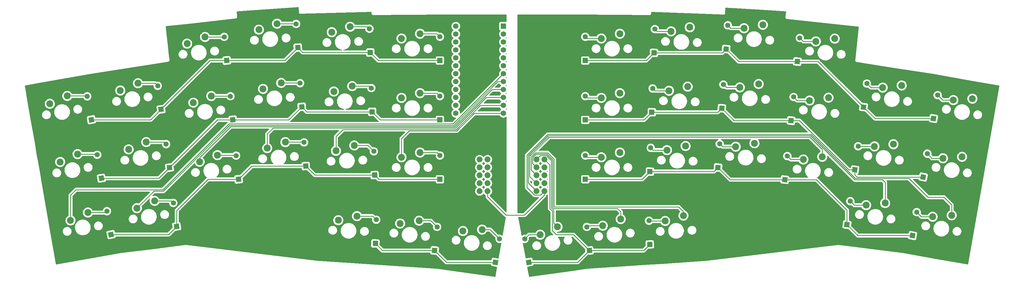
<source format=gbr>
%TF.GenerationSoftware,KiCad,Pcbnew,(6.0.0-0)*%
%TF.CreationDate,2022-01-05T19:35:21+07:00*%
%TF.ProjectId,kibod-01,6b69626f-642d-4303-912e-6b696361645f,rev?*%
%TF.SameCoordinates,Original*%
%TF.FileFunction,Copper,L1,Top*%
%TF.FilePolarity,Positive*%
%FSLAX46Y46*%
G04 Gerber Fmt 4.6, Leading zero omitted, Abs format (unit mm)*
G04 Created by KiCad (PCBNEW (6.0.0-0)) date 2022-01-05 19:35:21*
%MOMM*%
%LPD*%
G01*
G04 APERTURE LIST*
G04 Aperture macros list*
%AMRotRect*
0 Rectangle, with rotation*
0 The origin of the aperture is its center*
0 $1 length*
0 $2 width*
0 $3 Rotation angle, in degrees counterclockwise*
0 Add horizontal line*
21,1,$1,$2,0,0,$3*%
G04 Aperture macros list end*
%TA.AperFunction,ComponentPad*%
%ADD10RotRect,1.651000X1.651000X10.000000*%
%TD*%
%TA.AperFunction,ComponentPad*%
%ADD11C,1.651000*%
%TD*%
%TA.AperFunction,ComponentPad*%
%ADD12RotRect,1.651000X1.651000X8.000000*%
%TD*%
%TA.AperFunction,ComponentPad*%
%ADD13RotRect,1.651000X1.651000X6.000000*%
%TD*%
%TA.AperFunction,ComponentPad*%
%ADD14RotRect,1.651000X1.651000X4.000000*%
%TD*%
%TA.AperFunction,ComponentPad*%
%ADD15RotRect,1.651000X1.651000X2.000000*%
%TD*%
%TA.AperFunction,ComponentPad*%
%ADD16R,1.651000X1.651000*%
%TD*%
%TA.AperFunction,ComponentPad*%
%ADD17RotRect,1.651000X1.651000X358.000000*%
%TD*%
%TA.AperFunction,ComponentPad*%
%ADD18RotRect,1.651000X1.651000X354.000000*%
%TD*%
%TA.AperFunction,ComponentPad*%
%ADD19RotRect,1.651000X1.651000X350.000000*%
%TD*%
%TA.AperFunction,ComponentPad*%
%ADD20C,2.200000*%
%TD*%
%TA.AperFunction,ComponentPad*%
%ADD21RotRect,1.651000X1.651000X352.000000*%
%TD*%
%TA.AperFunction,ComponentPad*%
%ADD22RotRect,1.651000X1.651000X356.000000*%
%TD*%
%TA.AperFunction,ComponentPad*%
%ADD23C,1.879600*%
%TD*%
%TA.AperFunction,ComponentPad*%
%ADD24R,1.752600X1.752600*%
%TD*%
%TA.AperFunction,ComponentPad*%
%ADD25C,1.752600*%
%TD*%
%TA.AperFunction,Conductor*%
%ADD26C,0.250000*%
%TD*%
G04 APERTURE END LIST*
D10*
%TO.P,D-0-0,1*%
%TO.N,RL0*%
X6661600Y-72332118D03*
D11*
%TO.P,D-0-0,2*%
%TO.N,Net-(D-0-0-Pad2)*%
X5338400Y-64827882D03*
%TD*%
D12*
%TO.P,D-0-1,1*%
%TO.N,RL0*%
X28930250Y-69004728D03*
D11*
%TO.P,D-0-1,2*%
%TO.N,Net-(D-0-1-Pad2)*%
X27869750Y-61458886D03*
%TD*%
D13*
%TO.P,D-0-2,1*%
%TO.N,RL0*%
X49928253Y-53319128D03*
D11*
%TO.P,D-0-2,2*%
%TO.N,Net-(D-0-2-Pad2)*%
X49131747Y-45740872D03*
%TD*%
D14*
%TO.P,D-0-3,1*%
%TO.N,RL0*%
X72655772Y-49195320D03*
D11*
%TO.P,D-0-3,2*%
%TO.N,Net-(D-0-3-Pad2)*%
X72124228Y-41593882D03*
%TD*%
D15*
%TO.P,D-0-4,1*%
%TO.N,RL0*%
X95832967Y-50743828D03*
D11*
%TO.P,D-0-4,2*%
%TO.N,Net-(D-0-4-Pad2)*%
X95567033Y-43128470D03*
%TD*%
D16*
%TO.P,D-0-5,1*%
%TO.N,RL0*%
X118110000Y-53340000D03*
D11*
%TO.P,D-0-5,2*%
%TO.N,Net-(D-0-5-Pad2)*%
X118110000Y-45720000D03*
%TD*%
D10*
%TO.P,D-1-0,1*%
%TO.N,RL1*%
X9861600Y-91080448D03*
D11*
%TO.P,D-1-0,2*%
%TO.N,Net-(D-1-0-Pad2)*%
X8538400Y-83576212D03*
%TD*%
D12*
%TO.P,D-1-1,1*%
%TO.N,RL1*%
X31630250Y-87692586D03*
D11*
%TO.P,D-1-1,2*%
%TO.N,Net-(D-1-1-Pad2)*%
X30569750Y-80146744D03*
%TD*%
D13*
%TO.P,D-1-2,1*%
%TO.N,RL1*%
X51898253Y-72369128D03*
D11*
%TO.P,D-1-2,2*%
%TO.N,Net-(D-1-2-Pad2)*%
X51101747Y-64790872D03*
%TD*%
D14*
%TO.P,D-1-3,1*%
%TO.N,RL1*%
X73925772Y-68198915D03*
D11*
%TO.P,D-1-3,2*%
%TO.N,Net-(D-1-3-Pad2)*%
X73394228Y-60597477D03*
%TD*%
D15*
%TO.P,D-1-4,1*%
%TO.N,RL1*%
X96432967Y-69782224D03*
D11*
%TO.P,D-1-4,2*%
%TO.N,Net-(D-1-4-Pad2)*%
X96167033Y-62166866D03*
%TD*%
D16*
%TO.P,D-1-5,1*%
%TO.N,RL1*%
X118110000Y-72390000D03*
D11*
%TO.P,D-1-5,2*%
%TO.N,Net-(D-1-5-Pad2)*%
X118110000Y-64770000D03*
%TD*%
D10*
%TO.P,D-2-0,1*%
%TO.N,RL2*%
X12961600Y-109162118D03*
D11*
%TO.P,D-2-0,2*%
%TO.N,Net-(D-2-0-Pad2)*%
X11638400Y-101657882D03*
%TD*%
D12*
%TO.P,D-2-1,1*%
%TO.N,RL2*%
X33930250Y-106557193D03*
D11*
%TO.P,D-2-1,2*%
%TO.N,Net-(D-2-1-Pad2)*%
X32869750Y-99011351D03*
%TD*%
D13*
%TO.P,D-2-2,1*%
%TO.N,RL2*%
X53738253Y-91419128D03*
D11*
%TO.P,D-2-2,2*%
%TO.N,Net-(D-2-2-Pad2)*%
X52941747Y-83840872D03*
%TD*%
D14*
%TO.P,D-2-3,1*%
%TO.N,RL2*%
X75195772Y-87202510D03*
D11*
%TO.P,D-2-3,2*%
%TO.N,Net-(D-2-3-Pad2)*%
X74664228Y-79601072D03*
%TD*%
D15*
%TO.P,D-2-4,1*%
%TO.N,RL2*%
X97232967Y-90089845D03*
D11*
%TO.P,D-2-4,2*%
%TO.N,Net-(D-2-4-Pad2)*%
X96967033Y-82474487D03*
%TD*%
D16*
%TO.P,D-2-5,1*%
%TO.N,RL2*%
X118110000Y-91440000D03*
D11*
%TO.P,D-2-5,2*%
%TO.N,Net-(D-2-5-Pad2)*%
X118110000Y-83820000D03*
%TD*%
D17*
%TO.P,D-3-3,1*%
%TO.N,RL3*%
X97467033Y-112023613D03*
D11*
%TO.P,D-3-3,2*%
%TO.N,Net-(D-3-3-Pad2)*%
X97732967Y-104408255D03*
%TD*%
D18*
%TO.P,D-3-4,1*%
%TO.N,RL3*%
X116401747Y-114279128D03*
D11*
%TO.P,D-3-4,2*%
%TO.N,Net-(D-3-4-Pad2)*%
X117198253Y-106700872D03*
%TD*%
D19*
%TO.P,D-3-5,1*%
%TO.N,RL3*%
X135838400Y-118052118D03*
D11*
%TO.P,D-3-5,2*%
%TO.N,Net-(D-3-5-Pad2)*%
X137161600Y-110547882D03*
%TD*%
D20*
%TO.P,K-0-0,1*%
%TO.N,CL0*%
X-6619807Y-67220951D03*
%TO.P,K-0-0,2*%
%TO.N,Net-(D-0-0-Pad2)*%
X-1048766Y-64695177D03*
%TD*%
%TO.P,K-0-1,1*%
%TO.N,CL1*%
X15917974Y-62956879D03*
%TO.P,K-0-1,2*%
%TO.N,Net-(D-0-1-Pad2)*%
X21573769Y-60627071D03*
%TD*%
%TO.P,K-0-2,1*%
%TO.N,CL2*%
X37277365Y-47912208D03*
%TO.P,K-0-2,2*%
%TO.N,Net-(D-0-2-Pad2)*%
X43011024Y-45781203D03*
%TD*%
%TO.P,K-0-3,1*%
%TO.N,CL3*%
X60220189Y-43436938D03*
%TO.P,K-0-3,2*%
%TO.N,Net-(D-0-3-Pad2)*%
X66024726Y-41507334D03*
%TD*%
%TO.P,K-0-4,1*%
%TO.N,CL4*%
X83526483Y-44228122D03*
%TO.P,K-0-4,2*%
%TO.N,Net-(D-0-4-Pad2)*%
X89394826Y-42502268D03*
%TD*%
%TO.P,K-0-5,1*%
%TO.N,CL5*%
X105815000Y-46260000D03*
%TO.P,K-0-5,2*%
%TO.N,Net-(D-0-5-Pad2)*%
X111740000Y-44740000D03*
%TD*%
%TO.P,K-1-0,1*%
%TO.N,CL0*%
X-3311810Y-85870182D03*
%TO.P,K-1-0,2*%
%TO.N,Net-(D-1-0-Pad2)*%
X2259231Y-83344408D03*
%TD*%
%TO.P,K-1-1,1*%
%TO.N,CL1*%
X18569219Y-81821485D03*
%TO.P,K-1-1,2*%
%TO.N,Net-(D-1-1-Pad2)*%
X24225014Y-79491677D03*
%TD*%
%TO.P,K-1-2,1*%
%TO.N,CL2*%
X39268630Y-66857851D03*
%TO.P,K-1-2,2*%
%TO.N,Net-(D-1-2-Pad2)*%
X45002289Y-64726846D03*
%TD*%
%TO.P,K-1-3,1*%
%TO.N,CL3*%
X61549049Y-62440532D03*
%TO.P,K-1-3,2*%
%TO.N,Net-(D-1-3-Pad2)*%
X67353586Y-60510928D03*
%TD*%
%TO.P,K-1-4,1*%
%TO.N,CL4*%
X84191318Y-63266517D03*
%TO.P,K-1-4,2*%
%TO.N,Net-(D-1-4-Pad2)*%
X90059661Y-61540663D03*
%TD*%
%TO.P,K-1-5,1*%
%TO.N,CL5*%
X105815000Y-65310000D03*
%TO.P,K-1-5,2*%
%TO.N,Net-(D-1-5-Pad2)*%
X111740000Y-63790000D03*
%TD*%
%TO.P,K-2-0,1*%
%TO.N,CL0*%
X-3812Y-104630770D03*
%TO.P,K-2-0,2*%
%TO.N,Net-(D-2-0-Pad2)*%
X5567229Y-102104996D03*
%TD*%
%TO.P,K-2-1,1*%
%TO.N,CL1*%
X21220469Y-100686092D03*
%TO.P,K-2-1,2*%
%TO.N,Net-(D-2-1-Pad2)*%
X26876264Y-98356284D03*
%TD*%
%TO.P,K-2-2,1*%
%TO.N,CL2*%
X41259898Y-85803491D03*
%TO.P,K-2-2,2*%
%TO.N,Net-(D-2-2-Pad2)*%
X46993557Y-83672486D03*
%TD*%
%TO.P,K-2-3,1*%
%TO.N,CL3*%
X62877910Y-81444128D03*
%TO.P,K-2-3,2*%
%TO.N,Net-(D-2-3-Pad2)*%
X68682447Y-79514524D03*
%TD*%
%TO.P,K-2-4,1*%
%TO.N,CL4*%
X84856153Y-82304912D03*
%TO.P,K-2-4,2*%
%TO.N,Net-(D-2-4-Pad2)*%
X90724496Y-80579058D03*
%TD*%
%TO.P,K-2-5,1*%
%TO.N,CL5*%
X105815000Y-84360000D03*
%TO.P,K-2-5,2*%
%TO.N,Net-(D-2-5-Pad2)*%
X111740000Y-82840000D03*
%TD*%
%TO.P,K-3-3,1*%
%TO.N,CL3*%
X85611969Y-104563159D03*
%TO.P,K-3-3,2*%
%TO.N,Net-(D-3-3-Pad2)*%
X91586406Y-103250865D03*
%TD*%
%TO.P,K-3-4,1*%
%TO.N,CL4*%
X105382744Y-105611994D03*
%TO.P,K-3-4,2*%
%TO.N,Net-(D-3-4-Pad2)*%
X111434170Y-104719652D03*
%TD*%
%TO.P,K-3-5,1*%
%TO.N,CL5*%
X125484559Y-108035810D03*
%TO.P,K-3-5,2*%
%TO.N,Net-(D-3-5-Pad2)*%
X131583490Y-107567767D03*
%TD*%
D19*
%TO.P,D-0-0-B1,1*%
%TO.N,RR0*%
X275920527Y-71947030D03*
D11*
%TO.P,D-0-0-B1,2*%
%TO.N,Net-(D-0-0-B1-Pad2)*%
X277243727Y-64442794D03*
%TD*%
D21*
%TO.P,D-0-1-B1,1*%
%TO.N,RR0*%
X253551877Y-68256842D03*
D11*
%TO.P,D-0-1-B1,2*%
%TO.N,Net-(D-0-1-B1-Pad2)*%
X254612377Y-60711000D03*
%TD*%
D18*
%TO.P,D-0-2-B1,1*%
%TO.N,RR0*%
X232383874Y-53668245D03*
D11*
%TO.P,D-0-2-B1,2*%
%TO.N,Net-(D-0-2-B1-Pad2)*%
X233180380Y-46089989D03*
%TD*%
D22*
%TO.P,D-0-3-B1,1*%
%TO.N,RR0*%
X209616355Y-49642035D03*
D11*
%TO.P,D-0-3-B1,2*%
%TO.N,Net-(D-0-3-B1-Pad2)*%
X210147899Y-42040597D03*
%TD*%
D17*
%TO.P,D-0-4-B1,1*%
%TO.N,RR0*%
X186549160Y-50874719D03*
D11*
%TO.P,D-0-4-B1,2*%
%TO.N,Net-(D-0-4-B1-Pad2)*%
X186815094Y-43259361D03*
%TD*%
D16*
%TO.P,D-0-5-B1,1*%
%TO.N,RR0*%
X164582127Y-53340000D03*
D11*
%TO.P,D-0-5-B1,2*%
%TO.N,Net-(D-0-5-B1-Pad2)*%
X164582127Y-45720000D03*
%TD*%
D19*
%TO.P,D-1-0-B1,1*%
%TO.N,RR1*%
X272620527Y-90707615D03*
D11*
%TO.P,D-1-0-B1,2*%
%TO.N,Net-(D-1-0-B1-Pad2)*%
X273943727Y-83203379D03*
%TD*%
D21*
%TO.P,D-1-1-B1,1*%
%TO.N,RR1*%
X250751877Y-88391449D03*
D11*
%TO.P,D-1-1-B1,2*%
%TO.N,Net-(D-1-1-B1-Pad2)*%
X251812377Y-80845607D03*
%TD*%
D18*
%TO.P,D-1-2-B1,1*%
%TO.N,RR1*%
X230383874Y-72613887D03*
D11*
%TO.P,D-1-2-B1,2*%
%TO.N,Net-(D-1-2-B1-Pad2)*%
X231180380Y-65035631D03*
%TD*%
D22*
%TO.P,D-1-3-B1,1*%
%TO.N,RR1*%
X208216355Y-68645631D03*
D11*
%TO.P,D-1-3-B1,2*%
%TO.N,Net-(D-1-3-B1-Pad2)*%
X208747899Y-61044193D03*
%TD*%
D17*
%TO.P,D-1-4-B1,1*%
%TO.N,RR1*%
X185849160Y-69913114D03*
D11*
%TO.P,D-1-4-B1,2*%
%TO.N,Net-(D-1-4-B1-Pad2)*%
X186115094Y-62297756D03*
%TD*%
D16*
%TO.P,D-1-5-B1,1*%
%TO.N,RR1*%
X164582127Y-72390000D03*
D11*
%TO.P,D-1-5-B1,2*%
%TO.N,Net-(D-1-5-B1-Pad2)*%
X164582127Y-64770000D03*
%TD*%
D19*
%TO.P,D-2-0-B1,1*%
%TO.N,RR2*%
X269220527Y-109468204D03*
D11*
%TO.P,D-2-0-B1,2*%
%TO.N,Net-(D-2-0-B1-Pad2)*%
X270543727Y-101963968D03*
%TD*%
D21*
%TO.P,D-2-1-B1,1*%
%TO.N,RR2*%
X248251877Y-105986055D03*
D11*
%TO.P,D-2-1-B1,2*%
%TO.N,Net-(D-2-1-B1-Pad2)*%
X249312377Y-98440213D03*
%TD*%
D18*
%TO.P,D-2-2-B1,1*%
%TO.N,RR2*%
X228383874Y-91559528D03*
D11*
%TO.P,D-2-2-B1,2*%
%TO.N,Net-(D-2-2-B1-Pad2)*%
X229180380Y-83981272D03*
%TD*%
D22*
%TO.P,D-2-3-B1,1*%
%TO.N,RR2*%
X207016355Y-87649226D03*
D11*
%TO.P,D-2-3-B1,2*%
%TO.N,Net-(D-2-3-B1-Pad2)*%
X207547899Y-80047788D03*
%TD*%
D17*
%TO.P,D-2-4-B1,1*%
%TO.N,RR2*%
X185249160Y-88951510D03*
D11*
%TO.P,D-2-4-B1,2*%
%TO.N,Net-(D-2-4-B1-Pad2)*%
X185515094Y-81336152D03*
%TD*%
D16*
%TO.P,D-2-5-B1,1*%
%TO.N,RR2*%
X164582127Y-91440000D03*
D11*
%TO.P,D-2-5-B1,2*%
%TO.N,Net-(D-2-5-B1-Pad2)*%
X164582127Y-83820000D03*
%TD*%
D15*
%TO.P,D-3-3-B1,1*%
%TO.N,RR3*%
X185215094Y-112330776D03*
D11*
%TO.P,D-3-3-B1,2*%
%TO.N,Net-(D-3-3-B1-Pad2)*%
X184949160Y-104715418D03*
%TD*%
D13*
%TO.P,D-3-4-B1,1*%
%TO.N,RR3*%
X165890380Y-114279128D03*
D11*
%TO.P,D-3-4-B1,2*%
%TO.N,Net-(D-3-4-B1-Pad2)*%
X165093874Y-106700872D03*
%TD*%
D10*
%TO.P,D-3-5-B1,1*%
%TO.N,RR3*%
X146543727Y-118052118D03*
D11*
%TO.P,D-3-5-B1,2*%
%TO.N,Net-(D-3-5-B1-Pad2)*%
X145220527Y-110547882D03*
%TD*%
D23*
%TO.P,J1,1*%
%TO.N,CL5*%
X130810000Y-85090000D03*
%TO.P,J1,2*%
%TO.N,RC3*%
X133350000Y-85090000D03*
%TO.P,J1,3*%
%TO.N,CL4*%
X130810000Y-87630000D03*
%TO.P,J1,4*%
%TO.N,RC2*%
X133350000Y-87630000D03*
%TO.P,J1,5*%
%TO.N,CL3*%
X130810000Y-90170000D03*
%TO.P,J1,6*%
%TO.N,RC1*%
X133350000Y-90170000D03*
%TO.P,J1,7*%
%TO.N,CL2*%
X130810000Y-92710000D03*
%TO.P,J1,8*%
%TO.N,RC0*%
X133350000Y-92710000D03*
%TO.P,J1,9*%
%TO.N,CL1*%
X130810000Y-95250000D03*
%TO.P,J1,10*%
%TO.N,CL0*%
X133350000Y-95250000D03*
%TD*%
%TO.P,J2,1*%
%TO.N,CR5*%
X148982127Y-85090000D03*
%TO.P,J2,2*%
%TO.N,RR3*%
X151522127Y-85090000D03*
%TO.P,J2,3*%
%TO.N,CR4*%
X148982127Y-87630000D03*
%TO.P,J2,4*%
%TO.N,RR2*%
X151522127Y-87630000D03*
%TO.P,J2,5*%
%TO.N,CR3*%
X148982127Y-90170000D03*
%TO.P,J2,6*%
%TO.N,RR1*%
X151522127Y-90170000D03*
%TO.P,J2,7*%
%TO.N,CR2*%
X148982127Y-92710000D03*
%TO.P,J2,8*%
%TO.N,RR0*%
X151522127Y-92710000D03*
%TO.P,J2,9*%
%TO.N,CR1*%
X148982127Y-95250000D03*
%TO.P,J2,10*%
%TO.N,CL0*%
X151522127Y-95250000D03*
%TD*%
D20*
%TO.P,K-0-0-B1,1*%
%TO.N,Net-(D-0-0-B1-Pad2)*%
X282257125Y-66038407D03*
%TO.P,K-0-0-B1,2*%
%TO.N,CL0*%
X288356056Y-65570364D03*
%TD*%
%TO.P,K-0-1-B1,1*%
%TO.N,Net-(D-0-1-B1-Pad2)*%
X259682159Y-62009110D03*
%TO.P,K-0-1-B1,2*%
%TO.N,CR1*%
X265761041Y-61328503D03*
%TD*%
%TO.P,K-0-2-B1,1*%
%TO.N,Net-(D-0-2-B1-Pad2)*%
X238293800Y-47200369D03*
%TO.P,K-0-2-B1,2*%
%TO.N,CR2*%
X244345226Y-46308027D03*
%TD*%
%TO.P,K-0-3-B1,1*%
%TO.N,Net-(D-0-3-B1-Pad2)*%
X215330259Y-42961897D03*
%TO.P,K-0-3-B1,2*%
%TO.N,CR3*%
X221346856Y-41858907D03*
%TD*%
%TO.P,K-0-4-B1,1*%
%TO.N,Net-(D-0-4-B1-Pad2)*%
X192011525Y-43990456D03*
%TO.P,K-0-4-B1,2*%
%TO.N,CR4*%
X197985962Y-42678162D03*
%TD*%
%TO.P,K-0-5-B1,1*%
%TO.N,Net-(D-0-5-B1-Pad2)*%
X169707127Y-46260000D03*
%TO.P,K-0-5-B1,2*%
%TO.N,CR5*%
X175632127Y-44740000D03*
%TD*%
%TO.P,K-1-0-B1,1*%
%TO.N,Net-(D-1-0-B1-Pad2)*%
X278949127Y-84687638D03*
%TO.P,K-1-0-B1,2*%
%TO.N,CL0*%
X285048058Y-84219595D03*
%TD*%
%TO.P,K-1-1-B1,1*%
%TO.N,Net-(D-1-1-B1-Pad2)*%
X257030913Y-80873716D03*
%TO.P,K-1-1-B1,2*%
%TO.N,CR1*%
X263109795Y-80193109D03*
%TD*%
%TO.P,K-1-2-B1,1*%
%TO.N,Net-(D-1-2-B1-Pad2)*%
X236302534Y-66146012D03*
%TO.P,K-1-2-B1,2*%
%TO.N,CR2*%
X242353960Y-65253670D03*
%TD*%
%TO.P,K-1-3-B1,1*%
%TO.N,Net-(D-1-3-B1-Pad2)*%
X214001398Y-61965491D03*
%TO.P,K-1-3-B1,2*%
%TO.N,CR3*%
X220017995Y-60862501D03*
%TD*%
%TO.P,K-1-4-B1,1*%
%TO.N,Net-(D-1-4-B1-Pad2)*%
X191346689Y-63028851D03*
%TO.P,K-1-4-B1,2*%
%TO.N,CR4*%
X197321126Y-61716557D03*
%TD*%
%TO.P,K-1-5-B1,1*%
%TO.N,Net-(D-1-5-B1-Pad2)*%
X169707127Y-65310000D03*
%TO.P,K-1-5-B1,2*%
%TO.N,CR5*%
X175632127Y-63790000D03*
%TD*%
%TO.P,K-2-0-B1,1*%
%TO.N,Net-(D-2-0-B1-Pad2)*%
X275641129Y-103448226D03*
%TO.P,K-2-0-B1,2*%
%TO.N,CL0*%
X281740060Y-102980183D03*
%TD*%
%TO.P,K-2-1-B1,1*%
%TO.N,Net-(D-2-1-B1-Pad2)*%
X254379663Y-99738323D03*
%TO.P,K-2-1-B1,2*%
%TO.N,CR1*%
X260458545Y-99057716D03*
%TD*%
%TO.P,K-2-2-B1,1*%
%TO.N,Net-(D-2-2-B1-Pad2)*%
X234311266Y-85091652D03*
%TO.P,K-2-2-B1,2*%
%TO.N,CR2*%
X240362692Y-84199310D03*
%TD*%
%TO.P,K-2-3-B1,1*%
%TO.N,Net-(D-2-3-B1-Pad2)*%
X212672537Y-80969087D03*
%TO.P,K-2-3-B1,2*%
%TO.N,CR3*%
X218689134Y-79866097D03*
%TD*%
%TO.P,K-2-4-B1,1*%
%TO.N,Net-(D-2-4-B1-Pad2)*%
X190681854Y-82067246D03*
%TO.P,K-2-4-B1,2*%
%TO.N,CR4*%
X196656291Y-80754952D03*
%TD*%
%TO.P,K-2-5-B1,1*%
%TO.N,Net-(D-2-5-B1-Pad2)*%
X169707127Y-84360000D03*
%TO.P,K-2-5-B1,2*%
%TO.N,CR5*%
X175632127Y-82840000D03*
%TD*%
%TO.P,K-3-3-B1,1*%
%TO.N,Net-(D-3-3-B1-Pad2)*%
X190097012Y-104800825D03*
%TO.P,K-3-3-B1,2*%
%TO.N,CR3*%
X195965355Y-103074971D03*
%TD*%
%TO.P,K-3-4-B1,1*%
%TO.N,Net-(D-3-4-B1-Pad2)*%
X170176689Y-106323833D03*
%TO.P,K-3-4-B1,2*%
%TO.N,CR4*%
X175910348Y-104192828D03*
%TD*%
%TO.P,K-3-5-B1,1*%
%TO.N,Net-(D-3-5-B1-Pad2)*%
X150141027Y-109218354D03*
%TO.P,K-3-5-B1,2*%
%TO.N,CR5*%
X155712068Y-106692580D03*
%TD*%
D24*
%TO.P,U1,1*%
%TO.N,N/C*%
X138430000Y-42330000D03*
D25*
%TO.P,U1,2*%
X138430000Y-44870000D03*
%TO.P,U1,3*%
X138430000Y-47410000D03*
%TO.P,U1,4*%
X138430000Y-49950000D03*
%TO.P,U1,5*%
X138430000Y-52490000D03*
%TO.P,U1,6*%
X138430000Y-55030000D03*
%TO.P,U1,7*%
%TO.N,CL0*%
X138430000Y-57570000D03*
%TO.P,U1,8*%
%TO.N,CL1*%
X138430000Y-60110000D03*
%TO.P,U1,9*%
%TO.N,CL2*%
X138430000Y-62650000D03*
%TO.P,U1,10*%
%TO.N,CL3*%
X138430000Y-65190000D03*
%TO.P,U1,11*%
%TO.N,CL4*%
X138430000Y-67730000D03*
%TO.P,U1,12*%
%TO.N,CL5*%
X138430000Y-70270000D03*
%TO.P,U1,13*%
%TO.N,RC3*%
X123190000Y-70270000D03*
%TO.P,U1,14*%
%TO.N,RC2*%
X123190000Y-67730000D03*
%TO.P,U1,15*%
%TO.N,RC1*%
X123190000Y-65190000D03*
%TO.P,U1,16*%
%TO.N,RC0*%
X123190000Y-62650000D03*
%TO.P,U1,17*%
%TO.N,RL3*%
X123190000Y-60110000D03*
%TO.P,U1,18*%
%TO.N,RL2*%
X123190000Y-57570000D03*
%TO.P,U1,19*%
%TO.N,RL1*%
X123190000Y-55030000D03*
%TO.P,U1,20*%
%TO.N,RL0*%
X123190000Y-52490000D03*
%TO.P,U1,21*%
%TO.N,N/C*%
X123190000Y-49950000D03*
%TO.P,U1,22*%
X123190000Y-47410000D03*
%TO.P,U1,23*%
X123190000Y-44870000D03*
%TO.P,U1,24*%
X123190000Y-42330000D03*
%TD*%
D26*
%TO.N,Net-(D-1-0-Pad2)*%
X2259231Y-83344408D02*
X8306596Y-83344408D01*
X8306596Y-83344408D02*
X8538400Y-83576212D01*
%TO.N,Net-(D-1-1-Pad2)*%
X24225014Y-79491677D02*
X29914683Y-79491677D01*
X29914683Y-79491677D02*
X30569750Y-80146744D01*
%TO.N,Net-(D-1-2-Pad2)*%
X45002289Y-64726846D02*
X51037721Y-64726846D01*
X51037721Y-64726846D02*
X51101747Y-64790872D01*
%TO.N,Net-(D-1-3-Pad2)*%
X67353586Y-60510928D02*
X73307679Y-60510928D01*
X73307679Y-60510928D02*
X73394228Y-60597477D01*
%TO.N,Net-(D-1-4-Pad2)*%
X90059661Y-61540663D02*
X95540830Y-61540663D01*
X95540830Y-61540663D02*
X96167033Y-62166866D01*
%TO.N,Net-(D-1-5-Pad2)*%
X111740000Y-63790000D02*
X117130000Y-63790000D01*
X117130000Y-63790000D02*
X118110000Y-64770000D01*
%TO.N,Net-(D-2-0-Pad2)*%
X11191286Y-102104996D02*
X11638400Y-101657882D01*
X5567229Y-102104996D02*
X11191286Y-102104996D01*
%TO.N,Net-(D-2-1-Pad2)*%
X32214683Y-98356284D02*
X32869750Y-99011351D01*
X26876264Y-98356284D02*
X32214683Y-98356284D01*
%TO.N,Net-(D-2-2-Pad2)*%
X46993557Y-83672486D02*
X52773361Y-83672486D01*
X52773361Y-83672486D02*
X52941747Y-83840872D01*
%TO.N,Net-(D-2-3-Pad2)*%
X68682447Y-79514524D02*
X74577680Y-79514524D01*
X74577680Y-79514524D02*
X74664228Y-79601072D01*
%TO.N,Net-(D-2-4-Pad2)*%
X95071604Y-80579058D02*
X96967033Y-82474487D01*
X90724496Y-80579058D02*
X95071604Y-80579058D01*
%TO.N,Net-(D-2-5-Pad2)*%
X111740000Y-82840000D02*
X117130000Y-82840000D01*
X117130000Y-82840000D02*
X118110000Y-83820000D01*
%TO.N,Net-(D-3-3-Pad2)*%
X91586406Y-103250865D02*
X96575577Y-103250865D01*
X96575577Y-103250865D02*
X97732967Y-104408255D01*
%TO.N,Net-(D-3-4-Pad2)*%
X115217033Y-104719652D02*
X117198253Y-106700872D01*
X111434170Y-104719652D02*
X115217033Y-104719652D01*
%TO.N,Net-(D-3-5-Pad2)*%
X131583490Y-107567767D02*
X134181485Y-107567767D01*
X134181485Y-107567767D02*
X137161600Y-110547882D01*
%TO.N,RL0*%
X72655772Y-49195320D02*
X72655772Y-49795772D01*
X25602860Y-72332118D02*
X28930250Y-69004728D01*
X98429139Y-53340000D02*
X95832967Y-50743828D01*
X74204280Y-50743828D02*
X95832967Y-50743828D01*
X49928253Y-53319128D02*
X68531964Y-53319128D01*
X44615850Y-53319128D02*
X28930250Y-69004728D01*
X68531964Y-53319128D02*
X72655772Y-49195320D01*
X49928253Y-53319128D02*
X44615850Y-53319128D01*
X6661600Y-72332118D02*
X25602860Y-72332118D01*
X72655772Y-49195320D02*
X74204280Y-50743828D01*
X118110000Y-53340000D02*
X98429139Y-53340000D01*
%TO.N,RR0*%
X186549160Y-50874719D02*
X208383671Y-50874719D01*
X208383671Y-50874719D02*
X209616355Y-49642035D01*
X164222127Y-53340000D02*
X164582127Y-53340000D01*
X232383874Y-53668245D02*
X213642565Y-53668245D01*
X164582127Y-53340000D02*
X184083879Y-53340000D01*
X213642565Y-53668245D02*
X209616355Y-49642035D01*
X184083879Y-53340000D02*
X186549160Y-50874719D01*
X238963280Y-53668245D02*
X253551877Y-68256842D01*
X257242065Y-71947030D02*
X253551877Y-68256842D01*
X275920527Y-71947030D02*
X257242065Y-71947030D01*
X232383874Y-53668245D02*
X238963280Y-53668245D01*
%TO.N,Net-(D-0-0-B1-Pad2)*%
X278839340Y-66038407D02*
X277243727Y-64442794D01*
X282257125Y-66038407D02*
X278839340Y-66038407D01*
%TO.N,Net-(D-0-1-B1-Pad2)*%
X259682159Y-62009110D02*
X255910487Y-62009110D01*
X255910487Y-62009110D02*
X254612377Y-60711000D01*
%TO.N,Net-(D-0-2-B1-Pad2)*%
X238293800Y-47200369D02*
X234290760Y-47200369D01*
X234290760Y-47200369D02*
X233180380Y-46089989D01*
%TO.N,Net-(D-0-3-B1-Pad2)*%
X211069199Y-42961897D02*
X210147899Y-42040597D01*
X215330259Y-42961897D02*
X211069199Y-42961897D01*
%TO.N,Net-(D-0-4-B1-Pad2)*%
X187546189Y-43990456D02*
X186815094Y-43259361D01*
X192011525Y-43990456D02*
X187546189Y-43990456D01*
%TO.N,Net-(D-0-5-B1-Pad2)*%
X169707127Y-46260000D02*
X165122127Y-46260000D01*
X165122127Y-46260000D02*
X164582127Y-45720000D01*
%TO.N,RL1*%
X75509081Y-69782224D02*
X96432967Y-69782224D01*
X9861600Y-91080448D02*
X28242388Y-91080448D01*
X51898253Y-72369128D02*
X69755559Y-72369128D01*
X96432967Y-69782224D02*
X99040743Y-72390000D01*
X31630250Y-87692586D02*
X46953708Y-72369128D01*
X99040743Y-72390000D02*
X118110000Y-72390000D01*
X9861600Y-91080448D02*
X9861600Y-91141600D01*
X69755559Y-72369128D02*
X73925772Y-68198915D01*
X28242388Y-91080448D02*
X31630250Y-87692586D01*
X73925772Y-68198915D02*
X75509081Y-69782224D01*
X31750000Y-87812336D02*
X31630250Y-87692586D01*
X46953708Y-72369128D02*
X51898253Y-72369128D01*
%TO.N,RR1*%
X230383874Y-72613887D02*
X212184611Y-72613887D01*
X206948872Y-69913114D02*
X208216355Y-68645631D01*
X251459242Y-90707615D02*
X253068043Y-90707615D01*
X272620527Y-90707615D02*
X253068043Y-90707615D01*
X212184611Y-72613887D02*
X208216355Y-68645631D01*
X248806396Y-88391449D02*
X250751877Y-88391449D01*
X250751877Y-88391449D02*
X250751877Y-90000250D01*
X185849160Y-69913114D02*
X206948872Y-69913114D01*
X164582127Y-72390000D02*
X183372274Y-72390000D01*
X233028834Y-72613887D02*
X248806396Y-88391449D01*
X250751877Y-90000250D02*
X251459242Y-90707615D01*
X230383874Y-72613887D02*
X233028834Y-72613887D01*
X183372274Y-72390000D02*
X185849160Y-69913114D01*
%TO.N,Net-(D-1-0-B1-Pad2)*%
X275427986Y-84687638D02*
X273943727Y-83203379D01*
X278949127Y-84687638D02*
X275427986Y-84687638D01*
%TO.N,Net-(D-1-1-B1-Pad2)*%
X257030913Y-80873716D02*
X251840486Y-80873716D01*
X251840486Y-80873716D02*
X251812377Y-80845607D01*
%TO.N,Net-(D-1-2-B1-Pad2)*%
X232290761Y-66146012D02*
X231180380Y-65035631D01*
X236302534Y-66146012D02*
X232290761Y-66146012D01*
%TO.N,Net-(D-1-3-B1-Pad2)*%
X214001398Y-61965491D02*
X209669197Y-61965491D01*
X209669197Y-61965491D02*
X208747899Y-61044193D01*
%TO.N,Net-(D-1-4-B1-Pad2)*%
X186846189Y-63028851D02*
X186115094Y-62297756D01*
X191346689Y-63028851D02*
X186846189Y-63028851D01*
%TO.N,Net-(D-1-5-B1-Pad2)*%
X165122127Y-65310000D02*
X164582127Y-64770000D01*
X169707127Y-65310000D02*
X165122127Y-65310000D01*
%TO.N,RL2*%
X12961600Y-109162118D02*
X31325325Y-109162118D01*
X33930250Y-106557193D02*
X33930250Y-101464762D01*
X43975884Y-91419128D02*
X53738253Y-91419128D01*
X33930250Y-101464762D02*
X43975884Y-91419128D01*
X78083107Y-90089845D02*
X75195772Y-87202510D01*
X118110000Y-91440000D02*
X98583122Y-91440000D01*
X75195772Y-87202510D02*
X57954871Y-87202510D01*
X31325325Y-109162118D02*
X33930250Y-106557193D01*
X97232967Y-90089845D02*
X78083107Y-90089845D01*
X98583122Y-91440000D02*
X97232967Y-90089845D01*
X57954871Y-87202510D02*
X53738253Y-91419128D01*
%TO.N,RR2*%
X182760670Y-91440000D02*
X164582127Y-91440000D01*
X228383874Y-91559528D02*
X210926657Y-91559528D01*
X238496643Y-91559528D02*
X228383874Y-91559528D01*
X210926657Y-91559528D02*
X207016355Y-87649226D01*
X248251877Y-101314762D02*
X238496643Y-91559528D01*
X248251877Y-105986055D02*
X248251877Y-101314762D01*
X251734026Y-109468204D02*
X248251877Y-105986055D01*
X185249160Y-88951510D02*
X205714071Y-88951510D01*
X185249160Y-88951510D02*
X182760670Y-91440000D01*
X205714071Y-88951510D02*
X207016355Y-87649226D01*
X269220527Y-109468204D02*
X251734026Y-109468204D01*
%TO.N,Net-(D-2-0-B1-Pad2)*%
X272027985Y-103448226D02*
X270543727Y-101963968D01*
X275641129Y-103448226D02*
X272027985Y-103448226D01*
%TO.N,Net-(D-2-1-B1-Pad2)*%
X254379663Y-99738323D02*
X250610487Y-99738323D01*
X250610487Y-99738323D02*
X249312377Y-98440213D01*
%TO.N,Net-(D-2-2-B1-Pad2)*%
X234311266Y-85091652D02*
X230290760Y-85091652D01*
X230290760Y-85091652D02*
X229180380Y-83981272D01*
%TO.N,Net-(D-2-3-B1-Pad2)*%
X208469198Y-80969087D02*
X207547899Y-80047788D01*
X212672537Y-80969087D02*
X208469198Y-80969087D01*
%TO.N,Net-(D-2-4-B1-Pad2)*%
X186246188Y-82067246D02*
X185515094Y-81336152D01*
X190681854Y-82067246D02*
X186246188Y-82067246D01*
%TO.N,Net-(D-2-5-B1-Pad2)*%
X165122127Y-84360000D02*
X164582127Y-83820000D01*
X169707127Y-84360000D02*
X165122127Y-84360000D01*
%TO.N,RL3*%
X135838400Y-118052118D02*
X120174737Y-118052118D01*
X120174737Y-118052118D02*
X116401747Y-114279128D01*
X116401747Y-114279128D02*
X99722548Y-114279128D01*
X99722548Y-114279128D02*
X97467033Y-112023613D01*
%TO.N,RR3*%
X154062127Y-107950000D02*
X155332127Y-109220000D01*
X154062127Y-101602820D02*
X154062127Y-107950000D01*
X160831252Y-109220000D02*
X165890380Y-114279128D01*
X153236938Y-86804811D02*
X153236938Y-100777631D01*
X155332127Y-109220000D02*
X160831252Y-109220000D01*
X151522127Y-85090000D02*
X153236938Y-86804811D01*
X153236938Y-100777631D02*
X154062127Y-101602820D01*
X165890380Y-114279128D02*
X183266742Y-114279128D01*
X146543727Y-118052118D02*
X162117390Y-118052118D01*
X162117390Y-118052118D02*
X165890380Y-114279128D01*
X183266742Y-114279128D02*
X185215094Y-112330776D01*
%TO.N,Net-(D-3-3-B1-Pad2)*%
X190097012Y-104800825D02*
X185034567Y-104800825D01*
X185034567Y-104800825D02*
X184949160Y-104715418D01*
%TO.N,Net-(D-3-4-B1-Pad2)*%
X170176689Y-106323833D02*
X165470913Y-106323833D01*
X165470913Y-106323833D02*
X165093874Y-106700872D01*
%TO.N,Net-(D-3-5-B1-Pad2)*%
X150141027Y-109218354D02*
X146550055Y-109218354D01*
X146550055Y-109218354D02*
X145220527Y-110547882D01*
%TO.N,CL0*%
X50657976Y-73660001D02*
X122340000Y-73660000D01*
X133350000Y-97014988D02*
X133350000Y-95250000D01*
X122340000Y-73660000D02*
X138430000Y-57570000D01*
X250936162Y-91157625D02*
X268079752Y-91157625D01*
X268079752Y-91157625D02*
X274120060Y-97197933D01*
X1726729Y-94793271D02*
X29511268Y-94793271D01*
X148380221Y-96520000D02*
X145917289Y-94057068D01*
X145293564Y-102748564D02*
X151522127Y-96520000D01*
X29517987Y-94799990D02*
X50657976Y-73660001D01*
X143058994Y-102926994D02*
X145115134Y-102926994D01*
X152602907Y-77019990D02*
X236798528Y-77019991D01*
X279285926Y-97197933D02*
X281740060Y-99652067D01*
X145917289Y-94057068D02*
X145917290Y-83705607D01*
X-3812Y-96523812D02*
X1726729Y-94793271D01*
X281740060Y-99652067D02*
X281740060Y-102980183D01*
X150252127Y-96520000D02*
X148380221Y-96520000D01*
X143058994Y-102926994D02*
X139262006Y-102926994D01*
X145115134Y-102926994D02*
X145293564Y-102748564D01*
X145917290Y-83705607D02*
X152602907Y-77019990D01*
X143185994Y-102926994D02*
X143058994Y-102926994D01*
X-3812Y-104630770D02*
X-3812Y-96523812D01*
X29511268Y-94793271D02*
X29517987Y-94799990D01*
X139262006Y-102926994D02*
X133350000Y-97014988D01*
X274120060Y-97197933D02*
X279285926Y-97197933D01*
X236798528Y-77019991D02*
X250936162Y-91157625D01*
X151522127Y-96520000D02*
X151522127Y-95250000D01*
X151522127Y-95250000D02*
X150252127Y-96520000D01*
%TO.N,CL1*%
X29704387Y-95250000D02*
X29210000Y-95250000D01*
X29203281Y-95243281D02*
X26663281Y-95243281D01*
X136526410Y-60110000D02*
X122526400Y-74110010D01*
X29210000Y-95250000D02*
X29203281Y-95243281D01*
X26663281Y-95243281D02*
X21220469Y-100686092D01*
X138430000Y-60110000D02*
X136526410Y-60110000D01*
X50844377Y-74110010D02*
X29704387Y-95250000D01*
X122526400Y-74110010D02*
X50844377Y-74110010D01*
%TO.N,CL2*%
X41259898Y-84470102D02*
X51169980Y-74560020D01*
X134730040Y-62650000D02*
X138430000Y-62650000D01*
X41259898Y-85803491D02*
X41259898Y-84470102D01*
X51169980Y-74560020D02*
X122820020Y-74560020D01*
X122820020Y-74560020D02*
X134730040Y-62650000D01*
%TO.N,CL3*%
X132930000Y-65190000D02*
X138430000Y-65190000D01*
X123109970Y-75010030D02*
X132930000Y-65190000D01*
X62877910Y-76902120D02*
X64770000Y-75010030D01*
X62877910Y-81444128D02*
X62877910Y-76902120D01*
X64770000Y-75010030D02*
X123109970Y-75010030D01*
%TO.N,CL4*%
X123296370Y-75460040D02*
X131026410Y-67730000D01*
X84856153Y-77703847D02*
X87099960Y-75460040D01*
X131026410Y-67730000D02*
X138430000Y-67730000D01*
X87099960Y-75460040D02*
X123296370Y-75460040D01*
X84856153Y-82304912D02*
X84856153Y-77703847D01*
%TO.N,CL5*%
X129122820Y-70270000D02*
X138430000Y-70270000D01*
X123482770Y-75910050D02*
X129122820Y-70270000D01*
X108239950Y-75910050D02*
X123482770Y-75910050D01*
X105815000Y-78335000D02*
X108239950Y-75910050D01*
X105815000Y-84360000D02*
X105815000Y-78335000D01*
%TO.N,CR1*%
X152789307Y-77470000D02*
X146367299Y-83892008D01*
X236612127Y-77470000D02*
X152789307Y-77470000D01*
X259639762Y-91607635D02*
X250749762Y-91607635D01*
X260458545Y-99057716D02*
X260458545Y-92426418D01*
X146367298Y-92635171D02*
X148982127Y-95250000D01*
X250749762Y-91607635D02*
X236612127Y-77470000D01*
X146367299Y-83892008D02*
X146367298Y-92635171D01*
X260458545Y-92426418D02*
X259639762Y-91607635D01*
%TO.N,CR2*%
X240362692Y-84199310D02*
X240362692Y-81856975D01*
X240362692Y-81856975D02*
X236425727Y-77920010D01*
X146817308Y-90545181D02*
X148982127Y-92710000D01*
X146817308Y-84078409D02*
X146817308Y-90545181D01*
X152975707Y-77920010D02*
X146817308Y-84078409D01*
X236425727Y-77920010D02*
X152975707Y-77920010D01*
%TO.N,CR3*%
X148982127Y-90170000D02*
X147267317Y-88455190D01*
X172729960Y-100320040D02*
X175008577Y-100320040D01*
X179949039Y-100320039D02*
X194427039Y-100320039D01*
X154586967Y-100218430D02*
X154688576Y-100320039D01*
X154586967Y-85010114D02*
X154586967Y-100218430D01*
X195965355Y-101858355D02*
X194427039Y-100320039D01*
X157862166Y-100320039D02*
X172729960Y-100320040D01*
X157862166Y-100320039D02*
X179949039Y-100320039D01*
X148612146Y-82919981D02*
X152496834Y-82919981D01*
X147267317Y-88455190D02*
X147267317Y-84264810D01*
X154688576Y-100320039D02*
X157862166Y-100320039D01*
X152496834Y-82919981D02*
X154586967Y-85010114D01*
X172729960Y-100320040D02*
X179949039Y-100320039D01*
X147267317Y-84264810D02*
X148612146Y-82919981D01*
X195965355Y-103074971D02*
X195965355Y-101858355D01*
%TO.N,CR4*%
X152310433Y-83369990D02*
X148830231Y-83369990D01*
X154136957Y-100404830D02*
X154136957Y-85196514D01*
X148830231Y-83369990D02*
X147717326Y-84482895D01*
X147717326Y-84482895D02*
X147717326Y-86365199D01*
X154502175Y-100770048D02*
X154136957Y-100404830D01*
X154136957Y-85196514D02*
X152310433Y-83369990D01*
X147717326Y-86365199D02*
X148982127Y-87630000D01*
X175910348Y-101858221D02*
X174822176Y-100770049D01*
X174822176Y-100770049D02*
X154502175Y-100770048D01*
X175910348Y-104192828D02*
X175910348Y-101858221D01*
%TO.N,CR5*%
X154512137Y-105492649D02*
X155712068Y-106692580D01*
X152124033Y-83820000D02*
X153686948Y-85382915D01*
X150252127Y-83820000D02*
X152124033Y-83820000D01*
X153686948Y-85382915D02*
X153686947Y-100591230D01*
X153686947Y-100591230D02*
X154512137Y-101416420D01*
X148982127Y-85090000D02*
X150252127Y-83820000D01*
X154512137Y-101416420D02*
X154512137Y-105492649D01*
%TO.N,Net-(D-0-0-Pad2)*%
X5205695Y-64695177D02*
X5338400Y-64827882D01*
X-1048766Y-64695177D02*
X5205695Y-64695177D01*
%TO.N,Net-(D-0-1-Pad2)*%
X21573769Y-60627071D02*
X27037935Y-60627071D01*
X27037935Y-60627071D02*
X27869750Y-61458886D01*
%TO.N,Net-(D-0-2-Pad2)*%
X43011024Y-45781203D02*
X49091416Y-45781203D01*
X49091416Y-45781203D02*
X49131747Y-45740872D01*
%TO.N,Net-(D-0-3-Pad2)*%
X66024726Y-41507334D02*
X72037680Y-41507334D01*
X72037680Y-41507334D02*
X72124228Y-41593882D01*
%TO.N,Net-(D-0-4-Pad2)*%
X94940831Y-42502268D02*
X95567033Y-43128470D01*
X89394826Y-42502268D02*
X94940831Y-42502268D01*
%TO.N,Net-(D-0-5-Pad2)*%
X111740000Y-44740000D02*
X117130000Y-44740000D01*
X117130000Y-44740000D02*
X118110000Y-45720000D01*
%TD*%
%TA.AperFunction,NonConductor*%
G36*
X139382914Y-45981847D02*
G01*
X139431948Y-46033191D01*
X139446000Y-46091016D01*
X139446000Y-46187652D01*
X139425998Y-46255773D01*
X139372342Y-46302266D01*
X139302068Y-46312370D01*
X139241908Y-46286534D01*
X139232659Y-46279229D01*
X139198963Y-46252618D01*
X139192335Y-46248959D01*
X139191651Y-46248269D01*
X139190131Y-46247259D01*
X139190339Y-46246945D01*
X139142363Y-46198533D01*
X139127585Y-46129091D01*
X139152696Y-46062684D01*
X139180054Y-46036069D01*
X139246832Y-45988437D01*
X139313905Y-45965163D01*
X139382914Y-45981847D01*
G37*
%TD.AperFunction*%
%TA.AperFunction,NonConductor*%
G36*
X139382914Y-48521847D02*
G01*
X139431948Y-48573191D01*
X139446000Y-48631016D01*
X139446000Y-48727652D01*
X139425998Y-48795773D01*
X139372342Y-48842266D01*
X139302068Y-48852370D01*
X139241908Y-48826534D01*
X139225839Y-48813843D01*
X139198963Y-48792618D01*
X139192335Y-48788959D01*
X139191651Y-48788269D01*
X139190131Y-48787259D01*
X139190339Y-48786945D01*
X139142363Y-48738533D01*
X139127585Y-48669091D01*
X139152696Y-48602684D01*
X139180054Y-48576069D01*
X139246832Y-48528437D01*
X139313905Y-48505163D01*
X139382914Y-48521847D01*
G37*
%TD.AperFunction*%
%TA.AperFunction,NonConductor*%
G36*
X139382914Y-51061847D02*
G01*
X139431948Y-51113191D01*
X139446000Y-51171016D01*
X139446000Y-51267652D01*
X139425998Y-51335773D01*
X139372342Y-51382266D01*
X139302068Y-51392370D01*
X139241908Y-51366534D01*
X139241654Y-51366333D01*
X139198963Y-51332618D01*
X139192335Y-51328959D01*
X139191651Y-51328269D01*
X139190131Y-51327259D01*
X139190339Y-51326945D01*
X139142363Y-51278533D01*
X139127585Y-51209091D01*
X139152696Y-51142684D01*
X139180054Y-51116069D01*
X139246832Y-51068437D01*
X139313905Y-51045163D01*
X139382914Y-51061847D01*
G37*
%TD.AperFunction*%
%TA.AperFunction,NonConductor*%
G36*
X139382914Y-53601847D02*
G01*
X139431948Y-53653191D01*
X139446000Y-53711016D01*
X139446000Y-53807652D01*
X139425998Y-53875773D01*
X139372342Y-53922266D01*
X139302068Y-53932370D01*
X139241908Y-53906534D01*
X139240151Y-53905146D01*
X139198963Y-53872618D01*
X139192335Y-53868959D01*
X139191651Y-53868269D01*
X139190131Y-53867259D01*
X139190339Y-53866945D01*
X139142363Y-53818533D01*
X139127585Y-53749091D01*
X139152696Y-53682684D01*
X139180054Y-53656069D01*
X139246832Y-53608437D01*
X139313905Y-53585163D01*
X139382914Y-53601847D01*
G37*
%TD.AperFunction*%
%TA.AperFunction,NonConductor*%
G36*
X139382914Y-56141847D02*
G01*
X139431948Y-56193191D01*
X139446000Y-56251016D01*
X139446000Y-56347652D01*
X139425998Y-56415773D01*
X139372342Y-56462266D01*
X139302068Y-56472370D01*
X139241908Y-56446534D01*
X139203021Y-56415823D01*
X139198963Y-56412618D01*
X139192335Y-56408959D01*
X139191651Y-56408269D01*
X139190131Y-56407259D01*
X139190339Y-56406945D01*
X139142363Y-56358533D01*
X139127585Y-56289091D01*
X139152696Y-56222684D01*
X139180054Y-56196069D01*
X139246832Y-56148437D01*
X139313905Y-56125163D01*
X139382914Y-56141847D01*
G37*
%TD.AperFunction*%
%TA.AperFunction,NonConductor*%
G36*
X139382914Y-58681847D02*
G01*
X139431948Y-58733191D01*
X139446000Y-58791016D01*
X139446000Y-58887652D01*
X139425998Y-58955773D01*
X139372342Y-59002266D01*
X139302068Y-59012370D01*
X139241908Y-58986534D01*
X139231504Y-58978317D01*
X139198963Y-58952618D01*
X139192335Y-58948959D01*
X139191651Y-58948269D01*
X139190131Y-58947259D01*
X139190339Y-58946945D01*
X139142363Y-58898533D01*
X139127585Y-58829091D01*
X139152696Y-58762684D01*
X139180054Y-58736069D01*
X139246832Y-58688437D01*
X139313905Y-58665163D01*
X139382914Y-58681847D01*
G37*
%TD.AperFunction*%
%TA.AperFunction,NonConductor*%
G36*
X139382914Y-61221847D02*
G01*
X139431948Y-61273191D01*
X139446000Y-61331016D01*
X139446000Y-61427652D01*
X139425998Y-61495773D01*
X139372342Y-61542266D01*
X139302068Y-61552370D01*
X139241908Y-61526534D01*
X139232702Y-61519263D01*
X139198963Y-61492618D01*
X139192335Y-61488959D01*
X139191651Y-61488269D01*
X139190131Y-61487259D01*
X139190339Y-61486945D01*
X139142363Y-61438533D01*
X139127585Y-61369091D01*
X139152696Y-61302684D01*
X139180054Y-61276069D01*
X139246832Y-61228437D01*
X139313905Y-61205163D01*
X139382914Y-61221847D01*
G37*
%TD.AperFunction*%
%TA.AperFunction,NonConductor*%
G36*
X137191548Y-60763502D02*
G01*
X137230859Y-60803665D01*
X137305989Y-60926264D01*
X137305992Y-60926268D01*
X137308692Y-60930674D01*
X137457786Y-61102793D01*
X137632989Y-61248249D01*
X137637440Y-61250850D01*
X137637450Y-61250857D01*
X137670266Y-61270033D01*
X137718989Y-61321672D01*
X137732059Y-61391455D01*
X137705326Y-61457227D01*
X137682353Y-61479575D01*
X137507444Y-61610900D01*
X137465529Y-61654762D01*
X137363393Y-61761641D01*
X137350120Y-61775530D01*
X137347206Y-61779802D01*
X137347205Y-61779803D01*
X137223257Y-61961504D01*
X137168346Y-62006507D01*
X137119169Y-62016500D01*
X135820005Y-62016500D01*
X135751884Y-61996498D01*
X135705391Y-61942842D01*
X135695287Y-61872568D01*
X135724781Y-61807988D01*
X135730910Y-61801405D01*
X136751910Y-60780405D01*
X136814222Y-60746379D01*
X136841005Y-60743500D01*
X137123427Y-60743500D01*
X137191548Y-60763502D01*
G37*
%TD.AperFunction*%
%TA.AperFunction,NonConductor*%
G36*
X139382914Y-63761847D02*
G01*
X139431948Y-63813191D01*
X139446000Y-63871016D01*
X139446000Y-63967652D01*
X139425998Y-64035773D01*
X139372342Y-64082266D01*
X139302068Y-64092370D01*
X139241908Y-64066534D01*
X139225554Y-64053618D01*
X139198963Y-64032618D01*
X139192335Y-64028959D01*
X139191651Y-64028269D01*
X139190131Y-64027259D01*
X139190339Y-64026945D01*
X139142363Y-63978533D01*
X139127585Y-63909091D01*
X139152696Y-63842684D01*
X139180054Y-63816069D01*
X139246832Y-63768437D01*
X139313905Y-63745163D01*
X139382914Y-63761847D01*
G37*
%TD.AperFunction*%
%TA.AperFunction,NonConductor*%
G36*
X137191548Y-63303502D02*
G01*
X137230859Y-63343665D01*
X137305989Y-63466264D01*
X137305992Y-63466268D01*
X137308692Y-63470674D01*
X137457786Y-63642793D01*
X137584617Y-63748090D01*
X137622503Y-63779543D01*
X137632989Y-63788249D01*
X137637440Y-63790850D01*
X137637450Y-63790857D01*
X137670266Y-63810033D01*
X137718989Y-63861672D01*
X137732059Y-63931455D01*
X137705326Y-63997227D01*
X137682353Y-64019575D01*
X137507444Y-64150900D01*
X137350120Y-64315530D01*
X137347206Y-64319802D01*
X137347205Y-64319803D01*
X137223257Y-64501504D01*
X137168346Y-64546507D01*
X137119169Y-64556500D01*
X134023635Y-64556500D01*
X133955514Y-64536498D01*
X133909021Y-64482842D01*
X133898917Y-64412568D01*
X133928411Y-64347988D01*
X133934540Y-64341405D01*
X134955540Y-63320405D01*
X135017852Y-63286379D01*
X135044635Y-63283500D01*
X137123427Y-63283500D01*
X137191548Y-63303502D01*
G37*
%TD.AperFunction*%
%TA.AperFunction,NonConductor*%
G36*
X139382914Y-66301847D02*
G01*
X139431948Y-66353191D01*
X139446000Y-66411016D01*
X139446000Y-66507652D01*
X139425998Y-66575773D01*
X139372342Y-66622266D01*
X139302068Y-66632370D01*
X139241908Y-66606534D01*
X139240693Y-66605574D01*
X139198963Y-66572618D01*
X139192335Y-66568959D01*
X139191651Y-66568269D01*
X139190131Y-66567259D01*
X139190339Y-66566945D01*
X139142363Y-66518533D01*
X139127585Y-66449091D01*
X139152696Y-66382684D01*
X139180054Y-66356069D01*
X139246832Y-66308437D01*
X139313905Y-66285163D01*
X139382914Y-66301847D01*
G37*
%TD.AperFunction*%
%TA.AperFunction,NonConductor*%
G36*
X137191548Y-65843502D02*
G01*
X137230859Y-65883665D01*
X137305989Y-66006264D01*
X137305992Y-66006268D01*
X137308692Y-66010674D01*
X137457786Y-66182793D01*
X137632989Y-66328249D01*
X137637440Y-66330850D01*
X137637450Y-66330857D01*
X137670266Y-66350033D01*
X137718989Y-66401672D01*
X137732059Y-66471455D01*
X137705326Y-66537227D01*
X137682353Y-66559575D01*
X137507444Y-66690900D01*
X137491575Y-66707506D01*
X137356783Y-66848558D01*
X137350120Y-66855530D01*
X137347206Y-66859802D01*
X137347205Y-66859803D01*
X137223257Y-67041504D01*
X137168346Y-67086507D01*
X137119169Y-67096500D01*
X132223594Y-67096500D01*
X132155473Y-67076498D01*
X132108980Y-67022842D01*
X132098876Y-66952568D01*
X132128370Y-66887988D01*
X132134499Y-66881405D01*
X133155499Y-65860405D01*
X133217811Y-65826379D01*
X133244594Y-65823500D01*
X137123427Y-65823500D01*
X137191548Y-65843502D01*
G37*
%TD.AperFunction*%
%TA.AperFunction,NonConductor*%
G36*
X139382914Y-68841847D02*
G01*
X139431948Y-68893191D01*
X139446000Y-68951016D01*
X139446000Y-69047652D01*
X139425998Y-69115773D01*
X139372342Y-69162266D01*
X139302068Y-69172370D01*
X139241908Y-69146534D01*
X139240421Y-69145359D01*
X139198963Y-69112618D01*
X139192335Y-69108959D01*
X139191651Y-69108269D01*
X139190131Y-69107259D01*
X139190339Y-69106945D01*
X139142363Y-69058533D01*
X139127585Y-68989091D01*
X139152696Y-68922684D01*
X139180054Y-68896069D01*
X139246832Y-68848437D01*
X139313905Y-68825163D01*
X139382914Y-68841847D01*
G37*
%TD.AperFunction*%
%TA.AperFunction,NonConductor*%
G36*
X137191548Y-68383502D02*
G01*
X137230859Y-68423665D01*
X137305989Y-68546264D01*
X137305992Y-68546268D01*
X137308692Y-68550674D01*
X137457786Y-68722793D01*
X137632989Y-68868249D01*
X137637440Y-68870850D01*
X137637450Y-68870857D01*
X137670266Y-68890033D01*
X137718989Y-68941672D01*
X137732059Y-69011455D01*
X137705326Y-69077227D01*
X137682353Y-69099575D01*
X137507444Y-69230900D01*
X137503872Y-69234638D01*
X137355447Y-69389956D01*
X137350120Y-69395530D01*
X137347206Y-69399802D01*
X137347205Y-69399803D01*
X137223257Y-69581504D01*
X137168346Y-69626507D01*
X137119169Y-69636500D01*
X130320004Y-69636500D01*
X130251883Y-69616498D01*
X130205390Y-69562842D01*
X130195286Y-69492568D01*
X130224780Y-69427988D01*
X130230909Y-69421405D01*
X131251909Y-68400405D01*
X131314221Y-68366379D01*
X131341004Y-68363500D01*
X137123427Y-68363500D01*
X137191548Y-68383502D01*
G37*
%TD.AperFunction*%
%TA.AperFunction,NonConductor*%
G36*
X74350348Y-69526534D02*
G01*
X74378882Y-69547931D01*
X75005433Y-70174482D01*
X75012968Y-70182762D01*
X75017081Y-70189242D01*
X75053933Y-70223848D01*
X75066732Y-70235867D01*
X75069574Y-70238622D01*
X75089311Y-70258359D01*
X75092508Y-70260839D01*
X75101528Y-70268542D01*
X75133760Y-70298810D01*
X75140706Y-70302629D01*
X75140709Y-70302631D01*
X75151515Y-70308572D01*
X75168034Y-70319423D01*
X75184040Y-70331838D01*
X75191309Y-70334983D01*
X75191313Y-70334986D01*
X75224618Y-70349398D01*
X75235268Y-70354615D01*
X75274021Y-70375919D01*
X75281696Y-70377890D01*
X75281697Y-70377890D01*
X75293643Y-70380957D01*
X75312348Y-70387361D01*
X75330936Y-70395405D01*
X75338759Y-70396644D01*
X75338769Y-70396647D01*
X75374605Y-70402323D01*
X75386225Y-70404729D01*
X75421370Y-70413752D01*
X75429051Y-70415724D01*
X75449305Y-70415724D01*
X75469015Y-70417275D01*
X75489024Y-70420444D01*
X75496916Y-70419698D01*
X75533042Y-70416283D01*
X75544900Y-70415724D01*
X94998600Y-70415724D01*
X95066721Y-70435726D01*
X95113214Y-70489382D01*
X95124522Y-70537325D01*
X95130269Y-70701882D01*
X95139190Y-70763790D01*
X95142219Y-70771084D01*
X95180193Y-70862534D01*
X95195049Y-70898312D01*
X95200676Y-70905298D01*
X95240702Y-70954991D01*
X95286417Y-71011748D01*
X95293779Y-71016874D01*
X95293782Y-71016877D01*
X95393432Y-71086264D01*
X95405951Y-71094981D01*
X95414456Y-71097835D01*
X95414458Y-71097836D01*
X95536554Y-71138808D01*
X95536557Y-71138809D01*
X95544041Y-71141320D01*
X95606421Y-71145901D01*
X95609830Y-71145782D01*
X95609832Y-71145782D01*
X96802314Y-71104139D01*
X96871091Y-71121751D01*
X96895806Y-71140967D01*
X98537086Y-72782247D01*
X98544630Y-72790537D01*
X98548743Y-72797018D01*
X98554520Y-72802443D01*
X98561129Y-72808649D01*
X98597095Y-72869862D01*
X98594258Y-72940802D01*
X98553518Y-72998946D01*
X98487810Y-73025835D01*
X98474877Y-73026500D01*
X97615032Y-73026500D01*
X70301675Y-73026501D01*
X70233555Y-73006499D01*
X70187062Y-72952843D01*
X70176958Y-72882569D01*
X70204592Y-72820185D01*
X70220858Y-72800523D01*
X70228847Y-72791744D01*
X73417925Y-69602667D01*
X73480237Y-69568641D01*
X73498231Y-69566069D01*
X74280998Y-69511333D01*
X74350348Y-69526534D01*
G37*
%TD.AperFunction*%
%TA.AperFunction,NonConductor*%
G36*
X150336767Y-85933516D02*
G01*
X150348709Y-85947176D01*
X150349401Y-85948306D01*
X150505331Y-86128317D01*
X150637394Y-86237958D01*
X150669687Y-86264768D01*
X150709322Y-86323671D01*
X150710820Y-86394651D01*
X150673705Y-86455174D01*
X150664855Y-86462472D01*
X150561402Y-86540147D01*
X150557267Y-86543252D01*
X150499522Y-86603679D01*
X150408091Y-86699356D01*
X150392729Y-86715431D01*
X150360912Y-86762073D01*
X150357313Y-86767349D01*
X150302401Y-86812351D01*
X150231876Y-86820522D01*
X150168129Y-86789267D01*
X150147433Y-86764784D01*
X150136344Y-86747642D01*
X150136339Y-86747636D01*
X150133533Y-86743298D01*
X150126913Y-86736022D01*
X150080757Y-86685298D01*
X149973251Y-86567150D01*
X149969200Y-86563951D01*
X149969196Y-86563947D01*
X149884589Y-86497129D01*
X149835474Y-86458341D01*
X149794412Y-86400425D01*
X149791180Y-86329502D01*
X149826805Y-86268091D01*
X149840398Y-86256882D01*
X149915941Y-86202998D01*
X149915948Y-86202992D01*
X149920147Y-86199997D01*
X150088843Y-86031889D01*
X150147106Y-85950807D01*
X150203099Y-85907160D01*
X150273803Y-85900714D01*
X150336767Y-85933516D01*
G37*
%TD.AperFunction*%
%TA.AperFunction,NonConductor*%
G36*
X132164640Y-85933516D02*
G01*
X132176582Y-85947176D01*
X132177274Y-85948306D01*
X132333204Y-86128317D01*
X132465267Y-86237958D01*
X132497560Y-86264768D01*
X132537195Y-86323671D01*
X132538693Y-86394651D01*
X132501578Y-86455174D01*
X132492728Y-86462472D01*
X132389275Y-86540147D01*
X132385140Y-86543252D01*
X132327395Y-86603679D01*
X132235964Y-86699356D01*
X132220602Y-86715431D01*
X132188785Y-86762073D01*
X132185186Y-86767349D01*
X132130274Y-86812351D01*
X132059749Y-86820522D01*
X131996002Y-86789267D01*
X131975306Y-86764784D01*
X131964217Y-86747642D01*
X131964212Y-86747636D01*
X131961406Y-86743298D01*
X131954786Y-86736022D01*
X131908630Y-86685298D01*
X131801124Y-86567150D01*
X131797073Y-86563951D01*
X131797069Y-86563947D01*
X131712462Y-86497129D01*
X131663347Y-86458341D01*
X131622285Y-86400425D01*
X131619053Y-86329502D01*
X131654678Y-86268091D01*
X131668271Y-86256882D01*
X131743814Y-86202998D01*
X131743821Y-86202992D01*
X131748020Y-86199997D01*
X131916716Y-86031889D01*
X131974979Y-85950807D01*
X132030972Y-85907160D01*
X132101676Y-85900714D01*
X132164640Y-85933516D01*
G37*
%TD.AperFunction*%
%TA.AperFunction,NonConductor*%
G36*
X152540351Y-88773264D02*
G01*
X152589385Y-88824608D01*
X152603438Y-88882433D01*
X152603438Y-88918312D01*
X152583436Y-88986433D01*
X152529780Y-89032926D01*
X152459506Y-89043030D01*
X152399346Y-89017194D01*
X152375474Y-88998341D01*
X152334412Y-88940425D01*
X152331180Y-88869502D01*
X152366805Y-88808091D01*
X152380398Y-88796881D01*
X152394045Y-88787147D01*
X152404270Y-88779854D01*
X152471343Y-88756581D01*
X152540351Y-88773264D01*
G37*
%TD.AperFunction*%
%TA.AperFunction,NonConductor*%
G36*
X132164640Y-88473516D02*
G01*
X132176582Y-88487176D01*
X132177274Y-88488306D01*
X132333204Y-88668317D01*
X132413098Y-88734646D01*
X132497560Y-88804768D01*
X132537195Y-88863671D01*
X132538693Y-88934651D01*
X132501578Y-88995174D01*
X132492728Y-89002472D01*
X132392380Y-89077816D01*
X132385140Y-89083252D01*
X132381568Y-89086990D01*
X132243825Y-89231130D01*
X132220602Y-89255431D01*
X132192074Y-89297252D01*
X132185186Y-89307349D01*
X132130274Y-89352351D01*
X132059749Y-89360522D01*
X131996002Y-89329267D01*
X131975306Y-89304784D01*
X131964217Y-89287642D01*
X131964212Y-89287636D01*
X131961406Y-89283298D01*
X131943209Y-89263299D01*
X131893614Y-89208795D01*
X131801124Y-89107150D01*
X131797073Y-89103951D01*
X131797069Y-89103947D01*
X131695627Y-89023834D01*
X131663347Y-88998341D01*
X131622285Y-88940425D01*
X131619053Y-88869502D01*
X131654678Y-88808091D01*
X131668271Y-88796882D01*
X131743814Y-88742998D01*
X131743821Y-88742992D01*
X131748020Y-88739997D01*
X131916716Y-88571889D01*
X131923538Y-88562396D01*
X131935190Y-88546179D01*
X131974979Y-88490807D01*
X132030972Y-88447160D01*
X132101676Y-88440714D01*
X132164640Y-88473516D01*
G37*
%TD.AperFunction*%
%TA.AperFunction,NonConductor*%
G36*
X150336767Y-88473516D02*
G01*
X150348709Y-88487176D01*
X150349401Y-88488306D01*
X150505331Y-88668317D01*
X150585225Y-88734646D01*
X150669687Y-88804768D01*
X150709322Y-88863671D01*
X150710820Y-88934651D01*
X150673705Y-88995174D01*
X150664855Y-89002472D01*
X150564507Y-89077816D01*
X150557267Y-89083252D01*
X150553695Y-89086990D01*
X150415952Y-89231130D01*
X150392729Y-89255431D01*
X150364201Y-89297252D01*
X150357313Y-89307349D01*
X150302401Y-89352351D01*
X150231876Y-89360522D01*
X150168129Y-89329267D01*
X150147433Y-89304784D01*
X150136344Y-89287642D01*
X150136339Y-89287636D01*
X150133533Y-89283298D01*
X150115336Y-89263299D01*
X150065741Y-89208795D01*
X149973251Y-89107150D01*
X149969200Y-89103951D01*
X149969196Y-89103947D01*
X149867754Y-89023834D01*
X149835474Y-88998341D01*
X149794412Y-88940425D01*
X149791180Y-88869502D01*
X149826805Y-88808091D01*
X149840398Y-88796882D01*
X149915941Y-88742998D01*
X149915948Y-88742992D01*
X149920147Y-88739997D01*
X150088843Y-88571889D01*
X150095665Y-88562396D01*
X150107317Y-88546179D01*
X150147106Y-88490807D01*
X150203099Y-88447160D01*
X150273803Y-88440714D01*
X150336767Y-88473516D01*
G37*
%TD.AperFunction*%
%TA.AperFunction,NonConductor*%
G36*
X152540351Y-91313264D02*
G01*
X152589385Y-91364608D01*
X152603438Y-91422433D01*
X152603438Y-91458312D01*
X152583436Y-91526433D01*
X152529780Y-91572926D01*
X152459506Y-91583030D01*
X152399346Y-91557194D01*
X152390970Y-91550579D01*
X152375474Y-91538341D01*
X152334412Y-91480425D01*
X152331180Y-91409502D01*
X152366805Y-91348091D01*
X152380398Y-91336881D01*
X152404270Y-91319854D01*
X152471343Y-91296581D01*
X152540351Y-91313264D01*
G37*
%TD.AperFunction*%
%TA.AperFunction,NonConductor*%
G36*
X150336767Y-91013516D02*
G01*
X150348709Y-91027176D01*
X150349401Y-91028306D01*
X150505331Y-91208317D01*
X150587281Y-91276353D01*
X150669687Y-91344768D01*
X150709322Y-91403671D01*
X150710820Y-91474651D01*
X150673705Y-91535174D01*
X150664855Y-91542472D01*
X150561402Y-91620147D01*
X150557267Y-91623252D01*
X150504532Y-91678436D01*
X150471079Y-91713443D01*
X150392729Y-91795431D01*
X150367615Y-91832247D01*
X150357313Y-91847349D01*
X150302401Y-91892351D01*
X150231876Y-91900522D01*
X150168129Y-91869267D01*
X150147433Y-91844784D01*
X150136344Y-91827642D01*
X150136339Y-91827636D01*
X150133533Y-91823298D01*
X150127692Y-91816878D01*
X150070086Y-91753571D01*
X149973251Y-91647150D01*
X149969200Y-91643951D01*
X149969196Y-91643947D01*
X149850970Y-91550579D01*
X149835474Y-91538341D01*
X149794412Y-91480425D01*
X149791180Y-91409502D01*
X149826805Y-91348091D01*
X149840398Y-91336882D01*
X149915941Y-91282998D01*
X149915948Y-91282992D01*
X149920147Y-91279997D01*
X150088843Y-91111889D01*
X150147106Y-91030807D01*
X150203099Y-90987160D01*
X150273803Y-90980714D01*
X150336767Y-91013516D01*
G37*
%TD.AperFunction*%
%TA.AperFunction,NonConductor*%
G36*
X132164640Y-91013516D02*
G01*
X132176582Y-91027176D01*
X132177274Y-91028306D01*
X132333204Y-91208317D01*
X132415154Y-91276353D01*
X132497560Y-91344768D01*
X132537195Y-91403671D01*
X132538693Y-91474651D01*
X132501578Y-91535174D01*
X132492728Y-91542472D01*
X132389275Y-91620147D01*
X132385140Y-91623252D01*
X132332405Y-91678436D01*
X132298952Y-91713443D01*
X132220602Y-91795431D01*
X132195488Y-91832247D01*
X132185186Y-91847349D01*
X132130274Y-91892351D01*
X132059749Y-91900522D01*
X131996002Y-91869267D01*
X131975306Y-91844784D01*
X131964217Y-91827642D01*
X131964212Y-91827636D01*
X131961406Y-91823298D01*
X131955565Y-91816878D01*
X131897959Y-91753571D01*
X131801124Y-91647150D01*
X131797073Y-91643951D01*
X131797069Y-91643947D01*
X131678843Y-91550579D01*
X131663347Y-91538341D01*
X131622285Y-91480425D01*
X131619053Y-91409502D01*
X131654678Y-91348091D01*
X131668271Y-91336882D01*
X131743814Y-91282998D01*
X131743821Y-91282992D01*
X131748020Y-91279997D01*
X131916716Y-91111889D01*
X131974979Y-91030807D01*
X132030972Y-90987160D01*
X132101676Y-90980714D01*
X132164640Y-91013516D01*
G37*
%TD.AperFunction*%
%TA.AperFunction,NonConductor*%
G36*
X147209310Y-91833541D02*
G01*
X147215893Y-91839670D01*
X147558944Y-92182721D01*
X147592970Y-92245033D01*
X147591266Y-92305488D01*
X147554604Y-92437685D01*
X147554055Y-92442821D01*
X147554055Y-92442822D01*
X147535410Y-92617290D01*
X147508282Y-92682900D01*
X147449990Y-92723428D01*
X147379040Y-92726007D01*
X147321028Y-92692996D01*
X147037703Y-92409671D01*
X147003677Y-92347359D01*
X147000798Y-92320576D01*
X147000798Y-91928765D01*
X147020800Y-91860644D01*
X147074456Y-91814151D01*
X147144730Y-91804047D01*
X147209310Y-91833541D01*
G37*
%TD.AperFunction*%
%TA.AperFunction,NonConductor*%
G36*
X152540351Y-93853264D02*
G01*
X152589385Y-93904608D01*
X152603438Y-93962433D01*
X152603438Y-93998312D01*
X152583436Y-94066433D01*
X152529780Y-94112926D01*
X152459506Y-94123030D01*
X152399346Y-94097194D01*
X152375474Y-94078341D01*
X152334412Y-94020425D01*
X152331180Y-93949502D01*
X152366805Y-93888091D01*
X152380398Y-93876881D01*
X152404269Y-93859854D01*
X152471343Y-93836581D01*
X152540351Y-93853264D01*
G37*
%TD.AperFunction*%
%TA.AperFunction,NonConductor*%
G36*
X132164640Y-93553516D02*
G01*
X132176582Y-93567176D01*
X132177274Y-93568306D01*
X132333204Y-93748317D01*
X132415154Y-93816353D01*
X132497560Y-93884768D01*
X132537195Y-93943671D01*
X132538693Y-94014651D01*
X132501578Y-94075174D01*
X132492728Y-94082472D01*
X132389776Y-94159771D01*
X132385140Y-94163252D01*
X132381568Y-94166990D01*
X132232348Y-94323140D01*
X132220602Y-94335431D01*
X132198629Y-94367642D01*
X132185186Y-94387349D01*
X132130274Y-94432351D01*
X132059749Y-94440522D01*
X131996002Y-94409267D01*
X131975306Y-94384784D01*
X131964217Y-94367642D01*
X131964212Y-94367636D01*
X131961406Y-94363298D01*
X131934661Y-94333905D01*
X131898657Y-94294338D01*
X131801124Y-94187150D01*
X131797073Y-94183951D01*
X131797069Y-94183947D01*
X131687219Y-94097194D01*
X131663347Y-94078341D01*
X131622285Y-94020425D01*
X131619053Y-93949502D01*
X131654678Y-93888091D01*
X131668271Y-93876882D01*
X131743814Y-93822998D01*
X131743821Y-93822992D01*
X131748020Y-93819997D01*
X131916716Y-93651889D01*
X131974979Y-93570807D01*
X132030972Y-93527160D01*
X132101676Y-93520714D01*
X132164640Y-93553516D01*
G37*
%TD.AperFunction*%
%TA.AperFunction,NonConductor*%
G36*
X150336767Y-93553516D02*
G01*
X150348709Y-93567176D01*
X150349401Y-93568306D01*
X150505331Y-93748317D01*
X150587281Y-93816353D01*
X150669687Y-93884768D01*
X150709322Y-93943671D01*
X150710820Y-94014651D01*
X150673705Y-94075174D01*
X150664855Y-94082472D01*
X150561903Y-94159771D01*
X150557267Y-94163252D01*
X150553695Y-94166990D01*
X150404475Y-94323140D01*
X150392729Y-94335431D01*
X150370756Y-94367642D01*
X150357313Y-94387349D01*
X150302401Y-94432351D01*
X150231876Y-94440522D01*
X150168129Y-94409267D01*
X150147433Y-94384784D01*
X150136344Y-94367642D01*
X150136339Y-94367636D01*
X150133533Y-94363298D01*
X150106788Y-94333905D01*
X150070784Y-94294338D01*
X149973251Y-94187150D01*
X149969200Y-94183951D01*
X149969196Y-94183947D01*
X149859346Y-94097194D01*
X149835474Y-94078341D01*
X149794412Y-94020425D01*
X149791180Y-93949502D01*
X149826805Y-93888091D01*
X149840398Y-93876882D01*
X149915941Y-93822998D01*
X149915948Y-93822992D01*
X149920147Y-93819997D01*
X150088843Y-93651889D01*
X150147106Y-93570807D01*
X150203099Y-93527160D01*
X150273803Y-93520714D01*
X150336767Y-93553516D01*
G37*
%TD.AperFunction*%
%TA.AperFunction,NonConductor*%
G36*
X152540352Y-96393264D02*
G01*
X152589386Y-96444608D01*
X152603438Y-96502433D01*
X152603438Y-100698864D01*
X152602911Y-100710047D01*
X152601236Y-100717540D01*
X152601485Y-100725466D01*
X152601485Y-100725467D01*
X152603376Y-100785617D01*
X152603438Y-100789576D01*
X152603438Y-100817487D01*
X152603935Y-100821421D01*
X152603935Y-100821422D01*
X152603943Y-100821487D01*
X152604876Y-100833324D01*
X152606265Y-100877520D01*
X152611916Y-100896970D01*
X152615925Y-100916331D01*
X152618464Y-100936428D01*
X152621383Y-100943799D01*
X152621383Y-100943801D01*
X152634742Y-100977543D01*
X152638587Y-100988773D01*
X152648185Y-101021809D01*
X152650920Y-101031224D01*
X152654953Y-101038043D01*
X152654955Y-101038048D01*
X152661231Y-101048659D01*
X152669926Y-101066407D01*
X152677386Y-101085248D01*
X152682048Y-101091664D01*
X152682048Y-101091665D01*
X152703374Y-101121018D01*
X152709890Y-101130938D01*
X152727571Y-101160834D01*
X152732396Y-101168993D01*
X152746717Y-101183314D01*
X152759557Y-101198347D01*
X152771466Y-101214738D01*
X152798833Y-101237378D01*
X152805543Y-101242929D01*
X152814322Y-101250919D01*
X153391722Y-101828319D01*
X153425748Y-101890631D01*
X153428627Y-101917414D01*
X153428627Y-107871233D01*
X153428100Y-107882416D01*
X153426425Y-107889909D01*
X153426674Y-107897835D01*
X153426674Y-107897836D01*
X153428565Y-107957986D01*
X153428627Y-107961945D01*
X153428627Y-107989856D01*
X153429124Y-107993790D01*
X153429124Y-107993791D01*
X153429132Y-107993856D01*
X153430065Y-108005693D01*
X153431454Y-108049889D01*
X153436239Y-108066358D01*
X153437105Y-108069339D01*
X153441114Y-108088700D01*
X153442190Y-108097213D01*
X153443653Y-108108797D01*
X153446572Y-108116168D01*
X153446572Y-108116170D01*
X153459931Y-108149912D01*
X153463776Y-108161142D01*
X153473898Y-108195983D01*
X153476109Y-108203593D01*
X153480142Y-108210412D01*
X153480144Y-108210417D01*
X153486420Y-108221028D01*
X153495115Y-108238776D01*
X153502575Y-108257617D01*
X153507237Y-108264033D01*
X153507237Y-108264034D01*
X153528563Y-108293387D01*
X153535079Y-108303307D01*
X153551373Y-108330858D01*
X153557585Y-108341362D01*
X153571906Y-108355683D01*
X153584746Y-108370716D01*
X153596655Y-108387107D01*
X153630732Y-108415298D01*
X153639511Y-108423288D01*
X154353671Y-109137448D01*
X154387697Y-109199760D01*
X154382632Y-109270575D01*
X154340085Y-109327411D01*
X154273565Y-109352222D01*
X154256665Y-109352294D01*
X154219192Y-109349937D01*
X154140774Y-109345003D01*
X153983480Y-109345003D01*
X153981501Y-109345127D01*
X153981485Y-109345128D01*
X153841427Y-109353940D01*
X153747873Y-109359826D01*
X153438575Y-109418828D01*
X153434798Y-109420055D01*
X153434799Y-109420055D01*
X153158547Y-109509815D01*
X153139111Y-109516130D01*
X153135525Y-109517817D01*
X153135521Y-109517819D01*
X152857789Y-109648509D01*
X152857782Y-109648513D01*
X152854203Y-109650197D01*
X152850857Y-109652321D01*
X152850856Y-109652321D01*
X152788031Y-109692191D01*
X152588345Y-109818916D01*
X152345729Y-110019625D01*
X152130182Y-110249159D01*
X152127855Y-110252361D01*
X152127854Y-110252363D01*
X152078110Y-110320830D01*
X151945103Y-110503899D01*
X151943196Y-110507368D01*
X151943194Y-110507371D01*
X151809277Y-110750965D01*
X151793411Y-110779826D01*
X151743034Y-110907063D01*
X151686495Y-111049865D01*
X151677497Y-111072590D01*
X151599191Y-111377573D01*
X151559727Y-111689965D01*
X151559727Y-112004841D01*
X151599191Y-112317233D01*
X151677497Y-112622216D01*
X151678950Y-112625885D01*
X151678950Y-112625886D01*
X151693624Y-112662947D01*
X151793411Y-112914980D01*
X151795313Y-112918439D01*
X151795314Y-112918442D01*
X151928508Y-113160720D01*
X151945103Y-113190907D01*
X152130182Y-113445647D01*
X152345729Y-113675181D01*
X152588345Y-113875890D01*
X152854203Y-114044609D01*
X152857782Y-114046293D01*
X152857789Y-114046297D01*
X153135521Y-114176987D01*
X153135525Y-114176989D01*
X153139111Y-114178676D01*
X153438575Y-114275978D01*
X153747873Y-114334980D01*
X153841427Y-114340866D01*
X153981485Y-114349678D01*
X153981501Y-114349679D01*
X153983480Y-114349803D01*
X154140774Y-114349803D01*
X154142753Y-114349679D01*
X154142769Y-114349678D01*
X154282827Y-114340866D01*
X154376381Y-114334980D01*
X154685679Y-114275978D01*
X154985143Y-114178676D01*
X154988729Y-114176989D01*
X154988733Y-114176987D01*
X155266465Y-114046297D01*
X155266472Y-114046293D01*
X155270051Y-114044609D01*
X155535909Y-113875890D01*
X155778525Y-113675181D01*
X155994072Y-113445647D01*
X156179151Y-113190907D01*
X156195747Y-113160720D01*
X156328940Y-112918442D01*
X156328941Y-112918439D01*
X156330843Y-112914980D01*
X156430630Y-112662947D01*
X156445304Y-112625886D01*
X156445304Y-112625885D01*
X156446757Y-112622216D01*
X156525063Y-112317233D01*
X156564527Y-112004841D01*
X156564527Y-111689965D01*
X156525063Y-111377573D01*
X156446757Y-111072590D01*
X156437760Y-111049865D01*
X156381220Y-110907063D01*
X156330843Y-110779826D01*
X156314977Y-110750965D01*
X156181060Y-110507371D01*
X156181058Y-110507368D01*
X156179151Y-110503899D01*
X156046144Y-110320830D01*
X155996400Y-110252363D01*
X155996399Y-110252361D01*
X155994072Y-110249159D01*
X155821842Y-110065753D01*
X155789791Y-110002403D01*
X155797078Y-109931781D01*
X155841389Y-109876310D01*
X155913692Y-109853500D01*
X157885711Y-109853500D01*
X157953832Y-109873502D01*
X158000325Y-109927158D01*
X158010429Y-109997432D01*
X157986800Y-110054713D01*
X157916728Y-110148894D01*
X157863548Y-110220370D01*
X157861132Y-110225121D01*
X157861130Y-110225125D01*
X157757636Y-110428684D01*
X157755217Y-110433442D01*
X157722519Y-110538746D01*
X157685918Y-110656619D01*
X157685917Y-110656625D01*
X157684334Y-110661722D01*
X157652927Y-110898681D01*
X157653127Y-110904010D01*
X157653127Y-110904011D01*
X157653676Y-110918624D01*
X157661895Y-111137544D01*
X157662990Y-111142762D01*
X157704777Y-111341916D01*
X157710980Y-111371481D01*
X157798779Y-111593803D01*
X157922782Y-111798153D01*
X157926279Y-111802183D01*
X158032378Y-111924451D01*
X158079443Y-111978689D01*
X158083569Y-111982072D01*
X158083573Y-111982076D01*
X158182579Y-112063255D01*
X158264283Y-112130248D01*
X158268919Y-112132887D01*
X158268922Y-112132889D01*
X158374434Y-112192950D01*
X158472016Y-112248497D01*
X158696703Y-112330054D01*
X158701952Y-112331003D01*
X158701955Y-112331004D01*
X158927835Y-112371850D01*
X158927843Y-112371851D01*
X158931919Y-112372588D01*
X158950309Y-112373455D01*
X158955494Y-112373700D01*
X158955501Y-112373700D01*
X158956982Y-112373770D01*
X159124962Y-112373770D01*
X159303125Y-112358653D01*
X159308289Y-112357313D01*
X159308293Y-112357312D01*
X159529325Y-112299943D01*
X159529330Y-112299941D01*
X159534490Y-112298602D01*
X159747138Y-112202811D01*
X159747569Y-112202617D01*
X159747572Y-112202616D01*
X159752430Y-112200427D01*
X159950712Y-112066936D01*
X160123668Y-111901944D01*
X160266352Y-111710170D01*
X160269278Y-111704416D01*
X160372264Y-111501856D01*
X160372264Y-111501855D01*
X160374683Y-111497098D01*
X160420604Y-111349210D01*
X160443982Y-111273921D01*
X160443983Y-111273915D01*
X160445566Y-111268818D01*
X160469840Y-111085678D01*
X160476273Y-111037143D01*
X160476273Y-111037139D01*
X160476973Y-111031859D01*
X160475969Y-111005104D01*
X160471973Y-110898681D01*
X160468005Y-110792996D01*
X160439254Y-110655970D01*
X160420017Y-110564286D01*
X160420016Y-110564283D01*
X160418920Y-110559059D01*
X160331121Y-110336737D01*
X160207118Y-110132387D01*
X160191000Y-110113813D01*
X160146109Y-110062080D01*
X160116570Y-109997520D01*
X160126624Y-109927239D01*
X160173079Y-109873551D01*
X160241275Y-109853500D01*
X160516658Y-109853500D01*
X160584779Y-109873502D01*
X160605753Y-109890405D01*
X164465164Y-113749816D01*
X164499190Y-113812128D01*
X164501378Y-113825736D01*
X164538296Y-114176987D01*
X164585115Y-114622438D01*
X164572343Y-114692277D01*
X164548900Y-114724704D01*
X161891890Y-117381713D01*
X161829578Y-117415739D01*
X161802795Y-117418618D01*
X147892330Y-117418618D01*
X147824209Y-117398616D01*
X147777716Y-117344960D01*
X147768244Y-117314498D01*
X147706347Y-116963463D01*
X147705756Y-116960110D01*
X147688305Y-116900045D01*
X147614269Y-116774607D01*
X147508002Y-116674991D01*
X147500000Y-116670940D01*
X147499997Y-116670938D01*
X147441829Y-116641492D01*
X147378048Y-116609204D01*
X147234852Y-116582534D01*
X147226977Y-116583057D01*
X147226974Y-116583057D01*
X147194672Y-116585203D01*
X147172442Y-116586680D01*
X145656860Y-116853917D01*
X145586300Y-116846048D01*
X145531197Y-116801280D01*
X145510975Y-116752162D01*
X145485962Y-116613259D01*
X145173896Y-114880327D01*
X144774591Y-112662947D01*
X147647281Y-112662947D01*
X147656249Y-112901810D01*
X147657344Y-112907028D01*
X147688806Y-113056973D01*
X147705334Y-113135747D01*
X147793133Y-113358069D01*
X147917136Y-113562419D01*
X147920633Y-113566449D01*
X148050899Y-113716567D01*
X148073797Y-113742955D01*
X148077923Y-113746338D01*
X148077927Y-113746342D01*
X148158160Y-113812128D01*
X148258637Y-113894514D01*
X148263273Y-113897153D01*
X148263276Y-113897155D01*
X148376690Y-113961714D01*
X148466370Y-114012763D01*
X148691057Y-114094320D01*
X148696306Y-114095269D01*
X148696309Y-114095270D01*
X148922189Y-114136116D01*
X148922197Y-114136117D01*
X148926273Y-114136854D01*
X148944663Y-114137721D01*
X148949848Y-114137966D01*
X148949855Y-114137966D01*
X148951336Y-114138036D01*
X149119316Y-114138036D01*
X149297479Y-114122919D01*
X149302643Y-114121579D01*
X149302647Y-114121578D01*
X149523679Y-114064209D01*
X149523684Y-114064207D01*
X149528844Y-114062868D01*
X149569377Y-114044609D01*
X149741923Y-113966883D01*
X149741926Y-113966882D01*
X149746784Y-113964693D01*
X149945066Y-113831202D01*
X149997307Y-113781367D01*
X150065234Y-113716567D01*
X150118022Y-113666210D01*
X150133336Y-113645628D01*
X150257520Y-113478718D01*
X150260706Y-113474436D01*
X150336017Y-113326311D01*
X150366618Y-113266122D01*
X150366618Y-113266121D01*
X150369037Y-113261364D01*
X150413532Y-113118067D01*
X150438336Y-113038187D01*
X150438337Y-113038181D01*
X150439920Y-113033084D01*
X150462688Y-112861306D01*
X150470627Y-112801409D01*
X150470627Y-112801405D01*
X150471327Y-112796125D01*
X150462359Y-112557262D01*
X150427885Y-112392960D01*
X150414371Y-112328552D01*
X150414370Y-112328549D01*
X150413274Y-112323325D01*
X150325475Y-112101003D01*
X150201472Y-111896653D01*
X150196591Y-111891028D01*
X150048311Y-111720150D01*
X150048309Y-111720148D01*
X150044811Y-111716117D01*
X150040685Y-111712734D01*
X150040681Y-111712730D01*
X149864099Y-111567943D01*
X149859971Y-111564558D01*
X149855335Y-111561919D01*
X149855332Y-111561917D01*
X149656881Y-111448952D01*
X149652238Y-111446309D01*
X149427551Y-111364752D01*
X149422302Y-111363803D01*
X149422299Y-111363802D01*
X149196419Y-111322956D01*
X149196411Y-111322955D01*
X149192335Y-111322218D01*
X149173945Y-111321351D01*
X149168760Y-111321106D01*
X149168753Y-111321106D01*
X149167272Y-111321036D01*
X148999292Y-111321036D01*
X148821129Y-111336153D01*
X148815965Y-111337493D01*
X148815961Y-111337494D01*
X148594929Y-111394863D01*
X148594924Y-111394865D01*
X148589764Y-111396204D01*
X148584898Y-111398396D01*
X148376685Y-111492189D01*
X148376682Y-111492190D01*
X148371824Y-111494379D01*
X148173542Y-111627870D01*
X148169685Y-111631549D01*
X148169683Y-111631551D01*
X148112570Y-111686034D01*
X148000586Y-111792862D01*
X147997403Y-111797139D01*
X147997403Y-111797140D01*
X147982104Y-111817703D01*
X147857902Y-111984636D01*
X147855486Y-111989387D01*
X147855484Y-111989391D01*
X147751990Y-112192950D01*
X147749571Y-112197708D01*
X147733801Y-112248497D01*
X147680272Y-112420885D01*
X147680271Y-112420891D01*
X147678688Y-112425988D01*
X147664548Y-112532671D01*
X147652680Y-112622216D01*
X147647281Y-112662947D01*
X144774591Y-112662947D01*
X144648295Y-111961615D01*
X144655907Y-111891028D01*
X144700473Y-111835761D01*
X144767844Y-111813363D01*
X144804910Y-111817577D01*
X144805381Y-111817703D01*
X144982680Y-111865210D01*
X144982682Y-111865210D01*
X144987995Y-111866634D01*
X145220527Y-111886978D01*
X145453059Y-111866634D01*
X145458372Y-111865210D01*
X145458374Y-111865210D01*
X145673215Y-111807644D01*
X145673217Y-111807643D01*
X145678525Y-111806221D01*
X145683507Y-111803898D01*
X145885088Y-111709899D01*
X145885093Y-111709896D01*
X145890075Y-111707573D01*
X145920836Y-111686034D01*
X146076770Y-111576848D01*
X146076773Y-111576846D01*
X146081281Y-111573689D01*
X146246334Y-111408636D01*
X146268871Y-111376451D01*
X146377061Y-111221939D01*
X146377062Y-111221937D01*
X146380218Y-111217430D01*
X146382541Y-111212448D01*
X146382544Y-111212443D01*
X146476543Y-111010862D01*
X146476544Y-111010860D01*
X146478866Y-111005880D01*
X146481354Y-110996597D01*
X146537855Y-110785729D01*
X146537855Y-110785727D01*
X146539279Y-110780414D01*
X146559623Y-110547882D01*
X146539279Y-110315350D01*
X146531841Y-110287591D01*
X146517889Y-110235517D01*
X146519579Y-110164540D01*
X146550501Y-110113812D01*
X146775554Y-109888759D01*
X146837866Y-109854733D01*
X146864649Y-109851854D01*
X148578212Y-109851854D01*
X148646333Y-109871856D01*
X148694620Y-109929634D01*
X148700711Y-109944338D01*
X148703411Y-109950856D01*
X148835699Y-110166730D01*
X149000129Y-110359252D01*
X149192651Y-110523682D01*
X149408525Y-110655970D01*
X149413095Y-110657863D01*
X149413099Y-110657865D01*
X149637863Y-110750965D01*
X149642436Y-110752859D01*
X149704716Y-110767811D01*
X149883811Y-110810808D01*
X149883817Y-110810809D01*
X149888624Y-110811963D01*
X150141027Y-110831828D01*
X150393430Y-110811963D01*
X150398237Y-110810809D01*
X150398243Y-110810808D01*
X150577338Y-110767811D01*
X150639618Y-110752859D01*
X150644191Y-110750965D01*
X150868955Y-110657865D01*
X150868959Y-110657863D01*
X150873529Y-110655970D01*
X151089403Y-110523682D01*
X151281925Y-110359252D01*
X151446355Y-110166730D01*
X151578643Y-109950856D01*
X151582504Y-109941536D01*
X151673638Y-109721518D01*
X151673639Y-109721516D01*
X151675532Y-109716945D01*
X151705452Y-109592318D01*
X151733481Y-109475570D01*
X151733482Y-109475564D01*
X151734636Y-109470757D01*
X151754501Y-109218354D01*
X151734636Y-108965951D01*
X151727039Y-108934304D01*
X151692278Y-108789517D01*
X151675532Y-108719763D01*
X151668760Y-108703414D01*
X151580538Y-108490426D01*
X151580536Y-108490422D01*
X151578643Y-108485852D01*
X151446355Y-108269978D01*
X151293985Y-108091576D01*
X151285133Y-108081212D01*
X151281925Y-108077456D01*
X151269497Y-108066841D01*
X151238032Y-108039968D01*
X151089403Y-107913026D01*
X150873529Y-107780738D01*
X150868959Y-107778845D01*
X150868955Y-107778843D01*
X150644191Y-107685743D01*
X150644189Y-107685742D01*
X150639618Y-107683849D01*
X150531861Y-107657979D01*
X150398243Y-107625900D01*
X150398237Y-107625899D01*
X150393430Y-107624745D01*
X150141027Y-107604880D01*
X149888624Y-107624745D01*
X149883817Y-107625899D01*
X149883811Y-107625900D01*
X149750193Y-107657979D01*
X149642436Y-107683849D01*
X149637865Y-107685742D01*
X149637863Y-107685743D01*
X149413099Y-107778843D01*
X149413095Y-107778845D01*
X149408525Y-107780738D01*
X149192651Y-107913026D01*
X149044022Y-108039968D01*
X149012558Y-108066841D01*
X149000129Y-108077456D01*
X148996921Y-108081212D01*
X148988069Y-108091576D01*
X148835699Y-108269978D01*
X148703411Y-108485852D01*
X148701516Y-108490427D01*
X148701515Y-108490429D01*
X148694620Y-108507074D01*
X148650071Y-108562354D01*
X148578212Y-108584854D01*
X146628823Y-108584854D01*
X146617640Y-108584327D01*
X146610147Y-108582652D01*
X146602221Y-108582901D01*
X146602220Y-108582901D01*
X146542057Y-108584792D01*
X146538099Y-108584854D01*
X146510199Y-108584854D01*
X146506209Y-108585358D01*
X146494375Y-108586290D01*
X146450166Y-108587680D01*
X146442550Y-108589893D01*
X146442548Y-108589893D01*
X146430707Y-108593333D01*
X146411348Y-108597342D01*
X146410137Y-108597495D01*
X146391258Y-108599880D01*
X146383892Y-108602796D01*
X146383886Y-108602798D01*
X146350153Y-108616154D01*
X146338923Y-108619999D01*
X146304072Y-108630124D01*
X146296462Y-108632335D01*
X146289639Y-108636370D01*
X146279021Y-108642649D01*
X146261268Y-108651346D01*
X146257041Y-108653020D01*
X146242438Y-108658802D01*
X146236023Y-108663463D01*
X146206667Y-108684791D01*
X146196750Y-108691305D01*
X146158693Y-108713812D01*
X146144372Y-108728133D01*
X146129339Y-108740973D01*
X146112948Y-108752882D01*
X146107898Y-108758986D01*
X146107893Y-108758991D01*
X146084762Y-108786952D01*
X146076772Y-108795733D01*
X145654595Y-109217909D01*
X145592283Y-109251934D01*
X145532889Y-109250520D01*
X145458374Y-109230554D01*
X145458373Y-109230554D01*
X145453059Y-109229130D01*
X145220527Y-109208786D01*
X144987995Y-109229130D01*
X144982682Y-109230554D01*
X144982680Y-109230554D01*
X144767839Y-109288120D01*
X144767837Y-109288121D01*
X144762529Y-109289543D01*
X144757549Y-109291865D01*
X144757547Y-109291866D01*
X144555966Y-109385865D01*
X144555961Y-109385868D01*
X144550979Y-109388191D01*
X144387231Y-109502849D01*
X144319957Y-109525537D01*
X144251096Y-109508252D01*
X144202512Y-109456482D01*
X144190955Y-109421967D01*
X144044111Y-108606531D01*
X143162132Y-103708823D01*
X143169744Y-103638238D01*
X143214310Y-103582971D01*
X143286137Y-103560494D01*
X145036367Y-103560494D01*
X145047550Y-103561021D01*
X145055043Y-103562696D01*
X145062969Y-103562447D01*
X145062970Y-103562447D01*
X145123120Y-103560556D01*
X145127079Y-103560494D01*
X145154990Y-103560494D01*
X145158925Y-103559997D01*
X145158990Y-103559989D01*
X145170827Y-103559056D01*
X145203085Y-103558042D01*
X145207104Y-103557916D01*
X145215023Y-103557667D01*
X145234477Y-103552015D01*
X145253834Y-103548007D01*
X145266064Y-103546462D01*
X145266065Y-103546462D01*
X145273931Y-103545468D01*
X145281302Y-103542549D01*
X145281304Y-103542549D01*
X145315046Y-103529190D01*
X145326276Y-103525345D01*
X145361117Y-103515223D01*
X145361118Y-103515223D01*
X145368727Y-103513012D01*
X145375546Y-103508979D01*
X145375551Y-103508977D01*
X145386162Y-103502701D01*
X145403910Y-103494006D01*
X145422751Y-103486546D01*
X145433449Y-103478774D01*
X145458521Y-103460558D01*
X145468441Y-103454042D01*
X145499669Y-103435574D01*
X145499672Y-103435572D01*
X145506496Y-103431536D01*
X145520820Y-103417212D01*
X145535847Y-103404377D01*
X145552241Y-103392466D01*
X145580431Y-103358391D01*
X145588420Y-103349613D01*
X145769699Y-103168334D01*
X145769702Y-103168330D01*
X151914380Y-97023652D01*
X151922666Y-97016112D01*
X151929145Y-97012000D01*
X151975771Y-96962348D01*
X151978525Y-96959507D01*
X151998262Y-96939770D01*
X152000742Y-96936573D01*
X152008447Y-96927551D01*
X152033286Y-96901100D01*
X152038713Y-96895321D01*
X152042532Y-96888375D01*
X152042534Y-96888372D01*
X152048475Y-96877566D01*
X152059326Y-96861047D01*
X152066885Y-96851301D01*
X152071741Y-96845041D01*
X152074886Y-96837772D01*
X152074889Y-96837768D01*
X152089301Y-96804463D01*
X152094518Y-96793813D01*
X152115822Y-96755060D01*
X152120860Y-96735437D01*
X152127264Y-96716734D01*
X152132160Y-96705420D01*
X152132160Y-96705419D01*
X152135308Y-96698145D01*
X152136547Y-96690322D01*
X152136550Y-96690312D01*
X152142226Y-96654476D01*
X152144632Y-96642854D01*
X152155143Y-96601916D01*
X152191458Y-96540910D01*
X152221751Y-96520100D01*
X152261622Y-96500567D01*
X152261624Y-96500566D01*
X152266260Y-96498295D01*
X152270463Y-96495297D01*
X152270468Y-96495294D01*
X152404270Y-96399854D01*
X152471343Y-96376580D01*
X152540352Y-96393264D01*
G37*
%TD.AperFunction*%
%TA.AperFunction,NonConductor*%
G36*
X222401713Y-37160663D02*
G01*
X228670017Y-37549999D01*
X228736767Y-37574186D01*
X228779844Y-37630621D01*
X228787514Y-37688947D01*
X228603572Y-39436410D01*
X228603449Y-39437529D01*
X228598176Y-39483665D01*
X228594983Y-39511597D01*
X228596508Y-39520445D01*
X228600152Y-39541589D01*
X228601895Y-39558281D01*
X228603032Y-39588686D01*
X228610861Y-39612165D01*
X228615497Y-39630611D01*
X228619701Y-39654997D01*
X228623645Y-39663055D01*
X228633078Y-39682327D01*
X228639436Y-39697859D01*
X228649062Y-39726728D01*
X228654179Y-39734106D01*
X228654179Y-39734107D01*
X228663159Y-39747056D01*
X228672789Y-39763463D01*
X228679724Y-39777632D01*
X228679727Y-39777637D01*
X228683672Y-39785696D01*
X228689722Y-39792327D01*
X228689724Y-39792329D01*
X228704184Y-39808176D01*
X228714649Y-39821304D01*
X228722750Y-39832985D01*
X228731986Y-39846303D01*
X228738967Y-39851948D01*
X228738969Y-39851950D01*
X228743305Y-39855456D01*
X228751226Y-39861860D01*
X228765070Y-39874901D01*
X228781755Y-39893186D01*
X228789419Y-39897850D01*
X228789421Y-39897851D01*
X228797710Y-39902894D01*
X228807757Y-39909008D01*
X228821472Y-39918660D01*
X228845138Y-39937797D01*
X228853422Y-39941255D01*
X228853421Y-39941255D01*
X228867967Y-39947328D01*
X228884922Y-39955963D01*
X228898396Y-39964162D01*
X228898398Y-39964163D01*
X228906065Y-39968828D01*
X228920976Y-39972829D01*
X228935458Y-39976715D01*
X228951340Y-39982134D01*
X228979421Y-39993857D01*
X228988341Y-39994851D01*
X228988344Y-39994852D01*
X229010823Y-39997357D01*
X229013339Y-39997637D01*
X229013548Y-39997668D01*
X229014051Y-39997803D01*
X229033375Y-39999892D01*
X229039657Y-40000571D01*
X229040071Y-40000616D01*
X229101019Y-40007408D01*
X229124040Y-40009974D01*
X229124829Y-40009836D01*
X229125635Y-40009867D01*
X251922411Y-42474384D01*
X251987987Y-42501592D01*
X252028444Y-42559934D01*
X252034229Y-42612331D01*
X250956545Y-53269439D01*
X250955570Y-53276867D01*
X250949275Y-53315816D01*
X250946859Y-53330761D01*
X250950593Y-53360661D01*
X250952621Y-53376903D01*
X250953484Y-53387292D01*
X250953772Y-53394240D01*
X250955412Y-53433754D01*
X250958286Y-53442257D01*
X250958459Y-53443187D01*
X250963531Y-53465335D01*
X250963779Y-53466244D01*
X250964892Y-53475155D01*
X250968460Y-53483392D01*
X250968460Y-53483393D01*
X250983374Y-53517826D01*
X250987119Y-53527559D01*
X251002007Y-53571606D01*
X251007153Y-53578962D01*
X251007567Y-53579781D01*
X251018668Y-53599648D01*
X251019158Y-53600445D01*
X251022726Y-53608683D01*
X251052444Y-53644455D01*
X251058755Y-53652724D01*
X251085420Y-53690841D01*
X251092429Y-53696461D01*
X251093063Y-53697138D01*
X251109276Y-53713073D01*
X251109975Y-53713705D01*
X251115712Y-53720611D01*
X251123154Y-53725627D01*
X251123157Y-53725630D01*
X251154270Y-53746601D01*
X251162666Y-53752780D01*
X251185957Y-53771455D01*
X251198946Y-53781870D01*
X251207241Y-53785293D01*
X251208050Y-53785771D01*
X251228109Y-53796527D01*
X251228932Y-53796926D01*
X251236376Y-53801943D01*
X251244926Y-53804669D01*
X251244927Y-53804669D01*
X251280685Y-53816068D01*
X251290482Y-53819644D01*
X251333457Y-53837379D01*
X251342377Y-53838336D01*
X251342380Y-53838337D01*
X251376142Y-53841959D01*
X251391786Y-53843638D01*
X251397665Y-53844410D01*
X263030021Y-55651728D01*
X275897706Y-57650979D01*
X275900258Y-57651402D01*
X288035091Y-59792843D01*
X296861039Y-61350363D01*
X296924646Y-61381899D01*
X296961107Y-61442818D01*
X296963278Y-61496035D01*
X291720850Y-91640000D01*
X287021346Y-118662151D01*
X287020540Y-118666783D01*
X286989162Y-118730469D01*
X286928333Y-118767081D01*
X286874508Y-118769277D01*
X276604037Y-116956841D01*
X265943339Y-115075541D01*
X265930564Y-115072594D01*
X265929088Y-115072171D01*
X265929078Y-115072169D01*
X265924408Y-115070832D01*
X265919582Y-115070229D01*
X265919578Y-115070228D01*
X265900982Y-115067904D01*
X265894711Y-115066959D01*
X265878909Y-115064170D01*
X265878892Y-115064168D01*
X265874488Y-115063391D01*
X265867304Y-115063158D01*
X265855763Y-115062251D01*
X245626547Y-112533599D01*
X245602740Y-112528240D01*
X245592030Y-112524711D01*
X245583063Y-112524408D01*
X245583060Y-112524407D01*
X245547563Y-112523206D01*
X245536197Y-112522305D01*
X245533383Y-112521953D01*
X245533380Y-112521953D01*
X245528941Y-112521398D01*
X245509426Y-112521747D01*
X245502929Y-112521695D01*
X245480288Y-112520929D01*
X245473751Y-112521722D01*
X245460845Y-112522617D01*
X245420293Y-112523342D01*
X245411728Y-112526014D01*
X245411727Y-112526014D01*
X245405774Y-112527871D01*
X245383415Y-112532671D01*
X203548023Y-117603628D01*
X203541242Y-117604265D01*
X189255319Y-118556660D01*
X184547824Y-118870493D01*
X165485346Y-120141325D01*
X165474803Y-120141585D01*
X165469062Y-120141486D01*
X165466719Y-120141445D01*
X165466717Y-120141445D01*
X165461847Y-120141361D01*
X165457026Y-120142027D01*
X165457020Y-120142027D01*
X165444826Y-120143711D01*
X165435976Y-120144616D01*
X165421939Y-120145552D01*
X165417554Y-120146481D01*
X165417555Y-120146481D01*
X165408484Y-120148403D01*
X165399603Y-120149955D01*
X159045211Y-121027359D01*
X146710343Y-122730537D01*
X146640129Y-122720040D01*
X146586734Y-122673248D01*
X146569106Y-122628052D01*
X146122570Y-120148403D01*
X146028488Y-119625956D01*
X146036100Y-119555370D01*
X146080666Y-119500103D01*
X146130613Y-119479540D01*
X146776860Y-119365589D01*
X147635735Y-119214147D01*
X147695800Y-119196696D01*
X147821238Y-119122660D01*
X147920854Y-119016393D01*
X147924905Y-119008391D01*
X147924907Y-119008388D01*
X147954353Y-118950220D01*
X147986641Y-118886439D01*
X147988631Y-118875758D01*
X148004873Y-118788548D01*
X148037010Y-118725241D01*
X148098271Y-118689358D01*
X148128743Y-118685618D01*
X162038623Y-118685618D01*
X162049806Y-118686145D01*
X162057299Y-118687820D01*
X162065225Y-118687571D01*
X162065226Y-118687571D01*
X162125376Y-118685680D01*
X162129335Y-118685618D01*
X162157246Y-118685618D01*
X162161181Y-118685121D01*
X162161246Y-118685113D01*
X162173083Y-118684180D01*
X162205341Y-118683166D01*
X162209360Y-118683040D01*
X162217279Y-118682791D01*
X162236733Y-118677139D01*
X162256090Y-118673131D01*
X162268320Y-118671586D01*
X162268321Y-118671586D01*
X162276187Y-118670592D01*
X162283558Y-118667673D01*
X162283560Y-118667673D01*
X162317302Y-118654314D01*
X162328532Y-118650469D01*
X162363373Y-118640347D01*
X162363374Y-118640347D01*
X162370983Y-118638136D01*
X162377802Y-118634103D01*
X162377807Y-118634101D01*
X162388418Y-118627825D01*
X162406166Y-118619130D01*
X162425007Y-118611670D01*
X162460777Y-118585682D01*
X162470697Y-118579166D01*
X162501925Y-118560698D01*
X162501928Y-118560696D01*
X162508752Y-118556660D01*
X162523073Y-118542339D01*
X162538107Y-118529498D01*
X162539821Y-118528253D01*
X162554497Y-118517590D01*
X162582688Y-118483513D01*
X162590678Y-118474734D01*
X165361068Y-115704344D01*
X165423380Y-115670318D01*
X165436988Y-115668130D01*
X166156114Y-115592547D01*
X166895284Y-115514857D01*
X166895288Y-115514856D01*
X166898669Y-115514501D01*
X166959804Y-115501283D01*
X167003803Y-115479298D01*
X167082072Y-115440189D01*
X167082075Y-115440187D01*
X167090102Y-115436176D01*
X167196888Y-115337117D01*
X167271580Y-115212069D01*
X167308174Y-115071083D01*
X167308203Y-115062970D01*
X167308289Y-115038187D01*
X167328529Y-114970137D01*
X167382347Y-114923832D01*
X167434288Y-114912628D01*
X183187975Y-114912628D01*
X183199158Y-114913155D01*
X183206651Y-114914830D01*
X183214577Y-114914581D01*
X183214578Y-114914581D01*
X183274728Y-114912690D01*
X183278687Y-114912628D01*
X183306598Y-114912628D01*
X183310533Y-114912131D01*
X183310598Y-114912123D01*
X183322435Y-114911190D01*
X183354693Y-114910176D01*
X183358712Y-114910050D01*
X183366631Y-114909801D01*
X183386085Y-114904149D01*
X183405442Y-114900141D01*
X183417672Y-114898596D01*
X183417673Y-114898596D01*
X183425539Y-114897602D01*
X183432910Y-114894683D01*
X183432912Y-114894683D01*
X183466654Y-114881324D01*
X183477884Y-114877479D01*
X183512725Y-114867357D01*
X183512726Y-114867357D01*
X183520335Y-114865146D01*
X183527154Y-114861113D01*
X183527159Y-114861111D01*
X183537770Y-114854835D01*
X183555518Y-114846140D01*
X183574359Y-114838680D01*
X183610129Y-114812692D01*
X183620049Y-114806176D01*
X183651277Y-114787708D01*
X183651280Y-114787706D01*
X183658104Y-114783670D01*
X183672425Y-114769349D01*
X183687459Y-114756508D01*
X183697436Y-114749259D01*
X183703849Y-114744600D01*
X183732040Y-114710523D01*
X183740030Y-114701744D01*
X184725208Y-113716567D01*
X184787520Y-113682541D01*
X184809906Y-113679739D01*
X185148315Y-113667921D01*
X186134752Y-113633474D01*
X186138126Y-113632988D01*
X186138135Y-113632987D01*
X186188842Y-113625680D01*
X186188845Y-113625679D01*
X186196660Y-113624553D01*
X186331182Y-113568694D01*
X186358976Y-113546307D01*
X186437630Y-113482955D01*
X186437632Y-113482953D01*
X186444618Y-113477326D01*
X186449744Y-113469964D01*
X186449747Y-113469961D01*
X186522723Y-113365157D01*
X186522724Y-113365155D01*
X186527851Y-113357792D01*
X186530706Y-113349285D01*
X186571678Y-113227189D01*
X186571679Y-113227186D01*
X186574190Y-113219702D01*
X186578771Y-113157322D01*
X186577754Y-113128184D01*
X186559951Y-112618395D01*
X186517792Y-111411118D01*
X186516785Y-111404125D01*
X186509998Y-111357028D01*
X186509997Y-111357025D01*
X186508871Y-111349210D01*
X186453012Y-111214688D01*
X186423942Y-111178597D01*
X186367273Y-111108240D01*
X186367271Y-111108238D01*
X186361644Y-111101252D01*
X186354282Y-111096126D01*
X186354279Y-111096123D01*
X186249475Y-111023147D01*
X186249473Y-111023146D01*
X186242110Y-111018019D01*
X186233605Y-111015165D01*
X186233603Y-111015164D01*
X186111507Y-110974192D01*
X186111504Y-110974191D01*
X186104020Y-110971680D01*
X186041640Y-110967099D01*
X186038231Y-110967218D01*
X186038229Y-110967218D01*
X185670430Y-110980062D01*
X184295436Y-111028078D01*
X184292062Y-111028564D01*
X184292053Y-111028565D01*
X184241346Y-111035872D01*
X184241343Y-111035873D01*
X184233528Y-111036999D01*
X184156655Y-111068920D01*
X184119527Y-111084337D01*
X184099006Y-111092858D01*
X184092020Y-111098485D01*
X183992558Y-111178597D01*
X183992556Y-111178599D01*
X183985570Y-111184226D01*
X183980444Y-111191588D01*
X183980441Y-111191591D01*
X183923114Y-111273921D01*
X183902337Y-111303760D01*
X183899483Y-111312265D01*
X183899482Y-111312267D01*
X183864268Y-111417206D01*
X183855998Y-111441850D01*
X183851417Y-111504230D01*
X183851536Y-111507639D01*
X183851536Y-111507641D01*
X183875468Y-112192950D01*
X183887152Y-112527520D01*
X183893179Y-112700122D01*
X183875567Y-112768899D01*
X183856351Y-112793615D01*
X183041241Y-113608724D01*
X182978929Y-113642749D01*
X182952146Y-113645628D01*
X167278596Y-113645628D01*
X167210475Y-113625626D01*
X167163982Y-113571970D01*
X167153286Y-113532799D01*
X167126109Y-113274224D01*
X167126108Y-113274220D01*
X167125753Y-113270839D01*
X167112535Y-113209704D01*
X167086361Y-113157322D01*
X167051441Y-113087436D01*
X167051439Y-113087433D01*
X167047428Y-113079406D01*
X166980531Y-113007290D01*
X166954472Y-112979199D01*
X166948369Y-112972620D01*
X166940663Y-112968017D01*
X166831031Y-112902533D01*
X166831030Y-112902532D01*
X166823321Y-112897928D01*
X166814631Y-112895672D01*
X166814630Y-112895672D01*
X166748390Y-112878479D01*
X166682335Y-112861334D01*
X166674437Y-112861306D01*
X166674433Y-112861306D01*
X166632449Y-112861160D01*
X166619787Y-112861116D01*
X166616403Y-112861472D01*
X166616396Y-112861472D01*
X165547071Y-112973863D01*
X165477232Y-112961091D01*
X165444805Y-112937648D01*
X162191573Y-109684416D01*
X167440650Y-109684416D01*
X167440850Y-109689745D01*
X167440850Y-109689746D01*
X167442655Y-109737825D01*
X167449618Y-109923279D01*
X167461202Y-109978487D01*
X167496603Y-110147206D01*
X167498703Y-110157216D01*
X167586502Y-110379538D01*
X167710505Y-110583888D01*
X167714002Y-110587918D01*
X167858133Y-110754014D01*
X167867166Y-110764424D01*
X167871292Y-110767807D01*
X167871296Y-110767811D01*
X167932804Y-110818244D01*
X168052006Y-110915983D01*
X168056642Y-110918622D01*
X168056645Y-110918624D01*
X168208569Y-111005104D01*
X168259739Y-111034232D01*
X168484426Y-111115789D01*
X168489675Y-111116738D01*
X168489678Y-111116739D01*
X168715558Y-111157585D01*
X168715566Y-111157586D01*
X168719642Y-111158323D01*
X168738032Y-111159190D01*
X168743217Y-111159435D01*
X168743224Y-111159435D01*
X168744705Y-111159505D01*
X168912685Y-111159505D01*
X169090848Y-111144388D01*
X169096012Y-111143048D01*
X169096016Y-111143047D01*
X169317048Y-111085678D01*
X169317053Y-111085676D01*
X169322213Y-111084337D01*
X169426980Y-111037143D01*
X169535292Y-110988352D01*
X169535295Y-110988351D01*
X169540153Y-110986162D01*
X169562523Y-110971102D01*
X169612006Y-110937788D01*
X169738435Y-110852671D01*
X169746130Y-110845331D01*
X169845050Y-110750965D01*
X169911391Y-110687679D01*
X170054075Y-110495905D01*
X170079567Y-110445767D01*
X170159987Y-110287591D01*
X170159987Y-110287590D01*
X170162406Y-110282833D01*
X170203995Y-110148894D01*
X170231705Y-110059656D01*
X170231706Y-110059650D01*
X170233289Y-110054553D01*
X170253966Y-109898548D01*
X170263996Y-109822878D01*
X170263996Y-109822874D01*
X170264696Y-109817594D01*
X170264174Y-109803677D01*
X170259538Y-109680221D01*
X170255728Y-109578731D01*
X170233073Y-109470757D01*
X170213493Y-109377438D01*
X171402444Y-109377438D01*
X171441908Y-109689830D01*
X171520214Y-109994813D01*
X171521667Y-109998482D01*
X171521667Y-109998483D01*
X171537208Y-110037734D01*
X171636128Y-110287577D01*
X171638030Y-110291036D01*
X171638031Y-110291039D01*
X171782242Y-110553357D01*
X171787820Y-110563504D01*
X171859179Y-110661722D01*
X171968336Y-110811963D01*
X171972899Y-110818244D01*
X172188446Y-111047778D01*
X172431062Y-111248487D01*
X172506553Y-111296395D01*
X172689557Y-111412533D01*
X172696920Y-111417206D01*
X172700499Y-111418890D01*
X172700506Y-111418894D01*
X172978238Y-111549584D01*
X172978242Y-111549586D01*
X172981828Y-111551273D01*
X172985600Y-111552499D01*
X172985601Y-111552499D01*
X173097429Y-111588834D01*
X173281292Y-111648575D01*
X173590590Y-111707577D01*
X173684144Y-111713463D01*
X173824202Y-111722275D01*
X173824218Y-111722276D01*
X173826197Y-111722400D01*
X173983491Y-111722400D01*
X173985470Y-111722276D01*
X173985486Y-111722275D01*
X174125544Y-111713463D01*
X174219098Y-111707577D01*
X174528396Y-111648575D01*
X174712259Y-111588834D01*
X174824087Y-111552499D01*
X174824088Y-111552499D01*
X174827860Y-111551273D01*
X174831446Y-111549586D01*
X174831450Y-111549584D01*
X175109182Y-111418894D01*
X175109189Y-111418890D01*
X175112768Y-111417206D01*
X175120132Y-111412533D01*
X175303135Y-111296395D01*
X175378626Y-111248487D01*
X175621242Y-111047778D01*
X175836789Y-110818244D01*
X175841353Y-110811963D01*
X175950509Y-110661722D01*
X176021868Y-110563504D01*
X176027447Y-110553357D01*
X176171657Y-110291039D01*
X176171658Y-110291036D01*
X176173560Y-110287577D01*
X176272480Y-110037734D01*
X176288021Y-109998483D01*
X176288021Y-109998482D01*
X176289474Y-109994813D01*
X176367780Y-109689830D01*
X176407244Y-109377438D01*
X176407244Y-109062562D01*
X176367780Y-108750170D01*
X176334976Y-108622406D01*
X177544992Y-108622406D01*
X177545192Y-108627735D01*
X177545192Y-108627736D01*
X177547334Y-108684791D01*
X177553960Y-108861269D01*
X177555055Y-108866487D01*
X177600843Y-109084710D01*
X177603045Y-109095206D01*
X177690844Y-109317528D01*
X177814847Y-109521878D01*
X177818344Y-109525908D01*
X177959988Y-109689138D01*
X177971508Y-109702414D01*
X177975634Y-109705797D01*
X177975638Y-109705801D01*
X178087561Y-109797571D01*
X178156348Y-109853973D01*
X178160984Y-109856612D01*
X178160987Y-109856614D01*
X178310174Y-109941536D01*
X178364081Y-109972222D01*
X178588768Y-110053779D01*
X178594017Y-110054728D01*
X178594020Y-110054729D01*
X178819900Y-110095575D01*
X178819908Y-110095576D01*
X178823984Y-110096313D01*
X178842374Y-110097180D01*
X178847559Y-110097425D01*
X178847566Y-110097425D01*
X178849047Y-110097495D01*
X179017027Y-110097495D01*
X179195190Y-110082378D01*
X179200354Y-110081038D01*
X179200358Y-110081037D01*
X179421390Y-110023668D01*
X179421395Y-110023666D01*
X179426555Y-110022327D01*
X179479487Y-109998483D01*
X179639634Y-109926342D01*
X179639637Y-109926341D01*
X179644495Y-109924152D01*
X179842777Y-109790661D01*
X179849368Y-109784374D01*
X179939511Y-109698381D01*
X180015733Y-109625669D01*
X180158417Y-109433895D01*
X180161923Y-109427001D01*
X180264329Y-109225581D01*
X180264329Y-109225580D01*
X180266748Y-109220823D01*
X180309832Y-109082069D01*
X180336047Y-108997646D01*
X180336048Y-108997640D01*
X180337631Y-108992543D01*
X180358551Y-108834704D01*
X180368338Y-108760868D01*
X180368338Y-108760864D01*
X180369038Y-108755584D01*
X180368490Y-108740974D01*
X180363995Y-108621267D01*
X180360070Y-108516721D01*
X180336463Y-108404210D01*
X180312082Y-108288011D01*
X180312081Y-108288008D01*
X180310985Y-108282784D01*
X180223280Y-108060700D01*
X187125131Y-108060700D01*
X187125331Y-108066029D01*
X187125331Y-108066030D01*
X187125715Y-108076259D01*
X187134099Y-108299563D01*
X187139168Y-108323723D01*
X187181556Y-108525739D01*
X187183184Y-108533500D01*
X187270983Y-108755822D01*
X187394986Y-108960172D01*
X187398483Y-108964202D01*
X187547279Y-109135674D01*
X187551647Y-109140708D01*
X187555773Y-109144091D01*
X187555777Y-109144095D01*
X187662907Y-109231935D01*
X187736487Y-109292267D01*
X187741123Y-109294906D01*
X187741126Y-109294908D01*
X187905001Y-109388191D01*
X187944220Y-109410516D01*
X188168907Y-109492073D01*
X188174156Y-109493022D01*
X188174159Y-109493023D01*
X188400039Y-109533869D01*
X188400047Y-109533870D01*
X188404123Y-109534607D01*
X188422513Y-109535474D01*
X188427698Y-109535719D01*
X188427705Y-109535719D01*
X188429186Y-109535789D01*
X188597166Y-109535789D01*
X188775329Y-109520672D01*
X188780493Y-109519332D01*
X188780497Y-109519331D01*
X189001529Y-109461962D01*
X189001534Y-109461960D01*
X189006694Y-109460621D01*
X189056518Y-109438177D01*
X189219773Y-109364636D01*
X189219776Y-109364635D01*
X189224634Y-109362446D01*
X189422916Y-109228955D01*
X189434128Y-109218260D01*
X189519650Y-109136675D01*
X189595872Y-109063963D01*
X189635979Y-109010058D01*
X189708228Y-108912951D01*
X189738556Y-108872189D01*
X189746819Y-108855938D01*
X189844468Y-108663875D01*
X189844468Y-108663874D01*
X189846887Y-108659117D01*
X189882962Y-108542936D01*
X189916186Y-108435940D01*
X189916187Y-108435934D01*
X189917770Y-108430837D01*
X189936700Y-108288011D01*
X189948477Y-108199162D01*
X189948477Y-108199158D01*
X189949177Y-108193878D01*
X189948616Y-108178922D01*
X189945932Y-108107438D01*
X191111659Y-108107438D01*
X191151123Y-108419830D01*
X191229429Y-108724813D01*
X191230882Y-108728482D01*
X191230882Y-108728483D01*
X191246652Y-108768312D01*
X191345343Y-109017577D01*
X191347245Y-109021036D01*
X191347246Y-109021039D01*
X191484430Y-109270575D01*
X191497035Y-109293504D01*
X191590369Y-109421967D01*
X191661108Y-109519331D01*
X191682114Y-109548244D01*
X191897661Y-109777778D01*
X192140277Y-109978487D01*
X192209358Y-110022327D01*
X192365954Y-110121706D01*
X192406135Y-110147206D01*
X192409714Y-110148890D01*
X192409721Y-110148894D01*
X192687453Y-110279584D01*
X192687457Y-110279586D01*
X192691043Y-110281273D01*
X192694815Y-110282499D01*
X192694816Y-110282499D01*
X192729289Y-110293700D01*
X192990507Y-110378575D01*
X193299805Y-110437577D01*
X193393359Y-110443463D01*
X193533417Y-110452275D01*
X193533433Y-110452276D01*
X193535412Y-110452400D01*
X193692706Y-110452400D01*
X193694685Y-110452276D01*
X193694701Y-110452275D01*
X193834759Y-110443463D01*
X193928313Y-110437577D01*
X194237611Y-110378575D01*
X194498829Y-110293700D01*
X194533302Y-110282499D01*
X194533303Y-110282499D01*
X194537075Y-110281273D01*
X194540661Y-110279586D01*
X194540665Y-110279584D01*
X194818397Y-110148894D01*
X194818404Y-110148890D01*
X194821983Y-110147206D01*
X194862165Y-110121706D01*
X195018760Y-110022327D01*
X195087841Y-109978487D01*
X195330457Y-109777778D01*
X195546004Y-109548244D01*
X195567011Y-109519331D01*
X195637749Y-109421967D01*
X195731083Y-109293504D01*
X195743689Y-109270575D01*
X195880872Y-109021039D01*
X195880873Y-109021036D01*
X195882775Y-109017577D01*
X195981466Y-108768312D01*
X195997236Y-108728483D01*
X195997236Y-108728482D01*
X195998689Y-108724813D01*
X196076995Y-108419830D01*
X196116459Y-108107438D01*
X196116459Y-107792562D01*
X196105539Y-107706122D01*
X197278941Y-107706122D01*
X197279141Y-107711451D01*
X197279141Y-107711452D01*
X197281944Y-107786116D01*
X197287909Y-107944985D01*
X197300648Y-108005699D01*
X197332205Y-108156096D01*
X197336994Y-108178922D01*
X197424793Y-108401244D01*
X197548796Y-108605594D01*
X197552293Y-108609624D01*
X197695841Y-108775048D01*
X197705457Y-108786130D01*
X197709583Y-108789513D01*
X197709587Y-108789517D01*
X197808593Y-108870696D01*
X197890297Y-108937689D01*
X197894933Y-108940328D01*
X197894936Y-108940330D01*
X198036721Y-109021039D01*
X198098030Y-109055938D01*
X198322717Y-109137495D01*
X198327966Y-109138444D01*
X198327969Y-109138445D01*
X198553849Y-109179291D01*
X198553857Y-109179292D01*
X198557933Y-109180029D01*
X198576323Y-109180896D01*
X198581508Y-109181141D01*
X198581515Y-109181141D01*
X198582996Y-109181211D01*
X198750976Y-109181211D01*
X198929139Y-109166094D01*
X198934303Y-109164754D01*
X198934307Y-109164753D01*
X199155339Y-109107384D01*
X199155344Y-109107382D01*
X199160504Y-109106043D01*
X199184561Y-109095206D01*
X199373583Y-109010058D01*
X199373586Y-109010057D01*
X199378444Y-109007868D01*
X199576726Y-108874377D01*
X199593828Y-108858063D01*
X199678720Y-108777079D01*
X199749682Y-108709385D01*
X199756968Y-108699593D01*
X199838587Y-108589893D01*
X199892366Y-108517611D01*
X199895253Y-108511934D01*
X199998278Y-108309297D01*
X199998278Y-108309296D01*
X200000697Y-108304539D01*
X200046790Y-108156096D01*
X200069996Y-108081362D01*
X200069997Y-108081356D01*
X200071580Y-108076259D01*
X200090048Y-107936919D01*
X200102287Y-107844584D01*
X200102287Y-107844580D01*
X200102987Y-107839300D01*
X200102769Y-107833478D01*
X200097987Y-107706122D01*
X200094019Y-107600437D01*
X200064757Y-107460975D01*
X200046031Y-107371727D01*
X200046030Y-107371724D01*
X200044934Y-107366500D01*
X199957135Y-107144178D01*
X199857727Y-106980359D01*
X199835898Y-106944386D01*
X199835897Y-106944385D01*
X199833132Y-106939828D01*
X199810816Y-106914111D01*
X199679971Y-106763325D01*
X199679969Y-106763323D01*
X199676471Y-106759292D01*
X199672345Y-106755909D01*
X199672341Y-106755905D01*
X199505849Y-106619391D01*
X199491631Y-106607733D01*
X199486995Y-106605094D01*
X199486992Y-106605092D01*
X199288541Y-106492127D01*
X199283898Y-106489484D01*
X199059211Y-106407927D01*
X199053962Y-106406978D01*
X199053959Y-106406977D01*
X198828079Y-106366131D01*
X198828071Y-106366130D01*
X198823995Y-106365393D01*
X198805605Y-106364526D01*
X198800420Y-106364281D01*
X198800413Y-106364281D01*
X198798932Y-106364211D01*
X198630952Y-106364211D01*
X198452789Y-106379328D01*
X198447625Y-106380668D01*
X198447621Y-106380669D01*
X198226589Y-106438038D01*
X198226584Y-106438040D01*
X198221424Y-106439379D01*
X198216558Y-106441571D01*
X198008345Y-106535364D01*
X198008342Y-106535365D01*
X198003484Y-106537554D01*
X197805202Y-106671045D01*
X197801345Y-106674724D01*
X197801343Y-106674726D01*
X197739724Y-106733508D01*
X197632246Y-106836037D01*
X197629063Y-106840314D01*
X197629063Y-106840315D01*
X197591787Y-106890416D01*
X197489562Y-107027811D01*
X197487146Y-107032562D01*
X197487144Y-107032566D01*
X197414632Y-107175187D01*
X197381231Y-107240883D01*
X197346455Y-107352881D01*
X197311932Y-107464060D01*
X197311931Y-107464066D01*
X197310348Y-107469163D01*
X197303824Y-107518388D01*
X197280673Y-107693057D01*
X197278941Y-107706122D01*
X196105539Y-107706122D01*
X196076995Y-107480170D01*
X195998689Y-107175187D01*
X195882775Y-106882423D01*
X195876069Y-106870224D01*
X195732992Y-106609968D01*
X195732990Y-106609965D01*
X195731083Y-106606496D01*
X195596380Y-106421093D01*
X195548332Y-106354960D01*
X195548331Y-106354958D01*
X195546004Y-106351756D01*
X195330457Y-106122222D01*
X195087841Y-105921513D01*
X194821983Y-105752794D01*
X194818404Y-105751110D01*
X194818397Y-105751106D01*
X194540665Y-105620416D01*
X194540661Y-105620414D01*
X194537075Y-105618727D01*
X194518074Y-105612553D01*
X194387946Y-105570272D01*
X194237611Y-105521425D01*
X193928313Y-105462423D01*
X193832166Y-105456374D01*
X193694701Y-105447725D01*
X193694685Y-105447724D01*
X193692706Y-105447600D01*
X193535412Y-105447600D01*
X193533433Y-105447724D01*
X193533417Y-105447725D01*
X193395952Y-105456374D01*
X193299805Y-105462423D01*
X192990507Y-105521425D01*
X192840172Y-105570272D01*
X192710045Y-105612553D01*
X192691043Y-105618727D01*
X192687457Y-105620414D01*
X192687453Y-105620416D01*
X192409721Y-105751106D01*
X192409714Y-105751110D01*
X192406135Y-105752794D01*
X192140277Y-105921513D01*
X191897661Y-106122222D01*
X191682114Y-106351756D01*
X191679787Y-106354958D01*
X191679786Y-106354960D01*
X191631738Y-106421093D01*
X191497035Y-106606496D01*
X191495128Y-106609965D01*
X191495126Y-106609968D01*
X191352049Y-106870224D01*
X191345343Y-106882423D01*
X191229429Y-107175187D01*
X191151123Y-107480170D01*
X191111659Y-107792562D01*
X191111659Y-108107438D01*
X189945932Y-108107438D01*
X189944377Y-108066030D01*
X189940209Y-107955015D01*
X189913775Y-107829033D01*
X189892221Y-107726305D01*
X189892220Y-107726302D01*
X189891124Y-107721078D01*
X189803325Y-107498756D01*
X189679322Y-107294406D01*
X189663322Y-107275968D01*
X189526161Y-107117903D01*
X189526159Y-107117901D01*
X189522661Y-107113870D01*
X189518535Y-107110487D01*
X189518531Y-107110483D01*
X189359832Y-106980359D01*
X189337821Y-106962311D01*
X189333185Y-106959672D01*
X189333182Y-106959670D01*
X189134731Y-106846705D01*
X189130088Y-106844062D01*
X188905401Y-106762505D01*
X188900152Y-106761556D01*
X188900149Y-106761555D01*
X188674269Y-106720709D01*
X188674261Y-106720708D01*
X188670185Y-106719971D01*
X188651795Y-106719104D01*
X188646610Y-106718859D01*
X188646603Y-106718859D01*
X188645122Y-106718789D01*
X188477142Y-106718789D01*
X188298979Y-106733906D01*
X188293815Y-106735246D01*
X188293811Y-106735247D01*
X188072779Y-106792616D01*
X188072774Y-106792618D01*
X188067614Y-106793957D01*
X188062748Y-106796149D01*
X187854535Y-106889942D01*
X187854532Y-106889943D01*
X187849674Y-106892132D01*
X187651392Y-107025623D01*
X187647535Y-107029302D01*
X187647533Y-107029304D01*
X187618911Y-107056608D01*
X187478436Y-107190615D01*
X187475253Y-107194892D01*
X187475253Y-107194893D01*
X187437239Y-107245986D01*
X187335752Y-107382389D01*
X187333336Y-107387140D01*
X187333334Y-107387144D01*
X187229840Y-107590703D01*
X187227421Y-107595461D01*
X187193060Y-107706122D01*
X187158122Y-107818638D01*
X187158121Y-107818644D01*
X187156538Y-107823741D01*
X187144272Y-107916287D01*
X187127614Y-108041970D01*
X187125131Y-108060700D01*
X180223280Y-108060700D01*
X180223186Y-108060462D01*
X180099183Y-107856112D01*
X180040626Y-107788631D01*
X179946022Y-107679609D01*
X179946020Y-107679607D01*
X179942522Y-107675576D01*
X179938396Y-107672193D01*
X179938392Y-107672189D01*
X179808302Y-107565523D01*
X179757682Y-107524017D01*
X179753046Y-107521378D01*
X179753043Y-107521376D01*
X179554592Y-107408411D01*
X179549949Y-107405768D01*
X179325262Y-107324211D01*
X179320013Y-107323262D01*
X179320010Y-107323261D01*
X179094130Y-107282415D01*
X179094122Y-107282414D01*
X179090046Y-107281677D01*
X179071656Y-107280810D01*
X179066471Y-107280565D01*
X179066464Y-107280565D01*
X179064983Y-107280495D01*
X178897003Y-107280495D01*
X178718840Y-107295612D01*
X178713676Y-107296952D01*
X178713672Y-107296953D01*
X178492640Y-107354322D01*
X178492635Y-107354324D01*
X178487475Y-107355663D01*
X178482609Y-107357855D01*
X178274396Y-107451648D01*
X178274393Y-107451649D01*
X178269535Y-107453838D01*
X178071253Y-107587329D01*
X178067396Y-107591008D01*
X178067394Y-107591010D01*
X178030820Y-107625900D01*
X177898297Y-107752321D01*
X177895114Y-107756598D01*
X177895114Y-107756599D01*
X177878749Y-107778594D01*
X177755613Y-107944095D01*
X177753197Y-107948846D01*
X177753195Y-107948850D01*
X177686163Y-108080693D01*
X177647282Y-108157167D01*
X177624514Y-108230491D01*
X177577983Y-108380344D01*
X177577982Y-108380350D01*
X177576399Y-108385447D01*
X177562314Y-108491713D01*
X177545821Y-108616154D01*
X177544992Y-108622406D01*
X176334976Y-108622406D01*
X176289474Y-108445187D01*
X176173560Y-108152423D01*
X176171657Y-108148961D01*
X176023777Y-107879968D01*
X176023775Y-107879965D01*
X176021868Y-107876496D01*
X175901957Y-107711452D01*
X175839117Y-107624960D01*
X175839116Y-107624958D01*
X175836789Y-107621756D01*
X175621242Y-107392222D01*
X175378626Y-107191513D01*
X175112768Y-107022794D01*
X175109189Y-107021110D01*
X175109182Y-107021106D01*
X174831450Y-106890416D01*
X174831446Y-106890414D01*
X174827860Y-106888727D01*
X174808459Y-106882423D01*
X174654374Y-106832358D01*
X174528396Y-106791425D01*
X174219098Y-106732423D01*
X174110935Y-106725618D01*
X173985486Y-106717725D01*
X173985470Y-106717724D01*
X173983491Y-106717600D01*
X173826197Y-106717600D01*
X173824218Y-106717724D01*
X173824202Y-106717725D01*
X173698753Y-106725618D01*
X173590590Y-106732423D01*
X173281292Y-106791425D01*
X173155314Y-106832358D01*
X173001230Y-106882423D01*
X172981828Y-106888727D01*
X172978242Y-106890414D01*
X172978238Y-106890416D01*
X172700506Y-107021106D01*
X172700499Y-107021110D01*
X172696920Y-107022794D01*
X172431062Y-107191513D01*
X172188446Y-107392222D01*
X171972899Y-107621756D01*
X171970572Y-107624958D01*
X171970571Y-107624960D01*
X171907731Y-107711452D01*
X171787820Y-107876496D01*
X171785913Y-107879965D01*
X171785911Y-107879968D01*
X171638031Y-108148961D01*
X171636128Y-108152423D01*
X171520214Y-108445187D01*
X171441908Y-108750170D01*
X171402444Y-109062562D01*
X171402444Y-109377438D01*
X170213493Y-109377438D01*
X170207740Y-109350021D01*
X170207739Y-109350018D01*
X170206643Y-109344794D01*
X170118844Y-109122472D01*
X169994841Y-108918122D01*
X169955769Y-108873095D01*
X169841680Y-108741619D01*
X169841678Y-108741617D01*
X169838180Y-108737586D01*
X169834054Y-108734203D01*
X169834050Y-108734199D01*
X169700059Y-108624334D01*
X169653340Y-108586027D01*
X169648704Y-108583388D01*
X169648701Y-108583386D01*
X169450250Y-108470421D01*
X169445607Y-108467778D01*
X169220920Y-108386221D01*
X169215671Y-108385272D01*
X169215668Y-108385271D01*
X168989788Y-108344425D01*
X168989780Y-108344424D01*
X168985704Y-108343687D01*
X168967314Y-108342820D01*
X168962129Y-108342575D01*
X168962122Y-108342575D01*
X168960641Y-108342505D01*
X168792661Y-108342505D01*
X168614498Y-108357622D01*
X168609334Y-108358962D01*
X168609330Y-108358963D01*
X168388298Y-108416332D01*
X168388293Y-108416334D01*
X168383133Y-108417673D01*
X168378267Y-108419865D01*
X168170054Y-108513658D01*
X168170051Y-108513659D01*
X168165193Y-108515848D01*
X168160769Y-108518827D01*
X168160768Y-108518827D01*
X168138973Y-108533500D01*
X167966911Y-108649339D01*
X167963054Y-108653018D01*
X167963052Y-108653020D01*
X167931834Y-108682801D01*
X167793955Y-108814331D01*
X167651271Y-109006105D01*
X167648855Y-109010856D01*
X167648853Y-109010860D01*
X167545865Y-109213424D01*
X167542940Y-109219177D01*
X167520245Y-109292267D01*
X167473641Y-109442354D01*
X167473640Y-109442360D01*
X167472057Y-109447457D01*
X167457559Y-109556840D01*
X167444902Y-109652339D01*
X167440650Y-109684416D01*
X162191573Y-109684416D01*
X161334904Y-108827747D01*
X161327364Y-108819461D01*
X161323252Y-108812982D01*
X161273600Y-108766356D01*
X161270759Y-108763602D01*
X161251022Y-108743865D01*
X161247825Y-108741385D01*
X161238803Y-108733680D01*
X161219113Y-108715190D01*
X161206573Y-108703414D01*
X161199627Y-108699595D01*
X161199624Y-108699593D01*
X161188818Y-108693652D01*
X161172299Y-108682801D01*
X161166803Y-108678538D01*
X161156293Y-108670386D01*
X161149024Y-108667241D01*
X161149020Y-108667238D01*
X161115715Y-108652826D01*
X161105065Y-108647609D01*
X161066312Y-108626305D01*
X161046689Y-108621267D01*
X161027986Y-108614863D01*
X161016672Y-108609967D01*
X161016671Y-108609967D01*
X161009397Y-108606819D01*
X161001574Y-108605580D01*
X161001564Y-108605577D01*
X160965728Y-108599901D01*
X160954108Y-108597495D01*
X160918963Y-108588472D01*
X160918962Y-108588472D01*
X160911282Y-108586500D01*
X160891028Y-108586500D01*
X160871317Y-108584949D01*
X160870718Y-108584854D01*
X160851309Y-108581780D01*
X160843417Y-108582526D01*
X160807291Y-108585941D01*
X160795433Y-108586500D01*
X155646722Y-108586500D01*
X155578601Y-108566498D01*
X155557627Y-108549595D01*
X155521592Y-108513560D01*
X155487566Y-108451248D01*
X155492631Y-108380433D01*
X155535178Y-108323597D01*
X155601698Y-108298786D01*
X155620573Y-108298853D01*
X155629594Y-108299563D01*
X155692819Y-108304539D01*
X155712068Y-108306054D01*
X155964471Y-108286189D01*
X155969278Y-108285035D01*
X155969284Y-108285034D01*
X156161916Y-108238787D01*
X156210659Y-108227085D01*
X156215232Y-108225191D01*
X156439996Y-108132091D01*
X156440000Y-108132089D01*
X156444570Y-108130196D01*
X156660444Y-107997908D01*
X156852966Y-107833478D01*
X157017396Y-107640956D01*
X157149684Y-107425082D01*
X157152926Y-107417257D01*
X157244679Y-107195744D01*
X157244680Y-107195742D01*
X157246573Y-107191171D01*
X157269797Y-107094436D01*
X157304522Y-106949796D01*
X157304523Y-106949790D01*
X157305677Y-106944983D01*
X157324889Y-106700872D01*
X163754778Y-106700872D01*
X163775122Y-106933404D01*
X163776546Y-106938717D01*
X163776546Y-106938719D01*
X163830376Y-107139615D01*
X163835535Y-107158870D01*
X163837857Y-107163850D01*
X163837858Y-107163852D01*
X163931857Y-107365433D01*
X163931860Y-107365438D01*
X163934183Y-107370420D01*
X163937339Y-107374927D01*
X163937340Y-107374929D01*
X164054790Y-107542664D01*
X164068067Y-107561626D01*
X164233120Y-107726679D01*
X164237628Y-107729836D01*
X164237631Y-107729838D01*
X164412214Y-107852082D01*
X164424326Y-107860563D01*
X164429308Y-107862886D01*
X164429313Y-107862889D01*
X164630894Y-107956888D01*
X164635876Y-107959211D01*
X164641184Y-107960633D01*
X164641186Y-107960634D01*
X164856027Y-108018200D01*
X164856029Y-108018200D01*
X164861342Y-108019624D01*
X165093874Y-108039968D01*
X165326406Y-108019624D01*
X165331719Y-108018200D01*
X165331721Y-108018200D01*
X165546562Y-107960634D01*
X165546564Y-107960633D01*
X165551872Y-107959211D01*
X165556854Y-107956888D01*
X165758435Y-107862889D01*
X165758440Y-107862886D01*
X165763422Y-107860563D01*
X165775534Y-107852082D01*
X165950117Y-107729838D01*
X165950120Y-107729836D01*
X165954628Y-107726679D01*
X166119681Y-107561626D01*
X166132959Y-107542664D01*
X166250408Y-107374929D01*
X166250409Y-107374927D01*
X166253565Y-107370420D01*
X166255888Y-107365438D01*
X166255891Y-107365433D01*
X166349890Y-107163852D01*
X166349891Y-107163850D01*
X166352213Y-107158870D01*
X166357373Y-107139615D01*
X166381191Y-107050722D01*
X166418143Y-106990099D01*
X166482003Y-106959078D01*
X166502898Y-106957333D01*
X168613874Y-106957333D01*
X168681995Y-106977335D01*
X168730282Y-107035113D01*
X168735216Y-107047024D01*
X168739073Y-107056335D01*
X168871361Y-107272209D01*
X169035791Y-107464731D01*
X169228313Y-107629161D01*
X169444187Y-107761449D01*
X169448757Y-107763342D01*
X169448761Y-107763344D01*
X169673525Y-107856444D01*
X169678098Y-107858338D01*
X169731810Y-107871233D01*
X169919473Y-107916287D01*
X169919479Y-107916288D01*
X169924286Y-107917442D01*
X170176689Y-107937307D01*
X170429092Y-107917442D01*
X170433899Y-107916288D01*
X170433905Y-107916287D01*
X170621568Y-107871233D01*
X170675280Y-107858338D01*
X170679853Y-107856444D01*
X170904617Y-107763344D01*
X170904621Y-107763342D01*
X170909191Y-107761449D01*
X171125065Y-107629161D01*
X171317587Y-107464731D01*
X171482017Y-107272209D01*
X171614305Y-107056335D01*
X171619239Y-107044425D01*
X171709300Y-106826997D01*
X171709301Y-106826995D01*
X171711194Y-106822424D01*
X171743865Y-106686337D01*
X171769143Y-106581049D01*
X171769144Y-106581043D01*
X171770298Y-106576236D01*
X171790163Y-106323833D01*
X171770298Y-106071430D01*
X171768947Y-106065800D01*
X171720441Y-105863758D01*
X171711194Y-105825242D01*
X171709300Y-105820669D01*
X171616200Y-105595905D01*
X171616198Y-105595901D01*
X171614305Y-105591331D01*
X171482017Y-105375457D01*
X171317587Y-105182935D01*
X171125065Y-105018505D01*
X170909191Y-104886217D01*
X170904621Y-104884324D01*
X170904617Y-104884322D01*
X170679853Y-104791222D01*
X170679851Y-104791221D01*
X170675280Y-104789328D01*
X170590657Y-104769012D01*
X170433905Y-104731379D01*
X170433899Y-104731378D01*
X170429092Y-104730224D01*
X170176689Y-104710359D01*
X169924286Y-104730224D01*
X169919479Y-104731378D01*
X169919473Y-104731379D01*
X169762721Y-104769012D01*
X169678098Y-104789328D01*
X169673527Y-104791221D01*
X169673525Y-104791222D01*
X169448761Y-104884322D01*
X169448757Y-104884324D01*
X169444187Y-104886217D01*
X169228313Y-105018505D01*
X169035791Y-105182935D01*
X168871361Y-105375457D01*
X168739073Y-105591331D01*
X168737178Y-105595906D01*
X168737177Y-105595908D01*
X168730282Y-105612553D01*
X168685733Y-105667833D01*
X168613874Y-105690333D01*
X166016161Y-105690333D01*
X165943890Y-105667546D01*
X165767931Y-105544338D01*
X165767929Y-105544337D01*
X165763422Y-105541181D01*
X165758440Y-105538858D01*
X165758435Y-105538855D01*
X165556854Y-105444856D01*
X165556852Y-105444855D01*
X165551872Y-105442533D01*
X165546564Y-105441111D01*
X165546562Y-105441110D01*
X165331721Y-105383544D01*
X165331719Y-105383544D01*
X165326406Y-105382120D01*
X165093874Y-105361776D01*
X164861342Y-105382120D01*
X164856029Y-105383544D01*
X164856027Y-105383544D01*
X164641186Y-105441110D01*
X164641184Y-105441111D01*
X164635876Y-105442533D01*
X164630896Y-105444855D01*
X164630894Y-105444856D01*
X164429313Y-105538855D01*
X164429308Y-105538858D01*
X164424326Y-105541181D01*
X164419819Y-105544337D01*
X164419817Y-105544338D01*
X164237631Y-105671906D01*
X164237628Y-105671908D01*
X164233120Y-105675065D01*
X164068067Y-105840118D01*
X164064910Y-105844626D01*
X164064908Y-105844629D01*
X163954247Y-106002670D01*
X163934183Y-106031324D01*
X163931860Y-106036306D01*
X163931857Y-106036311D01*
X163855437Y-106200194D01*
X163835535Y-106242874D01*
X163834113Y-106248182D01*
X163834112Y-106248184D01*
X163783958Y-106435364D01*
X163775122Y-106468340D01*
X163754778Y-106700872D01*
X157324889Y-106700872D01*
X157325542Y-106692580D01*
X157305677Y-106440177D01*
X157302483Y-106426869D01*
X157253869Y-106224379D01*
X157246573Y-106193989D01*
X157244679Y-106189416D01*
X157151579Y-105964652D01*
X157151577Y-105964648D01*
X157149684Y-105960078D01*
X157017396Y-105744204D01*
X156864252Y-105564896D01*
X156856174Y-105555438D01*
X156852966Y-105551682D01*
X156660444Y-105387252D01*
X156444570Y-105254964D01*
X156440000Y-105253071D01*
X156439996Y-105253069D01*
X156215232Y-105159969D01*
X156215230Y-105159968D01*
X156210659Y-105158075D01*
X156091056Y-105129361D01*
X155969284Y-105100126D01*
X155969278Y-105100125D01*
X155964471Y-105098971D01*
X155712068Y-105079106D01*
X155459665Y-105098971D01*
X155454858Y-105100125D01*
X155454852Y-105100126D01*
X155379507Y-105118215D01*
X155301049Y-105137051D01*
X155230143Y-105133504D01*
X155172409Y-105092184D01*
X155146179Y-105026211D01*
X155145637Y-105014532D01*
X155145637Y-101529548D01*
X155165639Y-101461427D01*
X155219295Y-101414934D01*
X155271637Y-101403548D01*
X168873574Y-101403549D01*
X174507582Y-101403549D01*
X174575703Y-101423551D01*
X174596677Y-101440454D01*
X175239943Y-102083720D01*
X175273969Y-102146032D01*
X175276848Y-102172815D01*
X175276848Y-102630013D01*
X175256846Y-102698134D01*
X175199068Y-102746421D01*
X175182423Y-102753316D01*
X175177846Y-102755212D01*
X174961972Y-102887500D01*
X174769450Y-103051930D01*
X174605020Y-103244452D01*
X174472732Y-103460326D01*
X174470839Y-103464896D01*
X174470837Y-103464900D01*
X174379003Y-103686608D01*
X174375843Y-103694237D01*
X174362586Y-103749456D01*
X174319588Y-103928559D01*
X174316739Y-103940425D01*
X174296874Y-104192828D01*
X174316739Y-104445231D01*
X174317893Y-104450038D01*
X174317894Y-104450044D01*
X174352279Y-104593269D01*
X174375843Y-104691419D01*
X174377736Y-104695990D01*
X174377737Y-104695992D01*
X174463186Y-104902283D01*
X174472732Y-104925330D01*
X174605020Y-105141204D01*
X174769450Y-105333726D01*
X174961972Y-105498156D01*
X175177846Y-105630444D01*
X175182416Y-105632337D01*
X175182420Y-105632339D01*
X175407184Y-105725439D01*
X175411757Y-105727333D01*
X175495139Y-105747351D01*
X175653132Y-105785282D01*
X175653138Y-105785283D01*
X175657945Y-105786437D01*
X175910348Y-105806302D01*
X176162751Y-105786437D01*
X176167558Y-105785283D01*
X176167564Y-105785282D01*
X176325557Y-105747351D01*
X176408939Y-105727333D01*
X176413512Y-105725439D01*
X176638276Y-105632339D01*
X176638280Y-105632337D01*
X176642850Y-105630444D01*
X176858724Y-105498156D01*
X177051246Y-105333726D01*
X177215676Y-105141204D01*
X177347964Y-104925330D01*
X177357511Y-104902283D01*
X177434913Y-104715418D01*
X183610064Y-104715418D01*
X183630408Y-104947950D01*
X183631832Y-104953263D01*
X183631832Y-104953265D01*
X183680127Y-105133504D01*
X183690821Y-105173416D01*
X183693143Y-105178396D01*
X183693144Y-105178398D01*
X183787143Y-105379979D01*
X183787146Y-105379984D01*
X183789469Y-105384966D01*
X183792625Y-105389473D01*
X183792626Y-105389475D01*
X183920194Y-105571660D01*
X183923353Y-105576172D01*
X184088406Y-105741225D01*
X184092914Y-105744382D01*
X184092917Y-105744384D01*
X184271177Y-105869203D01*
X184279612Y-105875109D01*
X184284594Y-105877432D01*
X184284599Y-105877435D01*
X184461827Y-105960078D01*
X184491162Y-105973757D01*
X184496470Y-105975179D01*
X184496472Y-105975180D01*
X184711313Y-106032746D01*
X184711315Y-106032746D01*
X184716628Y-106034170D01*
X184949160Y-106054514D01*
X185181692Y-106034170D01*
X185187005Y-106032746D01*
X185187007Y-106032746D01*
X185401848Y-105975180D01*
X185401850Y-105975179D01*
X185407158Y-105973757D01*
X185436493Y-105960078D01*
X185613721Y-105877435D01*
X185613726Y-105877432D01*
X185618708Y-105875109D01*
X185627143Y-105869203D01*
X185805403Y-105744384D01*
X185805406Y-105744382D01*
X185809914Y-105741225D01*
X185974967Y-105576172D01*
X186036667Y-105488055D01*
X186092124Y-105443726D01*
X186139880Y-105434325D01*
X188534197Y-105434325D01*
X188602318Y-105454327D01*
X188650605Y-105512105D01*
X188651926Y-105515294D01*
X188659396Y-105533327D01*
X188791684Y-105749201D01*
X188956114Y-105941723D01*
X188959870Y-105944931D01*
X188971286Y-105954681D01*
X189148636Y-106106153D01*
X189364510Y-106238441D01*
X189369080Y-106240334D01*
X189369084Y-106240336D01*
X189583414Y-106329114D01*
X189598421Y-106335330D01*
X189654820Y-106348870D01*
X189839796Y-106393279D01*
X189839802Y-106393280D01*
X189844609Y-106394434D01*
X190097012Y-106414299D01*
X190349415Y-106394434D01*
X190354222Y-106393280D01*
X190354228Y-106393279D01*
X190539204Y-106348870D01*
X190595603Y-106335330D01*
X190610610Y-106329114D01*
X190824940Y-106240336D01*
X190824944Y-106240334D01*
X190829514Y-106238441D01*
X191045388Y-106106153D01*
X191222738Y-105954681D01*
X191234154Y-105944931D01*
X191237910Y-105941723D01*
X191402340Y-105749201D01*
X191534628Y-105533327D01*
X191538858Y-105523117D01*
X191629623Y-105303989D01*
X191629624Y-105303987D01*
X191631517Y-105299416D01*
X191662394Y-105170802D01*
X191689466Y-105058041D01*
X191689467Y-105058035D01*
X191690621Y-105053228D01*
X191710486Y-104800825D01*
X191690621Y-104548422D01*
X191689369Y-104543203D01*
X191639353Y-104334875D01*
X191631517Y-104302234D01*
X191615154Y-104262730D01*
X191536523Y-104072897D01*
X191536521Y-104072893D01*
X191534628Y-104068323D01*
X191402340Y-103852449D01*
X191237910Y-103659927D01*
X191045388Y-103495497D01*
X190829514Y-103363209D01*
X190824944Y-103361316D01*
X190824940Y-103361314D01*
X190600176Y-103268214D01*
X190600174Y-103268213D01*
X190595603Y-103266320D01*
X190510522Y-103245894D01*
X190354228Y-103208371D01*
X190354222Y-103208370D01*
X190349415Y-103207216D01*
X190097012Y-103187351D01*
X189844609Y-103207216D01*
X189839802Y-103208370D01*
X189839796Y-103208371D01*
X189683502Y-103245894D01*
X189598421Y-103266320D01*
X189593850Y-103268213D01*
X189593848Y-103268214D01*
X189369084Y-103361314D01*
X189369080Y-103361316D01*
X189364510Y-103363209D01*
X189148636Y-103495497D01*
X188956114Y-103659927D01*
X188791684Y-103852449D01*
X188659396Y-104068323D01*
X188657501Y-104072898D01*
X188657500Y-104072900D01*
X188650605Y-104089545D01*
X188606056Y-104144825D01*
X188534197Y-104167325D01*
X186245758Y-104167325D01*
X186177637Y-104147323D01*
X186131564Y-104094576D01*
X186111180Y-104050863D01*
X186111176Y-104050857D01*
X186108851Y-104045870D01*
X186096642Y-104028434D01*
X185978126Y-103859175D01*
X185978124Y-103859172D01*
X185974967Y-103854664D01*
X185809914Y-103689611D01*
X185805406Y-103686454D01*
X185805403Y-103686452D01*
X185623217Y-103558884D01*
X185623215Y-103558883D01*
X185618708Y-103555727D01*
X185613726Y-103553404D01*
X185613721Y-103553401D01*
X185412140Y-103459402D01*
X185412138Y-103459401D01*
X185407158Y-103457079D01*
X185401850Y-103455657D01*
X185401848Y-103455656D01*
X185187007Y-103398090D01*
X185187005Y-103398090D01*
X185181692Y-103396666D01*
X184949160Y-103376322D01*
X184716628Y-103396666D01*
X184711315Y-103398090D01*
X184711313Y-103398090D01*
X184496472Y-103455656D01*
X184496470Y-103455657D01*
X184491162Y-103457079D01*
X184486182Y-103459401D01*
X184486180Y-103459402D01*
X184284599Y-103553401D01*
X184284594Y-103553404D01*
X184279612Y-103555727D01*
X184275105Y-103558883D01*
X184275103Y-103558884D01*
X184092917Y-103686452D01*
X184092914Y-103686454D01*
X184088406Y-103689611D01*
X183923353Y-103854664D01*
X183920196Y-103859172D01*
X183920194Y-103859175D01*
X183801678Y-104028434D01*
X183789469Y-104045870D01*
X183787146Y-104050852D01*
X183787143Y-104050857D01*
X183693144Y-104252438D01*
X183690821Y-104257420D01*
X183689399Y-104262728D01*
X183689398Y-104262730D01*
X183634923Y-104466034D01*
X183630408Y-104482886D01*
X183610064Y-104715418D01*
X177434913Y-104715418D01*
X177442959Y-104695992D01*
X177442960Y-104695990D01*
X177444853Y-104691419D01*
X177468417Y-104593269D01*
X177502802Y-104450044D01*
X177502803Y-104450038D01*
X177503957Y-104445231D01*
X177523822Y-104192828D01*
X177503957Y-103940425D01*
X177501109Y-103928559D01*
X177458110Y-103749456D01*
X177444853Y-103694237D01*
X177441693Y-103686608D01*
X177349859Y-103464900D01*
X177349857Y-103464896D01*
X177347964Y-103460326D01*
X177215676Y-103244452D01*
X177051246Y-103051930D01*
X176858724Y-102887500D01*
X176642850Y-102755212D01*
X176638273Y-102753316D01*
X176621628Y-102746421D01*
X176566348Y-102701872D01*
X176543848Y-102630013D01*
X176543848Y-101936989D01*
X176544375Y-101925806D01*
X176546050Y-101918313D01*
X176544382Y-101865224D01*
X176543910Y-101850223D01*
X176543848Y-101846265D01*
X176543848Y-101818365D01*
X176543344Y-101814374D01*
X176542411Y-101802532D01*
X176541378Y-101769643D01*
X176541022Y-101758332D01*
X176535369Y-101738873D01*
X176531360Y-101719514D01*
X176530961Y-101716360D01*
X176528822Y-101699424D01*
X176525906Y-101692058D01*
X176525904Y-101692052D01*
X176512548Y-101658319D01*
X176508703Y-101647089D01*
X176498578Y-101612238D01*
X176498578Y-101612237D01*
X176496367Y-101604628D01*
X176486053Y-101587187D01*
X176477356Y-101569434D01*
X176472820Y-101557979D01*
X176469900Y-101550604D01*
X176443911Y-101514833D01*
X176437395Y-101504913D01*
X176414890Y-101466859D01*
X176400569Y-101452538D01*
X176387728Y-101437504D01*
X176380479Y-101427527D01*
X176375820Y-101421114D01*
X176341743Y-101392923D01*
X176332964Y-101384933D01*
X176116666Y-101168635D01*
X176082640Y-101106323D01*
X176087705Y-101035508D01*
X176130252Y-100978672D01*
X176196772Y-100953861D01*
X176205761Y-100953540D01*
X179988895Y-100953539D01*
X194112445Y-100953539D01*
X194180566Y-100973541D01*
X194201540Y-100990444D01*
X194901050Y-101689954D01*
X194935076Y-101752266D01*
X194930011Y-101823081D01*
X194893786Y-101874860D01*
X194828213Y-101930865D01*
X194824457Y-101934073D01*
X194660027Y-102126595D01*
X194527739Y-102342469D01*
X194525846Y-102347039D01*
X194525844Y-102347043D01*
X194446091Y-102539585D01*
X194430850Y-102576380D01*
X194415377Y-102640832D01*
X194373257Y-102816276D01*
X194371746Y-102822568D01*
X194351881Y-103074971D01*
X194371746Y-103327374D01*
X194372900Y-103332181D01*
X194372901Y-103332187D01*
X194402882Y-103457067D01*
X194430850Y-103573562D01*
X194432743Y-103578133D01*
X194432744Y-103578135D01*
X194512746Y-103771276D01*
X194527739Y-103807473D01*
X194660027Y-104023347D01*
X194824457Y-104215869D01*
X195016979Y-104380299D01*
X195232853Y-104512587D01*
X195237423Y-104514480D01*
X195237427Y-104514482D01*
X195462191Y-104607582D01*
X195466764Y-104609476D01*
X195534926Y-104625840D01*
X195708139Y-104667425D01*
X195708145Y-104667426D01*
X195712952Y-104668580D01*
X195965355Y-104688445D01*
X196217758Y-104668580D01*
X196222565Y-104667426D01*
X196222571Y-104667425D01*
X196395784Y-104625840D01*
X196463946Y-104609476D01*
X196468519Y-104607582D01*
X196693283Y-104514482D01*
X196693287Y-104514480D01*
X196697857Y-104512587D01*
X196913731Y-104380299D01*
X197106253Y-104215869D01*
X197270683Y-104023347D01*
X197402971Y-103807473D01*
X197417965Y-103771276D01*
X197497966Y-103578135D01*
X197497967Y-103578133D01*
X197499860Y-103573562D01*
X197527828Y-103457067D01*
X197557809Y-103332187D01*
X197557810Y-103332181D01*
X197558964Y-103327374D01*
X197578829Y-103074971D01*
X197558964Y-102822568D01*
X197557454Y-102816276D01*
X197515333Y-102640832D01*
X197499860Y-102576380D01*
X197484619Y-102539585D01*
X197404866Y-102347043D01*
X197404864Y-102347039D01*
X197402971Y-102342469D01*
X197270683Y-102126595D01*
X197106253Y-101934073D01*
X197099335Y-101928164D01*
X197078519Y-101910386D01*
X196913731Y-101769643D01*
X196697857Y-101637355D01*
X196662250Y-101622606D01*
X196573304Y-101585763D01*
X196519585Y-101543413D01*
X196498928Y-101514980D01*
X196492412Y-101505062D01*
X196480836Y-101485489D01*
X196469897Y-101466992D01*
X196455573Y-101452668D01*
X196442731Y-101437633D01*
X196430827Y-101421248D01*
X196396761Y-101393066D01*
X196387982Y-101385077D01*
X194930691Y-99927786D01*
X194923151Y-99919500D01*
X194919039Y-99913021D01*
X194869387Y-99866395D01*
X194866546Y-99863641D01*
X194846809Y-99843904D01*
X194843612Y-99841424D01*
X194834590Y-99833719D01*
X194808139Y-99808880D01*
X194802360Y-99803453D01*
X194795414Y-99799634D01*
X194795411Y-99799632D01*
X194784605Y-99793691D01*
X194768086Y-99782840D01*
X194767622Y-99782480D01*
X194752080Y-99770425D01*
X194744811Y-99767280D01*
X194744807Y-99767277D01*
X194711502Y-99752865D01*
X194700852Y-99747648D01*
X194662099Y-99726344D01*
X194642476Y-99721306D01*
X194623773Y-99714902D01*
X194612459Y-99710006D01*
X194612458Y-99710006D01*
X194605184Y-99706858D01*
X194597361Y-99705619D01*
X194597351Y-99705616D01*
X194561515Y-99699940D01*
X194549895Y-99697534D01*
X194514750Y-99688511D01*
X194514749Y-99688511D01*
X194507069Y-99686539D01*
X194486815Y-99686539D01*
X194467104Y-99684988D01*
X194454925Y-99683059D01*
X194447096Y-99681819D01*
X194439204Y-99682565D01*
X194403078Y-99685980D01*
X194391220Y-99686539D01*
X155346467Y-99686539D01*
X155278346Y-99666537D01*
X155231853Y-99612881D01*
X155220467Y-99560539D01*
X155220467Y-92313634D01*
X163248127Y-92313634D01*
X163254882Y-92375816D01*
X163306012Y-92512205D01*
X163393366Y-92628761D01*
X163509922Y-92716115D01*
X163646311Y-92767245D01*
X163708493Y-92774000D01*
X165455761Y-92774000D01*
X165517943Y-92767245D01*
X165654332Y-92716115D01*
X165770888Y-92628761D01*
X165858242Y-92512205D01*
X165909372Y-92375816D01*
X165916127Y-92313634D01*
X165916127Y-92199500D01*
X165936129Y-92131379D01*
X165989785Y-92084886D01*
X166042127Y-92073500D01*
X182681903Y-92073500D01*
X182693086Y-92074027D01*
X182700579Y-92075702D01*
X182708505Y-92075453D01*
X182708506Y-92075453D01*
X182768656Y-92073562D01*
X182772615Y-92073500D01*
X182800526Y-92073500D01*
X182804461Y-92073003D01*
X182804526Y-92072995D01*
X182816363Y-92072062D01*
X182848621Y-92071048D01*
X182852640Y-92070922D01*
X182860559Y-92070673D01*
X182880013Y-92065021D01*
X182899370Y-92061013D01*
X182911600Y-92059468D01*
X182911601Y-92059468D01*
X182919467Y-92058474D01*
X182926838Y-92055555D01*
X182926840Y-92055555D01*
X182960582Y-92042196D01*
X182971812Y-92038351D01*
X183006653Y-92028229D01*
X183006654Y-92028229D01*
X183014263Y-92026018D01*
X183021082Y-92021985D01*
X183021087Y-92021983D01*
X183031698Y-92015707D01*
X183049446Y-92007012D01*
X183068287Y-91999552D01*
X183084335Y-91987893D01*
X183104057Y-91973564D01*
X183113977Y-91967048D01*
X183145205Y-91948580D01*
X183145208Y-91948578D01*
X183152032Y-91944542D01*
X183166353Y-91930221D01*
X183181387Y-91917380D01*
X183184981Y-91914769D01*
X183197777Y-91905472D01*
X183225968Y-91871395D01*
X183233958Y-91862616D01*
X184786321Y-90310253D01*
X184848633Y-90276227D01*
X184879813Y-90273425D01*
X186072295Y-90315068D01*
X186072297Y-90315068D01*
X186075706Y-90315187D01*
X186138086Y-90310606D01*
X186145570Y-90308095D01*
X186145573Y-90308094D01*
X186267669Y-90267122D01*
X186267671Y-90267121D01*
X186276176Y-90264267D01*
X186284575Y-90258419D01*
X186388345Y-90186163D01*
X186388348Y-90186160D01*
X186395710Y-90181034D01*
X186401888Y-90173365D01*
X186481451Y-90074584D01*
X186487078Y-90067598D01*
X186501193Y-90033607D01*
X186539908Y-89940370D01*
X186542937Y-89933076D01*
X186544595Y-89921571D01*
X186551371Y-89874551D01*
X186551372Y-89874542D01*
X186551858Y-89871168D01*
X186557605Y-89706611D01*
X186579971Y-89639232D01*
X186635216Y-89594640D01*
X186683527Y-89585010D01*
X205635304Y-89585010D01*
X205646487Y-89585537D01*
X205653980Y-89587212D01*
X205661906Y-89586963D01*
X205661907Y-89586963D01*
X205722057Y-89585072D01*
X205726016Y-89585010D01*
X205753927Y-89585010D01*
X205757862Y-89584513D01*
X205757927Y-89584505D01*
X205769764Y-89583572D01*
X205802022Y-89582558D01*
X205806041Y-89582432D01*
X205813960Y-89582183D01*
X205833414Y-89576531D01*
X205852771Y-89572523D01*
X205865001Y-89570978D01*
X205865002Y-89570978D01*
X205872868Y-89569984D01*
X205880239Y-89567065D01*
X205880241Y-89567065D01*
X205913983Y-89553706D01*
X205925213Y-89549861D01*
X205960054Y-89539739D01*
X205960055Y-89539739D01*
X205967664Y-89537528D01*
X205974483Y-89533495D01*
X205974488Y-89533493D01*
X205985099Y-89527217D01*
X206002847Y-89518522D01*
X206021688Y-89511062D01*
X206043499Y-89495216D01*
X206057458Y-89485074D01*
X206067378Y-89478558D01*
X206098606Y-89460090D01*
X206098609Y-89460088D01*
X206105433Y-89456052D01*
X206119754Y-89441731D01*
X206134788Y-89428890D01*
X206144765Y-89421641D01*
X206151178Y-89416982D01*
X206179369Y-89382905D01*
X206187359Y-89374126D01*
X206563244Y-88998241D01*
X206625556Y-88964215D01*
X206661125Y-88961643D01*
X207245005Y-89002472D01*
X207443897Y-89016380D01*
X207510457Y-89041085D01*
X207524203Y-89052978D01*
X208975408Y-90504184D01*
X210423005Y-91951781D01*
X210430545Y-91960067D01*
X210434657Y-91966546D01*
X210440434Y-91971971D01*
X210484308Y-92013171D01*
X210487150Y-92015926D01*
X210506887Y-92035663D01*
X210510084Y-92038143D01*
X210519104Y-92045846D01*
X210551336Y-92076114D01*
X210558282Y-92079933D01*
X210558285Y-92079935D01*
X210569091Y-92085876D01*
X210585610Y-92096727D01*
X210601616Y-92109142D01*
X210608885Y-92112287D01*
X210608889Y-92112290D01*
X210642194Y-92126702D01*
X210652844Y-92131919D01*
X210691597Y-92153223D01*
X210699272Y-92155194D01*
X210699273Y-92155194D01*
X210711219Y-92158261D01*
X210729923Y-92164665D01*
X210733011Y-92166001D01*
X210748512Y-92172709D01*
X210756335Y-92173948D01*
X210756345Y-92173951D01*
X210792181Y-92179627D01*
X210803801Y-92182033D01*
X210838946Y-92191056D01*
X210846627Y-92193028D01*
X210866881Y-92193028D01*
X210886591Y-92194579D01*
X210906600Y-92197748D01*
X210914492Y-92197002D01*
X210950618Y-92193587D01*
X210962476Y-92193028D01*
X226839966Y-92193028D01*
X226908087Y-92213030D01*
X226954580Y-92266686D01*
X226965965Y-92318587D01*
X226966052Y-92343378D01*
X226966080Y-92351483D01*
X226968065Y-92359130D01*
X226999070Y-92478582D01*
X227002674Y-92492469D01*
X227007278Y-92500178D01*
X227007279Y-92500179D01*
X227022108Y-92525005D01*
X227077366Y-92617517D01*
X227184152Y-92716576D01*
X227192179Y-92720587D01*
X227192182Y-92720589D01*
X227269555Y-92759250D01*
X227314450Y-92781683D01*
X227375585Y-92794901D01*
X227378966Y-92795256D01*
X227378970Y-92795257D01*
X229109890Y-92977184D01*
X229109897Y-92977184D01*
X229113281Y-92977540D01*
X229125943Y-92977496D01*
X229167927Y-92977350D01*
X229167931Y-92977350D01*
X229175829Y-92977322D01*
X229241884Y-92960177D01*
X229308124Y-92942984D01*
X229308125Y-92942984D01*
X229316815Y-92940728D01*
X229441863Y-92866036D01*
X229540922Y-92759250D01*
X229544933Y-92751223D01*
X229544935Y-92751220D01*
X229584044Y-92672951D01*
X229606029Y-92628952D01*
X229619247Y-92567817D01*
X229621529Y-92546111D01*
X229641985Y-92351483D01*
X229646780Y-92305856D01*
X229673793Y-92240201D01*
X229732015Y-92199571D01*
X229772090Y-92193028D01*
X238182049Y-92193028D01*
X238250170Y-92213030D01*
X238271144Y-92229933D01*
X247581472Y-101540261D01*
X247615498Y-101602573D01*
X247618377Y-101629356D01*
X247618377Y-104417568D01*
X247598375Y-104485689D01*
X247544719Y-104532182D01*
X247509899Y-104541486D01*
X247509885Y-104541486D01*
X247502174Y-104543203D01*
X247502170Y-104543203D01*
X247443821Y-104556193D01*
X247367708Y-104573137D01*
X247359845Y-104577469D01*
X247359844Y-104577469D01*
X247247991Y-104639087D01*
X247247989Y-104639088D01*
X247240128Y-104643419D01*
X247137403Y-104746684D01*
X247067789Y-104874629D01*
X247052446Y-104935266D01*
X246965943Y-105550766D01*
X246843266Y-106423661D01*
X246809273Y-106665530D01*
X246807308Y-106728047D01*
X246809025Y-106735759D01*
X246809025Y-106735761D01*
X246812003Y-106749136D01*
X246838959Y-106870224D01*
X246843291Y-106878087D01*
X246843291Y-106878088D01*
X246899631Y-106980359D01*
X246909241Y-106997804D01*
X247012506Y-107100529D01*
X247140451Y-107170143D01*
X247201088Y-107185486D01*
X247344228Y-107205603D01*
X248735118Y-107401080D01*
X248799792Y-107430368D01*
X248806677Y-107436759D01*
X251230369Y-109860451D01*
X251237913Y-109868741D01*
X251242026Y-109875222D01*
X251247803Y-109880647D01*
X251291693Y-109921862D01*
X251294535Y-109924617D01*
X251314256Y-109944338D01*
X251317451Y-109946816D01*
X251326473Y-109954522D01*
X251358705Y-109984790D01*
X251365654Y-109988610D01*
X251376458Y-109994550D01*
X251392982Y-110005403D01*
X251408985Y-110017817D01*
X251449569Y-110035380D01*
X251460199Y-110040587D01*
X251498966Y-110061899D01*
X251506643Y-110063870D01*
X251506648Y-110063872D01*
X251518584Y-110066936D01*
X251537292Y-110073341D01*
X251555881Y-110081385D01*
X251563706Y-110082624D01*
X251563708Y-110082625D01*
X251599545Y-110088301D01*
X251611166Y-110090708D01*
X251646315Y-110099732D01*
X251653996Y-110101704D01*
X251674257Y-110101704D01*
X251693966Y-110103255D01*
X251713969Y-110106423D01*
X251721861Y-110105677D01*
X251727088Y-110105183D01*
X251757980Y-110102263D01*
X251769837Y-110101704D01*
X267635511Y-110101704D01*
X267703632Y-110121706D01*
X267750125Y-110175362D01*
X267759381Y-110204634D01*
X267775474Y-110291039D01*
X267777613Y-110302525D01*
X267797448Y-110341706D01*
X267839347Y-110424474D01*
X267839349Y-110424477D01*
X267843400Y-110432479D01*
X267943016Y-110538746D01*
X268068454Y-110612782D01*
X268128519Y-110630233D01*
X269849242Y-110933642D01*
X269871472Y-110935119D01*
X269903774Y-110937265D01*
X269903777Y-110937265D01*
X269911652Y-110937788D01*
X270054848Y-110911118D01*
X270133239Y-110871434D01*
X270176797Y-110849384D01*
X270176800Y-110849382D01*
X270184802Y-110845331D01*
X270199621Y-110831440D01*
X270284521Y-110751853D01*
X270291069Y-110745715D01*
X270365105Y-110620277D01*
X270382556Y-110560212D01*
X270685965Y-108839489D01*
X270690111Y-108777079D01*
X270663441Y-108633883D01*
X270631153Y-108570102D01*
X270601707Y-108511934D01*
X270601705Y-108511931D01*
X270597654Y-108503929D01*
X270580709Y-108485852D01*
X270523194Y-108424498D01*
X270498038Y-108397662D01*
X270372600Y-108323626D01*
X270312535Y-108306175D01*
X268591812Y-108002766D01*
X268569582Y-108001289D01*
X268537280Y-107999143D01*
X268537277Y-107999143D01*
X268529402Y-107998620D01*
X268386206Y-108025290D01*
X268353257Y-108041970D01*
X268264257Y-108087024D01*
X268264254Y-108087026D01*
X268256252Y-108091077D01*
X268249707Y-108097212D01*
X268249706Y-108097213D01*
X268217280Y-108127610D01*
X268149985Y-108190693D01*
X268075949Y-108316131D01*
X268058498Y-108376196D01*
X268021617Y-108585358D01*
X267996010Y-108730584D01*
X267964483Y-108794196D01*
X267903569Y-108830666D01*
X267871924Y-108834704D01*
X252048621Y-108834704D01*
X251980500Y-108814702D01*
X251959526Y-108797799D01*
X249587810Y-106426083D01*
X249553784Y-106363771D01*
X249552131Y-106319452D01*
X249553305Y-106311097D01*
X272011724Y-106311097D01*
X272011924Y-106316426D01*
X272011924Y-106316427D01*
X272013790Y-106366131D01*
X272020692Y-106549960D01*
X272032814Y-106607733D01*
X272065671Y-106764326D01*
X272069777Y-106783897D01*
X272157576Y-107006219D01*
X272281579Y-107210569D01*
X272285076Y-107214599D01*
X272430677Y-107382389D01*
X272438240Y-107391105D01*
X272442366Y-107394488D01*
X272442370Y-107394492D01*
X272531946Y-107467939D01*
X272623080Y-107542664D01*
X272627716Y-107545303D01*
X272627719Y-107545305D01*
X272767275Y-107624745D01*
X272830813Y-107660913D01*
X273055500Y-107742470D01*
X273060749Y-107743419D01*
X273060752Y-107743420D01*
X273286632Y-107784266D01*
X273286640Y-107784267D01*
X273290716Y-107785004D01*
X273309106Y-107785871D01*
X273314291Y-107786116D01*
X273314298Y-107786116D01*
X273315779Y-107786186D01*
X273483759Y-107786186D01*
X273661922Y-107771069D01*
X273667086Y-107769729D01*
X273667090Y-107769728D01*
X273888122Y-107712359D01*
X273888127Y-107712357D01*
X273893287Y-107711018D01*
X273963012Y-107679609D01*
X274106366Y-107615033D01*
X274106369Y-107615032D01*
X274111227Y-107612843D01*
X274309509Y-107479352D01*
X274314643Y-107474455D01*
X274374601Y-107417257D01*
X275924170Y-107417257D01*
X275963634Y-107729649D01*
X276041940Y-108034632D01*
X276043393Y-108038301D01*
X276043393Y-108038302D01*
X276055987Y-108070110D01*
X276157854Y-108327396D01*
X276159756Y-108330855D01*
X276159757Y-108330858D01*
X276307155Y-108598973D01*
X276309546Y-108603323D01*
X276413450Y-108746335D01*
X276483561Y-108842834D01*
X276494625Y-108858063D01*
X276710172Y-109087597D01*
X276952788Y-109288306D01*
X277218646Y-109457025D01*
X277222225Y-109458709D01*
X277222232Y-109458713D01*
X277499964Y-109589403D01*
X277499968Y-109589405D01*
X277503554Y-109591092D01*
X277803018Y-109688394D01*
X278112316Y-109747396D01*
X278205870Y-109753282D01*
X278345928Y-109762094D01*
X278345944Y-109762095D01*
X278347923Y-109762219D01*
X278505217Y-109762219D01*
X278507196Y-109762095D01*
X278507212Y-109762094D01*
X278647270Y-109753282D01*
X278740824Y-109747396D01*
X279050122Y-109688394D01*
X279349586Y-109591092D01*
X279353172Y-109589405D01*
X279353176Y-109589403D01*
X279630908Y-109458713D01*
X279630915Y-109458709D01*
X279634494Y-109457025D01*
X279900352Y-109288306D01*
X280142968Y-109087597D01*
X280358515Y-108858063D01*
X280369580Y-108842834D01*
X280439690Y-108746335D01*
X280543594Y-108603323D01*
X280545986Y-108598973D01*
X280693383Y-108330858D01*
X280693384Y-108330855D01*
X280695286Y-108327396D01*
X280795073Y-108075363D01*
X282017370Y-108075363D01*
X282017570Y-108080692D01*
X282017570Y-108080693D01*
X282018330Y-108100930D01*
X282026338Y-108314226D01*
X282033209Y-108346973D01*
X282071250Y-108528273D01*
X282075423Y-108548163D01*
X282163222Y-108770485D01*
X282287225Y-108974835D01*
X282290722Y-108978865D01*
X282419650Y-109127441D01*
X282443886Y-109155371D01*
X282448012Y-109158754D01*
X282448016Y-109158758D01*
X282535580Y-109230555D01*
X282628726Y-109306930D01*
X282633362Y-109309569D01*
X282633365Y-109309571D01*
X282745635Y-109373479D01*
X282836459Y-109425179D01*
X283061146Y-109506736D01*
X283066395Y-109507685D01*
X283066398Y-109507686D01*
X283292278Y-109548532D01*
X283292286Y-109548533D01*
X283296362Y-109549270D01*
X283314752Y-109550137D01*
X283319937Y-109550382D01*
X283319944Y-109550382D01*
X283321425Y-109550452D01*
X283489405Y-109550452D01*
X283667568Y-109535335D01*
X283672732Y-109533995D01*
X283672736Y-109533994D01*
X283893768Y-109476625D01*
X283893773Y-109476623D01*
X283898933Y-109475284D01*
X283940672Y-109456482D01*
X284112012Y-109379299D01*
X284112015Y-109379298D01*
X284116873Y-109377109D01*
X284315155Y-109243618D01*
X284330343Y-109229130D01*
X284423032Y-109140708D01*
X284488111Y-109078626D01*
X284630795Y-108886852D01*
X284635623Y-108877357D01*
X284736707Y-108678538D01*
X284736707Y-108678537D01*
X284739126Y-108673780D01*
X284779754Y-108542936D01*
X284808425Y-108450603D01*
X284808426Y-108450597D01*
X284810009Y-108445500D01*
X284828115Y-108308895D01*
X284840716Y-108213825D01*
X284840716Y-108213821D01*
X284841416Y-108208541D01*
X284840866Y-108193878D01*
X284836219Y-108070110D01*
X284832448Y-107969678D01*
X284809329Y-107859493D01*
X284784460Y-107740968D01*
X284784459Y-107740965D01*
X284783363Y-107735741D01*
X284695564Y-107513419D01*
X284571561Y-107309069D01*
X284558837Y-107294406D01*
X284418400Y-107132566D01*
X284418398Y-107132564D01*
X284414900Y-107128533D01*
X284410774Y-107125150D01*
X284410770Y-107125146D01*
X284259667Y-107001250D01*
X284230060Y-106976974D01*
X284225424Y-106974335D01*
X284225421Y-106974333D01*
X284026970Y-106861368D01*
X284022327Y-106858725D01*
X283797640Y-106777168D01*
X283792391Y-106776219D01*
X283792388Y-106776218D01*
X283566508Y-106735372D01*
X283566500Y-106735371D01*
X283562424Y-106734634D01*
X283544034Y-106733767D01*
X283538849Y-106733522D01*
X283538842Y-106733522D01*
X283537361Y-106733452D01*
X283369381Y-106733452D01*
X283191218Y-106748569D01*
X283186054Y-106749909D01*
X283186050Y-106749910D01*
X282965018Y-106807279D01*
X282965013Y-106807281D01*
X282959853Y-106808620D01*
X282954987Y-106810812D01*
X282746774Y-106904605D01*
X282746771Y-106904606D01*
X282741913Y-106906795D01*
X282543631Y-107040286D01*
X282539774Y-107043965D01*
X282539772Y-107043967D01*
X282489790Y-107091648D01*
X282370675Y-107205278D01*
X282227991Y-107397052D01*
X282225575Y-107401803D01*
X282225573Y-107401807D01*
X282122326Y-107604880D01*
X282119660Y-107610124D01*
X282089852Y-107706122D01*
X282050361Y-107833301D01*
X282050360Y-107833307D01*
X282048777Y-107838404D01*
X282038461Y-107916237D01*
X282018500Y-108066841D01*
X282017370Y-108075363D01*
X280795073Y-108075363D01*
X280797153Y-108070110D01*
X280809747Y-108038302D01*
X280809747Y-108038301D01*
X280811200Y-108034632D01*
X280889506Y-107729649D01*
X280928970Y-107417257D01*
X280928970Y-107102381D01*
X280889506Y-106789989D01*
X280811200Y-106485006D01*
X280797166Y-106449559D01*
X280751066Y-106333126D01*
X280695286Y-106192242D01*
X280676059Y-106157268D01*
X280545503Y-105919787D01*
X280545501Y-105919784D01*
X280543594Y-105916315D01*
X280430921Y-105761234D01*
X280360843Y-105664779D01*
X280360842Y-105664777D01*
X280358515Y-105661575D01*
X280142968Y-105432041D01*
X279900352Y-105231332D01*
X279634494Y-105062613D01*
X279630915Y-105060929D01*
X279630908Y-105060925D01*
X279353176Y-104930235D01*
X279353172Y-104930233D01*
X279349586Y-104928546D01*
X279050122Y-104831244D01*
X278740824Y-104772242D01*
X278647270Y-104766356D01*
X278507212Y-104757544D01*
X278507196Y-104757543D01*
X278505217Y-104757419D01*
X278347923Y-104757419D01*
X278345944Y-104757543D01*
X278345928Y-104757544D01*
X278205870Y-104766356D01*
X278112316Y-104772242D01*
X277803018Y-104831244D01*
X277503554Y-104928546D01*
X277499968Y-104930233D01*
X277499964Y-104930235D01*
X277222232Y-105060925D01*
X277222225Y-105060929D01*
X277218646Y-105062613D01*
X276952788Y-105231332D01*
X276710172Y-105432041D01*
X276494625Y-105661575D01*
X276492298Y-105664777D01*
X276492297Y-105664779D01*
X276422219Y-105761234D01*
X276309546Y-105916315D01*
X276307639Y-105919784D01*
X276307637Y-105919787D01*
X276177081Y-106157268D01*
X276157854Y-106192242D01*
X276102074Y-106333126D01*
X276055975Y-106449559D01*
X276041940Y-106485006D01*
X275963634Y-106789989D01*
X275924170Y-107102381D01*
X275924170Y-107417257D01*
X274374601Y-107417257D01*
X274391559Y-107401080D01*
X274482465Y-107314360D01*
X274493919Y-107298966D01*
X274577271Y-107186936D01*
X274625149Y-107122586D01*
X274629452Y-107114124D01*
X274687173Y-107000593D01*
X274733480Y-106909514D01*
X274780125Y-106759292D01*
X274802779Y-106686337D01*
X274802780Y-106686331D01*
X274804363Y-106681234D01*
X274829865Y-106488827D01*
X274835070Y-106449559D01*
X274835070Y-106449555D01*
X274835770Y-106444275D01*
X274835436Y-106435364D01*
X274830770Y-106311097D01*
X274826802Y-106205412D01*
X274797680Y-106066617D01*
X274778814Y-105976702D01*
X274778813Y-105976699D01*
X274777717Y-105971475D01*
X274689918Y-105749153D01*
X274565915Y-105544803D01*
X274546693Y-105522652D01*
X274412754Y-105368300D01*
X274412752Y-105368298D01*
X274409254Y-105364267D01*
X274405128Y-105360884D01*
X274405124Y-105360880D01*
X274250205Y-105233855D01*
X274224414Y-105212708D01*
X274219778Y-105210069D01*
X274219775Y-105210067D01*
X274021324Y-105097102D01*
X274016681Y-105094459D01*
X273791994Y-105012902D01*
X273786745Y-105011953D01*
X273786742Y-105011952D01*
X273560862Y-104971106D01*
X273560854Y-104971105D01*
X273556778Y-104970368D01*
X273538388Y-104969501D01*
X273533203Y-104969256D01*
X273533196Y-104969256D01*
X273531715Y-104969186D01*
X273363735Y-104969186D01*
X273185572Y-104984303D01*
X273180408Y-104985643D01*
X273180404Y-104985644D01*
X272959372Y-105043013D01*
X272959367Y-105043015D01*
X272954207Y-105044354D01*
X272949341Y-105046546D01*
X272741128Y-105140339D01*
X272741125Y-105140340D01*
X272736267Y-105142529D01*
X272537985Y-105276020D01*
X272534128Y-105279699D01*
X272534126Y-105279701D01*
X272489407Y-105322361D01*
X272365029Y-105441012D01*
X272222345Y-105632786D01*
X272219929Y-105637537D01*
X272219927Y-105637541D01*
X272134125Y-105806302D01*
X272114014Y-105845858D01*
X272079858Y-105955858D01*
X272044715Y-106069035D01*
X272044714Y-106069041D01*
X272043131Y-106074138D01*
X272029598Y-106176245D01*
X272017748Y-106265650D01*
X272011724Y-106311097D01*
X249553305Y-106311097D01*
X249694006Y-105309960D01*
X249694006Y-105309959D01*
X249694481Y-105306580D01*
X249696091Y-105255368D01*
X249696198Y-105251960D01*
X249696198Y-105251958D01*
X249696446Y-105244063D01*
X249693140Y-105229210D01*
X249684455Y-105190201D01*
X249664795Y-105101886D01*
X249659450Y-105092184D01*
X249598845Y-104982169D01*
X249598844Y-104982167D01*
X249594513Y-104974306D01*
X249491248Y-104871581D01*
X249363303Y-104801967D01*
X249302666Y-104786624D01*
X248993840Y-104743221D01*
X248929167Y-104713934D01*
X248890594Y-104654330D01*
X248885377Y-104618448D01*
X248885377Y-102676796D01*
X250853845Y-102676796D01*
X250854045Y-102682125D01*
X250854045Y-102682126D01*
X250856596Y-102750065D01*
X250862813Y-102915659D01*
X250874363Y-102970705D01*
X250910006Y-103140577D01*
X250911898Y-103149596D01*
X250999697Y-103371918D01*
X251123700Y-103576268D01*
X251127197Y-103580298D01*
X251275474Y-103751172D01*
X251280361Y-103756804D01*
X251284487Y-103760187D01*
X251284491Y-103760191D01*
X251402148Y-103856663D01*
X251465201Y-103908363D01*
X251469837Y-103911002D01*
X251469840Y-103911004D01*
X251590857Y-103979891D01*
X251672934Y-104026612D01*
X251897621Y-104108169D01*
X251902870Y-104109118D01*
X251902873Y-104109119D01*
X252128753Y-104149965D01*
X252128761Y-104149966D01*
X252132837Y-104150703D01*
X252151227Y-104151570D01*
X252156412Y-104151815D01*
X252156419Y-104151815D01*
X252157900Y-104151885D01*
X252325880Y-104151885D01*
X252504043Y-104136768D01*
X252509207Y-104135428D01*
X252509211Y-104135427D01*
X252730243Y-104078058D01*
X252730248Y-104078056D01*
X252735408Y-104076717D01*
X252813895Y-104041361D01*
X252948487Y-103980732D01*
X252948490Y-103980731D01*
X252953348Y-103978542D01*
X253151630Y-103845051D01*
X253171143Y-103826437D01*
X253244561Y-103756399D01*
X253324586Y-103680059D01*
X253341952Y-103656719D01*
X253378332Y-103607822D01*
X254794030Y-103607822D01*
X254833494Y-103920214D01*
X254911800Y-104225197D01*
X254913253Y-104228866D01*
X254913253Y-104228867D01*
X254924558Y-104257420D01*
X255027714Y-104517961D01*
X255029616Y-104521420D01*
X255029617Y-104521423D01*
X255175873Y-104787461D01*
X255179406Y-104793888D01*
X255271581Y-104920756D01*
X255359832Y-105042223D01*
X255364485Y-105048628D01*
X255580032Y-105278162D01*
X255822648Y-105478871D01*
X256088506Y-105647590D01*
X256092085Y-105649274D01*
X256092092Y-105649278D01*
X256369824Y-105779968D01*
X256369828Y-105779970D01*
X256373414Y-105781657D01*
X256377186Y-105782883D01*
X256377187Y-105782883D01*
X256388125Y-105786437D01*
X256672878Y-105878959D01*
X256982176Y-105937961D01*
X257075730Y-105943847D01*
X257215788Y-105952659D01*
X257215804Y-105952660D01*
X257217783Y-105952784D01*
X257375077Y-105952784D01*
X257377056Y-105952660D01*
X257377072Y-105952659D01*
X257517130Y-105943847D01*
X257610684Y-105937961D01*
X257919982Y-105878959D01*
X258204735Y-105786437D01*
X258215673Y-105782883D01*
X258215674Y-105782883D01*
X258219446Y-105781657D01*
X258223032Y-105779970D01*
X258223036Y-105779968D01*
X258500768Y-105649278D01*
X258500775Y-105649274D01*
X258504354Y-105647590D01*
X258770212Y-105478871D01*
X259012828Y-105278162D01*
X259228375Y-105048628D01*
X259233029Y-105042223D01*
X259321279Y-104920756D01*
X259413454Y-104793888D01*
X259416988Y-104787461D01*
X259563243Y-104521423D01*
X259563244Y-104521420D01*
X259565146Y-104517961D01*
X259668302Y-104257420D01*
X259679607Y-104228867D01*
X259679607Y-104228866D01*
X259681060Y-104225197D01*
X259715569Y-104090794D01*
X260914969Y-104090794D01*
X260915169Y-104096123D01*
X260915169Y-104096124D01*
X260917196Y-104150119D01*
X260923937Y-104329657D01*
X260938520Y-104399161D01*
X260971369Y-104555714D01*
X260973022Y-104563594D01*
X261060821Y-104785916D01*
X261184824Y-104990266D01*
X261188321Y-104994296D01*
X261332085Y-105159969D01*
X261341485Y-105170802D01*
X261345611Y-105174185D01*
X261345615Y-105174189D01*
X261449110Y-105259049D01*
X261526325Y-105322361D01*
X261530961Y-105325000D01*
X261530964Y-105325002D01*
X261649611Y-105392540D01*
X261734058Y-105440610D01*
X261958745Y-105522167D01*
X261963994Y-105523116D01*
X261963997Y-105523117D01*
X262189877Y-105563963D01*
X262189885Y-105563964D01*
X262193961Y-105564701D01*
X262212351Y-105565568D01*
X262217536Y-105565813D01*
X262217543Y-105565813D01*
X262219024Y-105565883D01*
X262387004Y-105565883D01*
X262565167Y-105550766D01*
X262570331Y-105549426D01*
X262570335Y-105549425D01*
X262791367Y-105492056D01*
X262791372Y-105492054D01*
X262796532Y-105490715D01*
X262822825Y-105478871D01*
X263009611Y-105394730D01*
X263009614Y-105394729D01*
X263014472Y-105392540D01*
X263029950Y-105382120D01*
X263063413Y-105359591D01*
X263212754Y-105259049D01*
X263228464Y-105244063D01*
X263328527Y-105148607D01*
X263385710Y-105094057D01*
X263528394Y-104902283D01*
X263536563Y-104886217D01*
X263634306Y-104693969D01*
X263634306Y-104693968D01*
X263636725Y-104689211D01*
X263674187Y-104568564D01*
X263706024Y-104466034D01*
X263706025Y-104466028D01*
X263707608Y-104460931D01*
X263727264Y-104312634D01*
X263738315Y-104229256D01*
X263738315Y-104229252D01*
X263739015Y-104223972D01*
X263738087Y-104199241D01*
X263733820Y-104085593D01*
X263730047Y-103985109D01*
X263700660Y-103845051D01*
X263682059Y-103756399D01*
X263682058Y-103756396D01*
X263680962Y-103751172D01*
X263593163Y-103528850D01*
X263469160Y-103324500D01*
X263417672Y-103265165D01*
X263315999Y-103147997D01*
X263315997Y-103147995D01*
X263312499Y-103143964D01*
X263308373Y-103140581D01*
X263308369Y-103140577D01*
X263170459Y-103027499D01*
X263127659Y-102992405D01*
X263123023Y-102989766D01*
X263123020Y-102989764D01*
X262924569Y-102876799D01*
X262919926Y-102874156D01*
X262695239Y-102792599D01*
X262689990Y-102791650D01*
X262689987Y-102791649D01*
X262464107Y-102750803D01*
X262464099Y-102750802D01*
X262460023Y-102750065D01*
X262441633Y-102749198D01*
X262436448Y-102748953D01*
X262436441Y-102748953D01*
X262434960Y-102748883D01*
X262266980Y-102748883D01*
X262088817Y-102764000D01*
X262083653Y-102765340D01*
X262083649Y-102765341D01*
X261862617Y-102822710D01*
X261862612Y-102822712D01*
X261857452Y-102824051D01*
X261852586Y-102826243D01*
X261644373Y-102920036D01*
X261644370Y-102920037D01*
X261639512Y-102922226D01*
X261441230Y-103055717D01*
X261437373Y-103059396D01*
X261437371Y-103059398D01*
X261368034Y-103125543D01*
X261268274Y-103220709D01*
X261265091Y-103224986D01*
X261265091Y-103224987D01*
X261250609Y-103244452D01*
X261125590Y-103412483D01*
X261123174Y-103417234D01*
X261123172Y-103417238D01*
X261042685Y-103575546D01*
X261017259Y-103625555D01*
X260993948Y-103700629D01*
X260947960Y-103848732D01*
X260947959Y-103848738D01*
X260946376Y-103853835D01*
X260935537Y-103935612D01*
X260915710Y-104085206D01*
X260914969Y-104090794D01*
X259715569Y-104090794D01*
X259759366Y-103920214D01*
X259798830Y-103607822D01*
X259798830Y-103292946D01*
X259759366Y-102980554D01*
X259681060Y-102675571D01*
X259673775Y-102657170D01*
X259611487Y-102499850D01*
X259565146Y-102382807D01*
X259551178Y-102357399D01*
X259415363Y-102110352D01*
X259415361Y-102110349D01*
X259413454Y-102106880D01*
X259309623Y-101963968D01*
X269204631Y-101963968D01*
X269224975Y-102196500D01*
X269226399Y-102201813D01*
X269226399Y-102201815D01*
X269275880Y-102386480D01*
X269285388Y-102421966D01*
X269287710Y-102426946D01*
X269287711Y-102426948D01*
X269381710Y-102628529D01*
X269381713Y-102628534D01*
X269384036Y-102633516D01*
X269387192Y-102638023D01*
X269387193Y-102638025D01*
X269514541Y-102819896D01*
X269517920Y-102824722D01*
X269682973Y-102989775D01*
X269687481Y-102992932D01*
X269687484Y-102992934D01*
X269855947Y-103110893D01*
X269874179Y-103123659D01*
X269879161Y-103125982D01*
X269879166Y-103125985D01*
X270080747Y-103219984D01*
X270085729Y-103222307D01*
X270091037Y-103223729D01*
X270091039Y-103223730D01*
X270305880Y-103281296D01*
X270305882Y-103281296D01*
X270311195Y-103282720D01*
X270543727Y-103303064D01*
X270776259Y-103282720D01*
X270804276Y-103275213D01*
X270856091Y-103261330D01*
X270927067Y-103263020D01*
X270977796Y-103293942D01*
X271524333Y-103840479D01*
X271531873Y-103848765D01*
X271535985Y-103855244D01*
X271541762Y-103860669D01*
X271585636Y-103901869D01*
X271588478Y-103904624D01*
X271608215Y-103924361D01*
X271611412Y-103926841D01*
X271620432Y-103934544D01*
X271652664Y-103964812D01*
X271659610Y-103968631D01*
X271659613Y-103968633D01*
X271670419Y-103974574D01*
X271686938Y-103985425D01*
X271702944Y-103997840D01*
X271710213Y-104000985D01*
X271710217Y-104000988D01*
X271743522Y-104015400D01*
X271754172Y-104020617D01*
X271792925Y-104041921D01*
X271800600Y-104043892D01*
X271800601Y-104043892D01*
X271812547Y-104046959D01*
X271831252Y-104053363D01*
X271849840Y-104061407D01*
X271857663Y-104062646D01*
X271857673Y-104062649D01*
X271893509Y-104068325D01*
X271905129Y-104070731D01*
X271938829Y-104079383D01*
X271947955Y-104081726D01*
X271968209Y-104081726D01*
X271987919Y-104083277D01*
X272007928Y-104086446D01*
X272015820Y-104085700D01*
X272051946Y-104082285D01*
X272063804Y-104081726D01*
X274078314Y-104081726D01*
X274146435Y-104101728D01*
X274194722Y-104159506D01*
X274197781Y-104166890D01*
X274203513Y-104180728D01*
X274335801Y-104396602D01*
X274500231Y-104589124D01*
X274692753Y-104753554D01*
X274908627Y-104885842D01*
X274913197Y-104887735D01*
X274913201Y-104887737D01*
X275122198Y-104974306D01*
X275142538Y-104982731D01*
X275227161Y-105003047D01*
X275383913Y-105040680D01*
X275383919Y-105040681D01*
X275388726Y-105041835D01*
X275641129Y-105061700D01*
X275893532Y-105041835D01*
X275898339Y-105040681D01*
X275898345Y-105040680D01*
X276055097Y-105003047D01*
X276139720Y-104982731D01*
X276160060Y-104974306D01*
X276369057Y-104887737D01*
X276369061Y-104887735D01*
X276373631Y-104885842D01*
X276589505Y-104753554D01*
X276782027Y-104589124D01*
X276946457Y-104396602D01*
X277078745Y-104180728D01*
X277080819Y-104175723D01*
X277173740Y-103951390D01*
X277173741Y-103951388D01*
X277175634Y-103946817D01*
X277224399Y-103743694D01*
X277233583Y-103705441D01*
X277233583Y-103705438D01*
X277234738Y-103700629D01*
X277254603Y-103448226D01*
X277234738Y-103195823D01*
X277232798Y-103187739D01*
X277176789Y-102954447D01*
X277175634Y-102949635D01*
X277162383Y-102917644D01*
X277080640Y-102720298D01*
X277080638Y-102720294D01*
X277078745Y-102715724D01*
X276946457Y-102499850D01*
X276799196Y-102327430D01*
X276785235Y-102311084D01*
X276782027Y-102307328D01*
X276589505Y-102142898D01*
X276373631Y-102010610D01*
X276369061Y-102008717D01*
X276369057Y-102008715D01*
X276144293Y-101915615D01*
X276144291Y-101915614D01*
X276139720Y-101913721D01*
X276055097Y-101893405D01*
X275898345Y-101855772D01*
X275898339Y-101855771D01*
X275893532Y-101854617D01*
X275641129Y-101834752D01*
X275388726Y-101854617D01*
X275383919Y-101855771D01*
X275383913Y-101855772D01*
X275227161Y-101893405D01*
X275142538Y-101913721D01*
X275137967Y-101915614D01*
X275137965Y-101915615D01*
X274913201Y-102008715D01*
X274913197Y-102008717D01*
X274908627Y-102010610D01*
X274692753Y-102142898D01*
X274500231Y-102307328D01*
X274497023Y-102311084D01*
X274483062Y-102327430D01*
X274335801Y-102499850D01*
X274203513Y-102715724D01*
X274201618Y-102720299D01*
X274201617Y-102720301D01*
X274194722Y-102736946D01*
X274150173Y-102792226D01*
X274078314Y-102814726D01*
X272342580Y-102814726D01*
X272274459Y-102794724D01*
X272253484Y-102777821D01*
X271873700Y-102398036D01*
X271839675Y-102335724D01*
X271841089Y-102276330D01*
X271861055Y-102201815D01*
X271861055Y-102201814D01*
X271862479Y-102196500D01*
X271882823Y-101963968D01*
X271862479Y-101731436D01*
X271858947Y-101718254D01*
X271803489Y-101511280D01*
X271803488Y-101511278D01*
X271802066Y-101505970D01*
X271792923Y-101486362D01*
X271705744Y-101299407D01*
X271705741Y-101299402D01*
X271703418Y-101294420D01*
X271700261Y-101289911D01*
X271572693Y-101107725D01*
X271572691Y-101107722D01*
X271569534Y-101103214D01*
X271404481Y-100938161D01*
X271399973Y-100935004D01*
X271399970Y-100935002D01*
X271217784Y-100807434D01*
X271217782Y-100807433D01*
X271213275Y-100804277D01*
X271208293Y-100801954D01*
X271208288Y-100801951D01*
X271006707Y-100707952D01*
X271006705Y-100707951D01*
X271001725Y-100705629D01*
X270996417Y-100704207D01*
X270996415Y-100704206D01*
X270781574Y-100646640D01*
X270781572Y-100646640D01*
X270776259Y-100645216D01*
X270543727Y-100624872D01*
X270311195Y-100645216D01*
X270305882Y-100646640D01*
X270305880Y-100646640D01*
X270091039Y-100704206D01*
X270091037Y-100704207D01*
X270085729Y-100705629D01*
X270080749Y-100707951D01*
X270080747Y-100707952D01*
X269879166Y-100801951D01*
X269879161Y-100801954D01*
X269874179Y-100804277D01*
X269869672Y-100807433D01*
X269869670Y-100807434D01*
X269687484Y-100935002D01*
X269687481Y-100935004D01*
X269682973Y-100938161D01*
X269517920Y-101103214D01*
X269514763Y-101107722D01*
X269514761Y-101107725D01*
X269387193Y-101289911D01*
X269384036Y-101294420D01*
X269381713Y-101299402D01*
X269381710Y-101299407D01*
X269294531Y-101486362D01*
X269285388Y-101505970D01*
X269283966Y-101511278D01*
X269283965Y-101511280D01*
X269228507Y-101718254D01*
X269224975Y-101731436D01*
X269204631Y-101963968D01*
X259309623Y-101963968D01*
X259283610Y-101928164D01*
X259230703Y-101855344D01*
X259230702Y-101855342D01*
X259228375Y-101852140D01*
X259012828Y-101622606D01*
X258770212Y-101421897D01*
X258504354Y-101253178D01*
X258500775Y-101251494D01*
X258500768Y-101251490D01*
X258223036Y-101120800D01*
X258223032Y-101120798D01*
X258219446Y-101119111D01*
X258189350Y-101109332D01*
X258028938Y-101057211D01*
X257919982Y-101021809D01*
X257610684Y-100962807D01*
X257517130Y-100956921D01*
X257377072Y-100948109D01*
X257377056Y-100948108D01*
X257375077Y-100947984D01*
X257217783Y-100947984D01*
X257215804Y-100948108D01*
X257215788Y-100948109D01*
X257075730Y-100956921D01*
X256982176Y-100962807D01*
X256672878Y-101021809D01*
X256563922Y-101057211D01*
X256403511Y-101109332D01*
X256373414Y-101119111D01*
X256369828Y-101120798D01*
X256369824Y-101120800D01*
X256092092Y-101251490D01*
X256092085Y-101251494D01*
X256088506Y-101253178D01*
X255822648Y-101421897D01*
X255580032Y-101622606D01*
X255364485Y-101852140D01*
X255362158Y-101855342D01*
X255362157Y-101855344D01*
X255309250Y-101928164D01*
X255179406Y-102106880D01*
X255177499Y-102110349D01*
X255177497Y-102110352D01*
X255041682Y-102357399D01*
X255027714Y-102382807D01*
X254981373Y-102499850D01*
X254919086Y-102657170D01*
X254911800Y-102675571D01*
X254833494Y-102980554D01*
X254794030Y-103292946D01*
X254794030Y-103607822D01*
X253378332Y-103607822D01*
X253412092Y-103562447D01*
X253467270Y-103488285D01*
X253470525Y-103481884D01*
X253573182Y-103279971D01*
X253573182Y-103279970D01*
X253575601Y-103275213D01*
X253627149Y-103109203D01*
X253644900Y-103052036D01*
X253644901Y-103052030D01*
X253646484Y-103046933D01*
X253669626Y-102872334D01*
X253677191Y-102815258D01*
X253677191Y-102815254D01*
X253677891Y-102809974D01*
X253677319Y-102794724D01*
X253672707Y-102671901D01*
X253668923Y-102571111D01*
X253632608Y-102398036D01*
X253620935Y-102342401D01*
X253620934Y-102342398D01*
X253619838Y-102337174D01*
X253532039Y-102114852D01*
X253408036Y-101910502D01*
X253385849Y-101884934D01*
X253254875Y-101733999D01*
X253254873Y-101733997D01*
X253251375Y-101729966D01*
X253247249Y-101726583D01*
X253247245Y-101726579D01*
X253098514Y-101604628D01*
X253066535Y-101578407D01*
X253061899Y-101575768D01*
X253061896Y-101575766D01*
X252863445Y-101462801D01*
X252858802Y-101460158D01*
X252634115Y-101378601D01*
X252628866Y-101377652D01*
X252628863Y-101377651D01*
X252402983Y-101336805D01*
X252402975Y-101336804D01*
X252398899Y-101336067D01*
X252380509Y-101335200D01*
X252375324Y-101334955D01*
X252375317Y-101334955D01*
X252373836Y-101334885D01*
X252205856Y-101334885D01*
X252027693Y-101350002D01*
X252022529Y-101351342D01*
X252022525Y-101351343D01*
X251801493Y-101408712D01*
X251801488Y-101408714D01*
X251796328Y-101410053D01*
X251791462Y-101412245D01*
X251583249Y-101506038D01*
X251583246Y-101506039D01*
X251578388Y-101508228D01*
X251380106Y-101641719D01*
X251376249Y-101645398D01*
X251376247Y-101645400D01*
X251329543Y-101689954D01*
X251207150Y-101806711D01*
X251203967Y-101810988D01*
X251203967Y-101810989D01*
X251192062Y-101826990D01*
X251064466Y-101998485D01*
X251062050Y-102003236D01*
X251062048Y-102003240D01*
X250963790Y-102196500D01*
X250956135Y-102211557D01*
X250927900Y-102302489D01*
X250886836Y-102434734D01*
X250886835Y-102434740D01*
X250885252Y-102439837D01*
X250872031Y-102539585D01*
X250856708Y-102655199D01*
X250853845Y-102676796D01*
X248885377Y-102676796D01*
X248885377Y-101393529D01*
X248885904Y-101382346D01*
X248887579Y-101374853D01*
X248886194Y-101330777D01*
X248885439Y-101306776D01*
X248885377Y-101302817D01*
X248885377Y-101274906D01*
X248884872Y-101270906D01*
X248883939Y-101259063D01*
X248883258Y-101237378D01*
X248882550Y-101214872D01*
X248876899Y-101195420D01*
X248872891Y-101176068D01*
X248871344Y-101163825D01*
X248870351Y-101155965D01*
X248867433Y-101148594D01*
X248854077Y-101114859D01*
X248850232Y-101103632D01*
X248846109Y-101089441D01*
X248837895Y-101061169D01*
X248833861Y-101054347D01*
X248833858Y-101054341D01*
X248827583Y-101043730D01*
X248818887Y-101025980D01*
X248814349Y-101014518D01*
X248814346Y-101014513D01*
X248811429Y-101007145D01*
X248793932Y-100983062D01*
X248785450Y-100971387D01*
X248778934Y-100961469D01*
X248760452Y-100930219D01*
X248756419Y-100923399D01*
X248742095Y-100909075D01*
X248729253Y-100894040D01*
X248722778Y-100885128D01*
X248717349Y-100877655D01*
X248683283Y-100849473D01*
X248674504Y-100841484D01*
X246273233Y-98440213D01*
X247973281Y-98440213D01*
X247993625Y-98672745D01*
X247995049Y-98678058D01*
X247995049Y-98678060D01*
X248043652Y-98859448D01*
X248054038Y-98898211D01*
X248056360Y-98903191D01*
X248056361Y-98903193D01*
X248150360Y-99104774D01*
X248150363Y-99104779D01*
X248152686Y-99109761D01*
X248155842Y-99114268D01*
X248155843Y-99114270D01*
X248254451Y-99255096D01*
X248286570Y-99300967D01*
X248451623Y-99466020D01*
X248456131Y-99469177D01*
X248456134Y-99469179D01*
X248574669Y-99552178D01*
X248642829Y-99599904D01*
X248647811Y-99602227D01*
X248647816Y-99602230D01*
X248827418Y-99685980D01*
X248854379Y-99698552D01*
X248859687Y-99699974D01*
X248859689Y-99699975D01*
X249074530Y-99757541D01*
X249074532Y-99757541D01*
X249079845Y-99758965D01*
X249312377Y-99779309D01*
X249544909Y-99758965D01*
X249567675Y-99752865D01*
X249624741Y-99737575D01*
X249695717Y-99739265D01*
X249746446Y-99770187D01*
X250106835Y-100130576D01*
X250114375Y-100138862D01*
X250118487Y-100145341D01*
X250124264Y-100150766D01*
X250168138Y-100191966D01*
X250170980Y-100194721D01*
X250190717Y-100214458D01*
X250193914Y-100216938D01*
X250202934Y-100224641D01*
X250235166Y-100254909D01*
X250242112Y-100258728D01*
X250242115Y-100258730D01*
X250252921Y-100264671D01*
X250269440Y-100275522D01*
X250285446Y-100287937D01*
X250292715Y-100291082D01*
X250292719Y-100291085D01*
X250326024Y-100305497D01*
X250336674Y-100310714D01*
X250375427Y-100332018D01*
X250383102Y-100333989D01*
X250383103Y-100333989D01*
X250395049Y-100337056D01*
X250413754Y-100343460D01*
X250432342Y-100351504D01*
X250440165Y-100352743D01*
X250440175Y-100352746D01*
X250476011Y-100358422D01*
X250487631Y-100360828D01*
X250522776Y-100369851D01*
X250530457Y-100371823D01*
X250550711Y-100371823D01*
X250570421Y-100373374D01*
X250590430Y-100376543D01*
X250598322Y-100375797D01*
X250634448Y-100372382D01*
X250646306Y-100371823D01*
X252816848Y-100371823D01*
X252884969Y-100391825D01*
X252933256Y-100449603D01*
X252940151Y-100466248D01*
X252942047Y-100470825D01*
X253074335Y-100686699D01*
X253238765Y-100879221D01*
X253431287Y-101043651D01*
X253647161Y-101175939D01*
X253651731Y-101177832D01*
X253651735Y-101177834D01*
X253876499Y-101270934D01*
X253881072Y-101272828D01*
X253965695Y-101293144D01*
X254122447Y-101330777D01*
X254122453Y-101330778D01*
X254127260Y-101331932D01*
X254351126Y-101349551D01*
X254373895Y-101351343D01*
X254379663Y-101351797D01*
X254385432Y-101351343D01*
X254408200Y-101349551D01*
X254632066Y-101331932D01*
X254636873Y-101330778D01*
X254636879Y-101330777D01*
X254793631Y-101293144D01*
X254878254Y-101272828D01*
X254882827Y-101270934D01*
X255107591Y-101177834D01*
X255107595Y-101177832D01*
X255112165Y-101175939D01*
X255328039Y-101043651D01*
X255520561Y-100879221D01*
X255684991Y-100686699D01*
X255817279Y-100470825D01*
X255826070Y-100449603D01*
X255912274Y-100241487D01*
X255912275Y-100241485D01*
X255914168Y-100236914D01*
X255949799Y-100088499D01*
X255972117Y-99995539D01*
X255972118Y-99995533D01*
X255973272Y-99990726D01*
X255993137Y-99738323D01*
X255973272Y-99485920D01*
X255968495Y-99466020D01*
X255927786Y-99296456D01*
X255914168Y-99239732D01*
X255910696Y-99231350D01*
X255819174Y-99010395D01*
X255819172Y-99010391D01*
X255817279Y-99005821D01*
X255684991Y-98789947D01*
X255520561Y-98597425D01*
X255328039Y-98432995D01*
X255112165Y-98300707D01*
X255107595Y-98298814D01*
X255107591Y-98298812D01*
X254882827Y-98205712D01*
X254882825Y-98205711D01*
X254878254Y-98203818D01*
X254793631Y-98183502D01*
X254636879Y-98145869D01*
X254636873Y-98145868D01*
X254632066Y-98144714D01*
X254379663Y-98124849D01*
X254127260Y-98144714D01*
X254122453Y-98145868D01*
X254122447Y-98145869D01*
X253965695Y-98183502D01*
X253881072Y-98203818D01*
X253876501Y-98205711D01*
X253876499Y-98205712D01*
X253651735Y-98298812D01*
X253651731Y-98298814D01*
X253647161Y-98300707D01*
X253431287Y-98432995D01*
X253238765Y-98597425D01*
X253074335Y-98789947D01*
X252942047Y-99005821D01*
X252940152Y-99010396D01*
X252940151Y-99010398D01*
X252933256Y-99027043D01*
X252888707Y-99082323D01*
X252816848Y-99104823D01*
X250925082Y-99104823D01*
X250856961Y-99084821D01*
X250835986Y-99067918D01*
X250642350Y-98874281D01*
X250608325Y-98811969D01*
X250609739Y-98752575D01*
X250629705Y-98678060D01*
X250629705Y-98678059D01*
X250631129Y-98672745D01*
X250651473Y-98440213D01*
X250631129Y-98207681D01*
X250617042Y-98155108D01*
X250572139Y-97987525D01*
X250572138Y-97987523D01*
X250570716Y-97982215D01*
X250509732Y-97851435D01*
X250474394Y-97775652D01*
X250474391Y-97775647D01*
X250472068Y-97770665D01*
X250459707Y-97753012D01*
X250341343Y-97583970D01*
X250341341Y-97583967D01*
X250338184Y-97579459D01*
X250173131Y-97414406D01*
X250168623Y-97411249D01*
X250168620Y-97411247D01*
X249986434Y-97283679D01*
X249986432Y-97283678D01*
X249981925Y-97280522D01*
X249976943Y-97278199D01*
X249976938Y-97278196D01*
X249775357Y-97184197D01*
X249775355Y-97184196D01*
X249770375Y-97181874D01*
X249765067Y-97180452D01*
X249765065Y-97180451D01*
X249550224Y-97122885D01*
X249550222Y-97122885D01*
X249544909Y-97121461D01*
X249312377Y-97101117D01*
X249079845Y-97121461D01*
X249074532Y-97122885D01*
X249074530Y-97122885D01*
X248859689Y-97180451D01*
X248859687Y-97180452D01*
X248854379Y-97181874D01*
X248849399Y-97184196D01*
X248849397Y-97184197D01*
X248647816Y-97278196D01*
X248647811Y-97278199D01*
X248642829Y-97280522D01*
X248638322Y-97283678D01*
X248638320Y-97283679D01*
X248456134Y-97411247D01*
X248456131Y-97411249D01*
X248451623Y-97414406D01*
X248286570Y-97579459D01*
X248283413Y-97583967D01*
X248283411Y-97583970D01*
X248165047Y-97753012D01*
X248152686Y-97770665D01*
X248150363Y-97775647D01*
X248150360Y-97775652D01*
X248115022Y-97851435D01*
X248054038Y-97982215D01*
X248052616Y-97987523D01*
X248052615Y-97987525D01*
X248007712Y-98155108D01*
X247993625Y-98207681D01*
X247973281Y-98440213D01*
X246273233Y-98440213D01*
X239000295Y-91167275D01*
X238992755Y-91158989D01*
X238988643Y-91152510D01*
X238938991Y-91105884D01*
X238936150Y-91103130D01*
X238916413Y-91083393D01*
X238913216Y-91080913D01*
X238904194Y-91073208D01*
X238871964Y-91042942D01*
X238865018Y-91039123D01*
X238865015Y-91039121D01*
X238854209Y-91033180D01*
X238837690Y-91022329D01*
X238837226Y-91021969D01*
X238821684Y-91009914D01*
X238814415Y-91006769D01*
X238814411Y-91006766D01*
X238781106Y-90992354D01*
X238770561Y-90987195D01*
X238770465Y-90987142D01*
X238770281Y-90987041D01*
X238720171Y-90936750D01*
X238705204Y-90867348D01*
X238730135Y-90800873D01*
X238763352Y-90770179D01*
X238764272Y-90769595D01*
X238829587Y-90728145D01*
X239072203Y-90527436D01*
X239287750Y-90297902D01*
X239326853Y-90244082D01*
X239401371Y-90141516D01*
X239472829Y-90043162D01*
X239481199Y-90027938D01*
X239622618Y-89770697D01*
X239622619Y-89770694D01*
X239624521Y-89767235D01*
X239740435Y-89474471D01*
X239818741Y-89169488D01*
X239819425Y-89164074D01*
X240995953Y-89164074D01*
X240996153Y-89169403D01*
X240996153Y-89169404D01*
X240996300Y-89173323D01*
X241004921Y-89402937D01*
X241019129Y-89470650D01*
X241052736Y-89630820D01*
X241054006Y-89636874D01*
X241141805Y-89859196D01*
X241265808Y-90063546D01*
X241269305Y-90067576D01*
X241417294Y-90238118D01*
X241422469Y-90244082D01*
X241426595Y-90247465D01*
X241426599Y-90247469D01*
X241523606Y-90327009D01*
X241607309Y-90395641D01*
X241611945Y-90398280D01*
X241611948Y-90398282D01*
X241697442Y-90446948D01*
X241815042Y-90513890D01*
X242039729Y-90595447D01*
X242044978Y-90596396D01*
X242044981Y-90596397D01*
X242270861Y-90637243D01*
X242270869Y-90637244D01*
X242274945Y-90637981D01*
X242293335Y-90638848D01*
X242298520Y-90639093D01*
X242298527Y-90639093D01*
X242300008Y-90639163D01*
X242467988Y-90639163D01*
X242646151Y-90624046D01*
X242651315Y-90622706D01*
X242651319Y-90622705D01*
X242872351Y-90565336D01*
X242872356Y-90565334D01*
X242877516Y-90563995D01*
X242920491Y-90544636D01*
X243090595Y-90468010D01*
X243090598Y-90468009D01*
X243095456Y-90465820D01*
X243293738Y-90332329D01*
X243304863Y-90321717D01*
X243392496Y-90238118D01*
X243466694Y-90167337D01*
X243485897Y-90141528D01*
X243583833Y-90009897D01*
X243609378Y-89975563D01*
X243616644Y-89961273D01*
X243715290Y-89767249D01*
X243715290Y-89767248D01*
X243717709Y-89762491D01*
X243756714Y-89636874D01*
X243787008Y-89539314D01*
X243787009Y-89539308D01*
X243788592Y-89534211D01*
X243814827Y-89336272D01*
X243819299Y-89302536D01*
X243819299Y-89302532D01*
X243819999Y-89297252D01*
X243819332Y-89279471D01*
X243814999Y-89164074D01*
X243811031Y-89058389D01*
X243773310Y-88878612D01*
X243763043Y-88829679D01*
X243763042Y-88829676D01*
X243761946Y-88824452D01*
X243674147Y-88602130D01*
X243550144Y-88397780D01*
X243537045Y-88382685D01*
X243396983Y-88221277D01*
X243396981Y-88221275D01*
X243393483Y-88217244D01*
X243389357Y-88213861D01*
X243389353Y-88213857D01*
X243253342Y-88102336D01*
X243208643Y-88065685D01*
X243204007Y-88063046D01*
X243204004Y-88063044D01*
X243005553Y-87950079D01*
X243000910Y-87947436D01*
X242776223Y-87865879D01*
X242770974Y-87864930D01*
X242770971Y-87864929D01*
X242545091Y-87824083D01*
X242545083Y-87824082D01*
X242541007Y-87823345D01*
X242522617Y-87822478D01*
X242517432Y-87822233D01*
X242517425Y-87822233D01*
X242515944Y-87822163D01*
X242347964Y-87822163D01*
X242169801Y-87837280D01*
X242164637Y-87838620D01*
X242164633Y-87838621D01*
X241943601Y-87895990D01*
X241943596Y-87895992D01*
X241938436Y-87897331D01*
X241933570Y-87899523D01*
X241725357Y-87993316D01*
X241725354Y-87993317D01*
X241720496Y-87995506D01*
X241522214Y-88128997D01*
X241518357Y-88132676D01*
X241518355Y-88132678D01*
X241482302Y-88167071D01*
X241349258Y-88293989D01*
X241206574Y-88485763D01*
X241204158Y-88490514D01*
X241204156Y-88490518D01*
X241113759Y-88668317D01*
X241098243Y-88698835D01*
X241071576Y-88784717D01*
X241028944Y-88922012D01*
X241028943Y-88922018D01*
X241027360Y-88927115D01*
X241012728Y-89037513D01*
X240998708Y-89143290D01*
X240995953Y-89164074D01*
X239819425Y-89164074D01*
X239858205Y-88857096D01*
X239858205Y-88542220D01*
X239818741Y-88229828D01*
X239740435Y-87924845D01*
X239738773Y-87920646D01*
X239672290Y-87752732D01*
X239624521Y-87632081D01*
X239604095Y-87594926D01*
X239474738Y-87359626D01*
X239474736Y-87359623D01*
X239472829Y-87356154D01*
X239327211Y-87155727D01*
X239290078Y-87104618D01*
X239290077Y-87104616D01*
X239287750Y-87101414D01*
X239072203Y-86871880D01*
X238829587Y-86671171D01*
X238637089Y-86549008D01*
X238567076Y-86504576D01*
X238567075Y-86504576D01*
X238563729Y-86502452D01*
X238560150Y-86500768D01*
X238560143Y-86500764D01*
X238282411Y-86370074D01*
X238282407Y-86370072D01*
X238278821Y-86368385D01*
X238265206Y-86363961D01*
X238072743Y-86301426D01*
X237979357Y-86271083D01*
X237670059Y-86212081D01*
X237576505Y-86206195D01*
X237436447Y-86197383D01*
X237436431Y-86197382D01*
X237434452Y-86197258D01*
X237277158Y-86197258D01*
X237275179Y-86197382D01*
X237275163Y-86197383D01*
X237135105Y-86206195D01*
X237041551Y-86212081D01*
X236732253Y-86271083D01*
X236638867Y-86301426D01*
X236446405Y-86363961D01*
X236432789Y-86368385D01*
X236429203Y-86370072D01*
X236429199Y-86370074D01*
X236151467Y-86500764D01*
X236151460Y-86500768D01*
X236147881Y-86502452D01*
X236144535Y-86504576D01*
X236144534Y-86504576D01*
X236074521Y-86549008D01*
X235882023Y-86671171D01*
X235639407Y-86871880D01*
X235423860Y-87101414D01*
X235421533Y-87104616D01*
X235421532Y-87104618D01*
X235384399Y-87155727D01*
X235238781Y-87356154D01*
X235236874Y-87359623D01*
X235236872Y-87359626D01*
X235107515Y-87594926D01*
X235087089Y-87632081D01*
X235039320Y-87752732D01*
X234972838Y-87920646D01*
X234971175Y-87924845D01*
X234892869Y-88229828D01*
X234853405Y-88542220D01*
X234853405Y-88857096D01*
X234892869Y-89169488D01*
X234971175Y-89474471D01*
X235087089Y-89767235D01*
X235088991Y-89770694D01*
X235088992Y-89770697D01*
X235230412Y-90027938D01*
X235238781Y-90043162D01*
X235310239Y-90141516D01*
X235384758Y-90244082D01*
X235423860Y-90297902D01*
X235639407Y-90527436D01*
X235747093Y-90616521D01*
X235851559Y-90702943D01*
X235891298Y-90761777D01*
X235892920Y-90832755D01*
X235855911Y-90893342D01*
X235792020Y-90924303D01*
X235771244Y-90926028D01*
X229927782Y-90926028D01*
X229859661Y-90906026D01*
X229813168Y-90852370D01*
X229801783Y-90800469D01*
X229801696Y-90775476D01*
X229801696Y-90775472D01*
X229801668Y-90767573D01*
X229768082Y-90638176D01*
X229767330Y-90635278D01*
X229767330Y-90635277D01*
X229765074Y-90626587D01*
X229758865Y-90616191D01*
X229694985Y-90509245D01*
X229694984Y-90509244D01*
X229690382Y-90501539D01*
X229673833Y-90486187D01*
X229590176Y-90408584D01*
X229590177Y-90408584D01*
X229583596Y-90402480D01*
X229575569Y-90398469D01*
X229575566Y-90398467D01*
X229464215Y-90342828D01*
X229453298Y-90337373D01*
X229392163Y-90324155D01*
X229388782Y-90323800D01*
X229388778Y-90323799D01*
X227657858Y-90141872D01*
X227657851Y-90141872D01*
X227654467Y-90141516D01*
X227641805Y-90141560D01*
X227599821Y-90141706D01*
X227599817Y-90141706D01*
X227591919Y-90141734D01*
X227525864Y-90158879D01*
X227459624Y-90176072D01*
X227459623Y-90176072D01*
X227450933Y-90178328D01*
X227443224Y-90182932D01*
X227443223Y-90182933D01*
X227347601Y-90240049D01*
X227325885Y-90253020D01*
X227226826Y-90359806D01*
X227222815Y-90367833D01*
X227222813Y-90367836D01*
X227184722Y-90444069D01*
X227161719Y-90490104D01*
X227148501Y-90551239D01*
X227148146Y-90554620D01*
X227148145Y-90554624D01*
X227138898Y-90642606D01*
X227123421Y-90789864D01*
X227120968Y-90813199D01*
X227093955Y-90878855D01*
X227035733Y-90919485D01*
X226995658Y-90926028D01*
X211241251Y-90926028D01*
X211173130Y-90906026D01*
X211152156Y-90889123D01*
X208365370Y-88102336D01*
X208365221Y-88102064D01*
X230891611Y-88102064D01*
X230891811Y-88107393D01*
X230891811Y-88107394D01*
X230894177Y-88170418D01*
X230900579Y-88340927D01*
X230904816Y-88361120D01*
X230947946Y-88566674D01*
X230949664Y-88574864D01*
X231037463Y-88797186D01*
X231161466Y-89001536D01*
X231164963Y-89005566D01*
X231307814Y-89170187D01*
X231318127Y-89182072D01*
X231322253Y-89185455D01*
X231322257Y-89185459D01*
X231423846Y-89268756D01*
X231502967Y-89333631D01*
X231507603Y-89336270D01*
X231507606Y-89336272D01*
X231670312Y-89428890D01*
X231710700Y-89451880D01*
X231935387Y-89533437D01*
X231940636Y-89534386D01*
X231940639Y-89534387D01*
X232166519Y-89575233D01*
X232166527Y-89575234D01*
X232170603Y-89575971D01*
X232188993Y-89576838D01*
X232194178Y-89577083D01*
X232194185Y-89577083D01*
X232195666Y-89577153D01*
X232363646Y-89577153D01*
X232541809Y-89562036D01*
X232546973Y-89560696D01*
X232546977Y-89560695D01*
X232768009Y-89503326D01*
X232768014Y-89503324D01*
X232773174Y-89501985D01*
X232865707Y-89460302D01*
X232986253Y-89406000D01*
X232986256Y-89405999D01*
X232991114Y-89403810D01*
X233004609Y-89394725D01*
X233101837Y-89329267D01*
X233189396Y-89270319D01*
X233197008Y-89263058D01*
X233295182Y-89169404D01*
X233362352Y-89105327D01*
X233381087Y-89080147D01*
X233460431Y-88973504D01*
X233505036Y-88913553D01*
X233510836Y-88902147D01*
X233610948Y-88705239D01*
X233610948Y-88705238D01*
X233613367Y-88700481D01*
X233657779Y-88557451D01*
X233682666Y-88477304D01*
X233682667Y-88477298D01*
X233684250Y-88472201D01*
X233713229Y-88253564D01*
X233714957Y-88240526D01*
X233714957Y-88240522D01*
X233715657Y-88235242D01*
X233706689Y-87996379D01*
X233670182Y-87822388D01*
X233658701Y-87767669D01*
X233658700Y-87767666D01*
X233657604Y-87762442D01*
X233569805Y-87540120D01*
X233445802Y-87335770D01*
X233431113Y-87318842D01*
X233292641Y-87159267D01*
X233292639Y-87159265D01*
X233289141Y-87155234D01*
X233285015Y-87151851D01*
X233285011Y-87151847D01*
X233118230Y-87015096D01*
X233104301Y-87003675D01*
X233099665Y-87001036D01*
X233099662Y-87001034D01*
X232901211Y-86888069D01*
X232896568Y-86885426D01*
X232671881Y-86803869D01*
X232666632Y-86802920D01*
X232666629Y-86802919D01*
X232440749Y-86762073D01*
X232440741Y-86762072D01*
X232436665Y-86761335D01*
X232418275Y-86760468D01*
X232413090Y-86760223D01*
X232413083Y-86760223D01*
X232411602Y-86760153D01*
X232243622Y-86760153D01*
X232065459Y-86775270D01*
X232060295Y-86776610D01*
X232060291Y-86776611D01*
X231839259Y-86833980D01*
X231839254Y-86833982D01*
X231834094Y-86835321D01*
X231829228Y-86837513D01*
X231621015Y-86931306D01*
X231621012Y-86931307D01*
X231616154Y-86933496D01*
X231417872Y-87066987D01*
X231414015Y-87070666D01*
X231414013Y-87070668D01*
X231377387Y-87105608D01*
X231244916Y-87231979D01*
X231241733Y-87236256D01*
X231241733Y-87236257D01*
X231214630Y-87272685D01*
X231102232Y-87423753D01*
X231099816Y-87428504D01*
X231099814Y-87428508D01*
X231015423Y-87594494D01*
X230993901Y-87636825D01*
X230968317Y-87719219D01*
X230924602Y-87860002D01*
X230924601Y-87860008D01*
X230923018Y-87865105D01*
X230908735Y-87972864D01*
X230892429Y-88095894D01*
X230891611Y-88102064D01*
X208365221Y-88102064D01*
X208331344Y-88040024D01*
X208328772Y-88004452D01*
X208329190Y-87998485D01*
X208385525Y-87192855D01*
X208407810Y-86874169D01*
X208407810Y-86874163D01*
X208408047Y-86870775D01*
X208405646Y-86808274D01*
X208402661Y-86798226D01*
X208371488Y-86693326D01*
X208364155Y-86668650D01*
X208285144Y-86546285D01*
X208260674Y-86525126D01*
X208181756Y-86456885D01*
X208181755Y-86456884D01*
X208174965Y-86451013D01*
X208166802Y-86447284D01*
X208166800Y-86447283D01*
X208108512Y-86420658D01*
X208042475Y-86390493D01*
X208002251Y-86383256D01*
X207984263Y-86380019D01*
X207984259Y-86380019D01*
X207980916Y-86379417D01*
X206874972Y-86302082D01*
X206241298Y-86257771D01*
X206241292Y-86257771D01*
X206237904Y-86257534D01*
X206175403Y-86259935D01*
X206167833Y-86262184D01*
X206167830Y-86262185D01*
X206087831Y-86285958D01*
X206035779Y-86301426D01*
X205913414Y-86380437D01*
X205907540Y-86387230D01*
X205848503Y-86455505D01*
X205818142Y-86490616D01*
X205814413Y-86498779D01*
X205814412Y-86498781D01*
X205799504Y-86531419D01*
X205757622Y-86623106D01*
X205746546Y-86684665D01*
X205673521Y-87728974D01*
X205649201Y-88076767D01*
X205624496Y-88143327D01*
X205612603Y-88157073D01*
X205488571Y-88281105D01*
X205426259Y-88315131D01*
X205399476Y-88318010D01*
X186736572Y-88318010D01*
X186668451Y-88298008D01*
X186621958Y-88244352D01*
X186610649Y-88187612D01*
X186611278Y-88169624D01*
X186612837Y-88124964D01*
X186608256Y-88062584D01*
X186604109Y-88050224D01*
X186564772Y-87933001D01*
X186564771Y-87932999D01*
X186561917Y-87924494D01*
X186555553Y-87915354D01*
X186483813Y-87812325D01*
X186483810Y-87812322D01*
X186478684Y-87804960D01*
X186471698Y-87799333D01*
X186471696Y-87799331D01*
X186372234Y-87719219D01*
X186365248Y-87713592D01*
X186230726Y-87657733D01*
X186222911Y-87656607D01*
X186222908Y-87656606D01*
X186172201Y-87649299D01*
X186172192Y-87649298D01*
X186168818Y-87648812D01*
X184793824Y-87600796D01*
X184426025Y-87587952D01*
X184426023Y-87587952D01*
X184422614Y-87587833D01*
X184360234Y-87592414D01*
X184352750Y-87594925D01*
X184352747Y-87594926D01*
X184230651Y-87635898D01*
X184230649Y-87635899D01*
X184222144Y-87638753D01*
X184214781Y-87643880D01*
X184214779Y-87643881D01*
X184109975Y-87716857D01*
X184109972Y-87716860D01*
X184102610Y-87721986D01*
X184011242Y-87835422D01*
X183955383Y-87969944D01*
X183954257Y-87977759D01*
X183954256Y-87977762D01*
X183946977Y-88028279D01*
X183946462Y-88031852D01*
X183915838Y-88908798D01*
X183900197Y-89356698D01*
X183877830Y-89424080D01*
X183863369Y-89441396D01*
X182535170Y-90769595D01*
X182472858Y-90803621D01*
X182446075Y-90806500D01*
X166042127Y-90806500D01*
X165974006Y-90786498D01*
X165927513Y-90732842D01*
X165916127Y-90680500D01*
X165916127Y-90566366D01*
X165909372Y-90504184D01*
X165858242Y-90367795D01*
X165770888Y-90251239D01*
X165654332Y-90163885D01*
X165517943Y-90112755D01*
X165455761Y-90106000D01*
X163708493Y-90106000D01*
X163646311Y-90112755D01*
X163509922Y-90163885D01*
X163393366Y-90251239D01*
X163306012Y-90367795D01*
X163254882Y-90504184D01*
X163248127Y-90566366D01*
X163248127Y-92313634D01*
X155220467Y-92313634D01*
X155220467Y-87563411D01*
X166620104Y-87563411D01*
X166620304Y-87568740D01*
X166620304Y-87568741D01*
X166622478Y-87626646D01*
X166629072Y-87802274D01*
X166630167Y-87807492D01*
X166676533Y-88028469D01*
X166678157Y-88036211D01*
X166765956Y-88258533D01*
X166889959Y-88462883D01*
X166893453Y-88466909D01*
X166893456Y-88466913D01*
X167040585Y-88636464D01*
X167046620Y-88643419D01*
X167050746Y-88646802D01*
X167050750Y-88646806D01*
X167134021Y-88715083D01*
X167231460Y-88794978D01*
X167236096Y-88797617D01*
X167236099Y-88797619D01*
X167332081Y-88852255D01*
X167439193Y-88913227D01*
X167663880Y-88994784D01*
X167669129Y-88995733D01*
X167669132Y-88995734D01*
X167895012Y-89036580D01*
X167895020Y-89036581D01*
X167899096Y-89037318D01*
X167917486Y-89038185D01*
X167922671Y-89038430D01*
X167922678Y-89038430D01*
X167924159Y-89038500D01*
X168092139Y-89038500D01*
X168270302Y-89023383D01*
X168275466Y-89022043D01*
X168275470Y-89022042D01*
X168496502Y-88964673D01*
X168496507Y-88964671D01*
X168501667Y-88963332D01*
X168601608Y-88918312D01*
X168714746Y-88867347D01*
X168714749Y-88867346D01*
X168719607Y-88865157D01*
X168731581Y-88857096D01*
X168753609Y-88842266D01*
X168917889Y-88731666D01*
X168923391Y-88726418D01*
X169028148Y-88626484D01*
X169090845Y-88566674D01*
X169233529Y-88374900D01*
X169237066Y-88367945D01*
X169339441Y-88166586D01*
X169339441Y-88166585D01*
X169341860Y-88161828D01*
X169384171Y-88025566D01*
X169411159Y-87938651D01*
X169411160Y-87938645D01*
X169412743Y-87933548D01*
X169432109Y-87787438D01*
X170609727Y-87787438D01*
X170649191Y-88099830D01*
X170727497Y-88404813D01*
X170843411Y-88697577D01*
X170845313Y-88701036D01*
X170845314Y-88701039D01*
X170991402Y-88966771D01*
X170995103Y-88973504D01*
X171074735Y-89083108D01*
X171166052Y-89208795D01*
X171180182Y-89228244D01*
X171395729Y-89457778D01*
X171638345Y-89658487D01*
X171904203Y-89827206D01*
X171907782Y-89828890D01*
X171907789Y-89828894D01*
X172185521Y-89959584D01*
X172185525Y-89959586D01*
X172189111Y-89961273D01*
X172192883Y-89962499D01*
X172192884Y-89962499D01*
X172262661Y-89985171D01*
X172488575Y-90058575D01*
X172797873Y-90117577D01*
X172891427Y-90123463D01*
X173031485Y-90132275D01*
X173031501Y-90132276D01*
X173033480Y-90132400D01*
X173190774Y-90132400D01*
X173192753Y-90132276D01*
X173192769Y-90132275D01*
X173332827Y-90123463D01*
X173426381Y-90117577D01*
X173735679Y-90058575D01*
X173961593Y-89985171D01*
X174031370Y-89962499D01*
X174031371Y-89962499D01*
X174035143Y-89961273D01*
X174038729Y-89959586D01*
X174038733Y-89959584D01*
X174316465Y-89828894D01*
X174316472Y-89828890D01*
X174320051Y-89827206D01*
X174585909Y-89658487D01*
X174828525Y-89457778D01*
X175044072Y-89228244D01*
X175058203Y-89208795D01*
X175149519Y-89083108D01*
X175229151Y-88973504D01*
X175232853Y-88966771D01*
X175378940Y-88701039D01*
X175378941Y-88701036D01*
X175380843Y-88697577D01*
X175496757Y-88404813D01*
X175575063Y-88099830D01*
X175614527Y-87787438D01*
X175614527Y-87563411D01*
X176780104Y-87563411D01*
X176780304Y-87568740D01*
X176780304Y-87568741D01*
X176782478Y-87626646D01*
X176789072Y-87802274D01*
X176790167Y-87807492D01*
X176836533Y-88028469D01*
X176838157Y-88036211D01*
X176925956Y-88258533D01*
X177049959Y-88462883D01*
X177053453Y-88466909D01*
X177053456Y-88466913D01*
X177200585Y-88636464D01*
X177206620Y-88643419D01*
X177210746Y-88646802D01*
X177210750Y-88646806D01*
X177294021Y-88715083D01*
X177391460Y-88794978D01*
X177396096Y-88797617D01*
X177396099Y-88797619D01*
X177492081Y-88852255D01*
X177599193Y-88913227D01*
X177823880Y-88994784D01*
X177829129Y-88995733D01*
X177829132Y-88995734D01*
X178055012Y-89036580D01*
X178055020Y-89036581D01*
X178059096Y-89037318D01*
X178077486Y-89038185D01*
X178082671Y-89038430D01*
X178082678Y-89038430D01*
X178084159Y-89038500D01*
X178252139Y-89038500D01*
X178430302Y-89023383D01*
X178435466Y-89022043D01*
X178435470Y-89022042D01*
X178656502Y-88964673D01*
X178656507Y-88964671D01*
X178661667Y-88963332D01*
X178761608Y-88918312D01*
X178874746Y-88867347D01*
X178874749Y-88867346D01*
X178879607Y-88865157D01*
X178891581Y-88857096D01*
X178913609Y-88842266D01*
X179077889Y-88731666D01*
X179083391Y-88726418D01*
X179188148Y-88626484D01*
X179250845Y-88566674D01*
X179393529Y-88374900D01*
X179397066Y-88367945D01*
X179499441Y-88166586D01*
X179499441Y-88166585D01*
X179501860Y-88161828D01*
X179544171Y-88025566D01*
X179571159Y-87938651D01*
X179571160Y-87938645D01*
X179572743Y-87933548D01*
X179592608Y-87783671D01*
X179603450Y-87701873D01*
X179603450Y-87701869D01*
X179604150Y-87696589D01*
X179603466Y-87678357D01*
X179599150Y-87563411D01*
X179595182Y-87457726D01*
X179568748Y-87331744D01*
X179547194Y-87229016D01*
X179547193Y-87229013D01*
X179546097Y-87223789D01*
X179458298Y-87001467D01*
X179334295Y-86797117D01*
X179306238Y-86764784D01*
X179181134Y-86620614D01*
X179181132Y-86620612D01*
X179177634Y-86616581D01*
X179173508Y-86613198D01*
X179173504Y-86613194D01*
X179028874Y-86494606D01*
X178992794Y-86465022D01*
X178988158Y-86462383D01*
X178988155Y-86462381D01*
X178789704Y-86349416D01*
X178785061Y-86346773D01*
X178560374Y-86265216D01*
X178555125Y-86264267D01*
X178555122Y-86264266D01*
X178329242Y-86223420D01*
X178329234Y-86223419D01*
X178325158Y-86222682D01*
X178306768Y-86221815D01*
X178301583Y-86221570D01*
X178301576Y-86221570D01*
X178300095Y-86221500D01*
X178132115Y-86221500D01*
X177953952Y-86236617D01*
X177948788Y-86237957D01*
X177948784Y-86237958D01*
X177727752Y-86295327D01*
X177727747Y-86295329D01*
X177722587Y-86296668D01*
X177717530Y-86298946D01*
X177509508Y-86392653D01*
X177509505Y-86392654D01*
X177504647Y-86394843D01*
X177500223Y-86397822D01*
X177500222Y-86397822D01*
X177496604Y-86400258D01*
X177306365Y-86528334D01*
X177302508Y-86532013D01*
X177302506Y-86532015D01*
X177263207Y-86569505D01*
X177133409Y-86693326D01*
X177130226Y-86697603D01*
X177130226Y-86697604D01*
X177119743Y-86711694D01*
X176990725Y-86885100D01*
X176988309Y-86889851D01*
X176988307Y-86889855D01*
X176912069Y-87039806D01*
X176882394Y-87098172D01*
X176861921Y-87164106D01*
X176813095Y-87321349D01*
X176813094Y-87321355D01*
X176811511Y-87326452D01*
X176796513Y-87439606D01*
X176781108Y-87555839D01*
X176780104Y-87563411D01*
X175614527Y-87563411D01*
X175614527Y-87472562D01*
X175575063Y-87160170D01*
X175496757Y-86855187D01*
X175488892Y-86835321D01*
X175457338Y-86755626D01*
X175380843Y-86562423D01*
X175378072Y-86557382D01*
X175231060Y-86289968D01*
X175231058Y-86289965D01*
X175229151Y-86286496D01*
X175073226Y-86071883D01*
X175046400Y-86034960D01*
X175046399Y-86034958D01*
X175044072Y-86031756D01*
X174828525Y-85802222D01*
X174585909Y-85601513D01*
X174353923Y-85454290D01*
X174323398Y-85434918D01*
X174323397Y-85434918D01*
X174320051Y-85432794D01*
X174316472Y-85431110D01*
X174316465Y-85431106D01*
X174038733Y-85300416D01*
X174038729Y-85300414D01*
X174035143Y-85298727D01*
X173954770Y-85272612D01*
X173865034Y-85243455D01*
X173762713Y-85210209D01*
X187481730Y-85210209D01*
X187481930Y-85215538D01*
X187481930Y-85215539D01*
X187484682Y-85288837D01*
X187490698Y-85449072D01*
X187500784Y-85497142D01*
X187534768Y-85659106D01*
X187539783Y-85683009D01*
X187627582Y-85905331D01*
X187751585Y-86109681D01*
X187755082Y-86113711D01*
X187897264Y-86277561D01*
X187908246Y-86290217D01*
X187912372Y-86293600D01*
X187912376Y-86293604D01*
X188018425Y-86380558D01*
X188093086Y-86441776D01*
X188097722Y-86444415D01*
X188097725Y-86444417D01*
X188239208Y-86524954D01*
X188300819Y-86560025D01*
X188525506Y-86641582D01*
X188530755Y-86642531D01*
X188530758Y-86642532D01*
X188756638Y-86683378D01*
X188756646Y-86683379D01*
X188760722Y-86684116D01*
X188779112Y-86684983D01*
X188784297Y-86685228D01*
X188784304Y-86685228D01*
X188785785Y-86685298D01*
X188953765Y-86685298D01*
X189131928Y-86670181D01*
X189137092Y-86668841D01*
X189137096Y-86668840D01*
X189358128Y-86611471D01*
X189358133Y-86611469D01*
X189363293Y-86610130D01*
X189420320Y-86584441D01*
X189576372Y-86514145D01*
X189576375Y-86514144D01*
X189581233Y-86511955D01*
X189592194Y-86504576D01*
X189635030Y-86475737D01*
X189779515Y-86378464D01*
X189826261Y-86333871D01*
X189868471Y-86293604D01*
X189952471Y-86213472D01*
X189989872Y-86163204D01*
X190020093Y-86122585D01*
X190095155Y-86021698D01*
X190099884Y-86012398D01*
X190174696Y-85865252D01*
X190203486Y-85808626D01*
X190248381Y-85664042D01*
X190264688Y-85611525D01*
X191468258Y-85611525D01*
X191507722Y-85923917D01*
X191586028Y-86228900D01*
X191587481Y-86232569D01*
X191587481Y-86232570D01*
X191602971Y-86271694D01*
X191701942Y-86521664D01*
X191703844Y-86525123D01*
X191703845Y-86525126D01*
X191844436Y-86780859D01*
X191853634Y-86797591D01*
X191950783Y-86931306D01*
X192033010Y-87044481D01*
X192038713Y-87052331D01*
X192254260Y-87281865D01*
X192496876Y-87482574D01*
X192632653Y-87568741D01*
X192758825Y-87648812D01*
X192762734Y-87651293D01*
X192766313Y-87652977D01*
X192766320Y-87652981D01*
X193044052Y-87783671D01*
X193044056Y-87783673D01*
X193047642Y-87785360D01*
X193051414Y-87786586D01*
X193051415Y-87786586D01*
X193166819Y-87824083D01*
X193347106Y-87882662D01*
X193656404Y-87941664D01*
X193748148Y-87947436D01*
X193890016Y-87956362D01*
X193890032Y-87956363D01*
X193892011Y-87956487D01*
X194049305Y-87956487D01*
X194051284Y-87956363D01*
X194051300Y-87956362D01*
X194193168Y-87947436D01*
X194284912Y-87941664D01*
X194594210Y-87882662D01*
X194774497Y-87824083D01*
X194889901Y-87786586D01*
X194889902Y-87786586D01*
X194893674Y-87785360D01*
X194897260Y-87783673D01*
X194897264Y-87783671D01*
X195174996Y-87652981D01*
X195175003Y-87652977D01*
X195178582Y-87651293D01*
X195182492Y-87648812D01*
X195308663Y-87568741D01*
X195444440Y-87482574D01*
X195687056Y-87281865D01*
X195902603Y-87052331D01*
X195908307Y-87044481D01*
X195990533Y-86931306D01*
X196087682Y-86797591D01*
X196096881Y-86780859D01*
X196237471Y-86525126D01*
X196237472Y-86525123D01*
X196239374Y-86521664D01*
X196338345Y-86271694D01*
X196353835Y-86232570D01*
X196353835Y-86232569D01*
X196355288Y-86228900D01*
X196433594Y-85923917D01*
X196473058Y-85611525D01*
X196473058Y-85564787D01*
X197635540Y-85564787D01*
X197635740Y-85570116D01*
X197635740Y-85570117D01*
X197638564Y-85645319D01*
X197644508Y-85803650D01*
X197656243Y-85859580D01*
X197692370Y-86031756D01*
X197693593Y-86037587D01*
X197781392Y-86259909D01*
X197905395Y-86464259D01*
X197908892Y-86468289D01*
X198057688Y-86639761D01*
X198062056Y-86644795D01*
X198066182Y-86648178D01*
X198066186Y-86648182D01*
X198148203Y-86715431D01*
X198246896Y-86796354D01*
X198251532Y-86798993D01*
X198251535Y-86798995D01*
X198408016Y-86888069D01*
X198454629Y-86914603D01*
X198679316Y-86996160D01*
X198684565Y-86997109D01*
X198684568Y-86997110D01*
X198910448Y-87037956D01*
X198910456Y-87037957D01*
X198914532Y-87038694D01*
X198932922Y-87039561D01*
X198938107Y-87039806D01*
X198938114Y-87039806D01*
X198939595Y-87039876D01*
X199107575Y-87039876D01*
X199285738Y-87024759D01*
X199290902Y-87023419D01*
X199290906Y-87023418D01*
X199511938Y-86966049D01*
X199511943Y-86966047D01*
X199517103Y-86964708D01*
X199551263Y-86949320D01*
X199730182Y-86868723D01*
X199730185Y-86868722D01*
X199735043Y-86866533D01*
X199933325Y-86733042D01*
X199955704Y-86711694D01*
X200030818Y-86640038D01*
X200106281Y-86568050D01*
X200146388Y-86514145D01*
X200245779Y-86380558D01*
X200248965Y-86376276D01*
X200252119Y-86370074D01*
X200354879Y-86167958D01*
X200357296Y-86163204D01*
X200397924Y-86032360D01*
X200426595Y-85940027D01*
X200426596Y-85940021D01*
X200428179Y-85934924D01*
X200453320Y-85745244D01*
X200458886Y-85703249D01*
X200458886Y-85703245D01*
X200459586Y-85697965D01*
X200459025Y-85683009D01*
X200454524Y-85563150D01*
X200450618Y-85459102D01*
X200425867Y-85341140D01*
X200402630Y-85230392D01*
X200402629Y-85230389D01*
X200401533Y-85225165D01*
X200313734Y-85002843D01*
X200189731Y-84798493D01*
X200153309Y-84756520D01*
X200036570Y-84621990D01*
X200036568Y-84621988D01*
X200033070Y-84617957D01*
X200028944Y-84614574D01*
X200028940Y-84614570D01*
X199895837Y-84505433D01*
X199848230Y-84466398D01*
X199843594Y-84463759D01*
X199843591Y-84463757D01*
X199645140Y-84350792D01*
X199640497Y-84348149D01*
X199415810Y-84266592D01*
X199410561Y-84265643D01*
X199410558Y-84265642D01*
X199184678Y-84224796D01*
X199184670Y-84224795D01*
X199180594Y-84224058D01*
X199162204Y-84223191D01*
X199157019Y-84222946D01*
X199157012Y-84222946D01*
X199155531Y-84222876D01*
X198987551Y-84222876D01*
X198809388Y-84237993D01*
X198804224Y-84239333D01*
X198804220Y-84239334D01*
X198583188Y-84296703D01*
X198583183Y-84296705D01*
X198578023Y-84298044D01*
X198573157Y-84300236D01*
X198364944Y-84394029D01*
X198364941Y-84394030D01*
X198360083Y-84396219D01*
X198161801Y-84529710D01*
X198157944Y-84533389D01*
X198157942Y-84533391D01*
X198105419Y-84583496D01*
X197988845Y-84694702D01*
X197985662Y-84698979D01*
X197985662Y-84698980D01*
X197949826Y-84747146D01*
X197846161Y-84886476D01*
X197843745Y-84891227D01*
X197843743Y-84891231D01*
X197741412Y-85092502D01*
X197737830Y-85099548D01*
X197705056Y-85205097D01*
X197668531Y-85322725D01*
X197668530Y-85322731D01*
X197666947Y-85327828D01*
X197653258Y-85431106D01*
X197636702Y-85556022D01*
X197635540Y-85564787D01*
X196473058Y-85564787D01*
X196473058Y-85296649D01*
X196433594Y-84984257D01*
X196355288Y-84679274D01*
X196348684Y-84662593D01*
X196324700Y-84602019D01*
X196239374Y-84386510D01*
X196229139Y-84367893D01*
X196089591Y-84114055D01*
X196089589Y-84114052D01*
X196087682Y-84110583D01*
X196041988Y-84047690D01*
X209361491Y-84047690D01*
X209361691Y-84053019D01*
X209361691Y-84053020D01*
X209361791Y-84055688D01*
X209370459Y-84286553D01*
X209386514Y-84363070D01*
X209418257Y-84514354D01*
X209419544Y-84520490D01*
X209507343Y-84742812D01*
X209631346Y-84947162D01*
X209634843Y-84951192D01*
X209781763Y-85120502D01*
X209788007Y-85127698D01*
X209792133Y-85131081D01*
X209792137Y-85131085D01*
X209901679Y-85220903D01*
X209972847Y-85279257D01*
X209977483Y-85281896D01*
X209977486Y-85281898D01*
X210113576Y-85359365D01*
X210180580Y-85397506D01*
X210405267Y-85479063D01*
X210410516Y-85480012D01*
X210410519Y-85480013D01*
X210636399Y-85520859D01*
X210636407Y-85520860D01*
X210640483Y-85521597D01*
X210658873Y-85522464D01*
X210664058Y-85522709D01*
X210664065Y-85522709D01*
X210665546Y-85522779D01*
X210833526Y-85522779D01*
X211011689Y-85507662D01*
X211016853Y-85506322D01*
X211016857Y-85506321D01*
X211237889Y-85448952D01*
X211237894Y-85448950D01*
X211243054Y-85447611D01*
X211314198Y-85415563D01*
X211456133Y-85351626D01*
X211456136Y-85351625D01*
X211460994Y-85349436D01*
X211476316Y-85339121D01*
X211519998Y-85309712D01*
X211659276Y-85215945D01*
X211667452Y-85208146D01*
X211735567Y-85143167D01*
X211832232Y-85050953D01*
X211974916Y-84859179D01*
X211977662Y-84853779D01*
X212080828Y-84650865D01*
X212080828Y-84650864D01*
X212083247Y-84646107D01*
X212089466Y-84626080D01*
X213338739Y-84626080D01*
X213378203Y-84938472D01*
X213456509Y-85243455D01*
X213572423Y-85536219D01*
X213574325Y-85539678D01*
X213574326Y-85539681D01*
X213719050Y-85802932D01*
X213724115Y-85812146D01*
X213826894Y-85953609D01*
X213889681Y-86040028D01*
X213909194Y-86066886D01*
X214124741Y-86296420D01*
X214367357Y-86497129D01*
X214504300Y-86584036D01*
X214592109Y-86639761D01*
X214633215Y-86665848D01*
X214636794Y-86667532D01*
X214636801Y-86667536D01*
X214914533Y-86798226D01*
X214914537Y-86798228D01*
X214918123Y-86799915D01*
X214921895Y-86801141D01*
X214921896Y-86801141D01*
X214943849Y-86808274D01*
X215217587Y-86897217D01*
X215526885Y-86956219D01*
X215620439Y-86962105D01*
X215760497Y-86970917D01*
X215760513Y-86970918D01*
X215762492Y-86971042D01*
X215919786Y-86971042D01*
X215921765Y-86970918D01*
X215921781Y-86970917D01*
X216061839Y-86962105D01*
X216155393Y-86956219D01*
X216464691Y-86897217D01*
X216738429Y-86808274D01*
X216760382Y-86801141D01*
X216760383Y-86801141D01*
X216764155Y-86799915D01*
X216767741Y-86798228D01*
X216767745Y-86798226D01*
X217045477Y-86667536D01*
X217045484Y-86667532D01*
X217049063Y-86665848D01*
X217090170Y-86639761D01*
X217177978Y-86584036D01*
X217314921Y-86497129D01*
X217557537Y-86296420D01*
X217773084Y-86066886D01*
X217792598Y-86040028D01*
X217855384Y-85953609D01*
X217958163Y-85812146D01*
X217963229Y-85802932D01*
X218107952Y-85539681D01*
X218107953Y-85539678D01*
X218109855Y-85536219D01*
X218225769Y-85243455D01*
X218304075Y-84938472D01*
X218327074Y-84756416D01*
X219496741Y-84756416D01*
X219505709Y-84995279D01*
X219506804Y-85000497D01*
X219553050Y-85220903D01*
X219554794Y-85229216D01*
X219642593Y-85451538D01*
X219766596Y-85655888D01*
X219770093Y-85659918D01*
X219916272Y-85828374D01*
X219923257Y-85836424D01*
X219927383Y-85839807D01*
X219927387Y-85839811D01*
X220043387Y-85934924D01*
X220108097Y-85987983D01*
X220112733Y-85990622D01*
X220112736Y-85990624D01*
X220246709Y-86066886D01*
X220315830Y-86106232D01*
X220540517Y-86187789D01*
X220545766Y-86188738D01*
X220545769Y-86188739D01*
X220771649Y-86229585D01*
X220771657Y-86229586D01*
X220775733Y-86230323D01*
X220794123Y-86231190D01*
X220799308Y-86231435D01*
X220799315Y-86231435D01*
X220800796Y-86231505D01*
X220968776Y-86231505D01*
X221146939Y-86216388D01*
X221152103Y-86215048D01*
X221152107Y-86215047D01*
X221373139Y-86157678D01*
X221373144Y-86157676D01*
X221378304Y-86156337D01*
X221472930Y-86113711D01*
X221591383Y-86060352D01*
X221591386Y-86060351D01*
X221596244Y-86058162D01*
X221623180Y-86040028D01*
X221687157Y-85996956D01*
X221794526Y-85924671D01*
X221799443Y-85919981D01*
X221889734Y-85833847D01*
X221967482Y-85759679D01*
X222110166Y-85567905D01*
X222118717Y-85551088D01*
X222216078Y-85359591D01*
X222216078Y-85359590D01*
X222218497Y-85354833D01*
X222259125Y-85223989D01*
X222287796Y-85131656D01*
X222287797Y-85131650D01*
X222289380Y-85126553D01*
X222307581Y-84989228D01*
X222320087Y-84894878D01*
X222320087Y-84894874D01*
X222320787Y-84889594D01*
X222319594Y-84857805D01*
X222315778Y-84756190D01*
X222311819Y-84650731D01*
X222285801Y-84526730D01*
X222263831Y-84422021D01*
X222263830Y-84422018D01*
X222262734Y-84416794D01*
X222174935Y-84194472D01*
X222050932Y-83990122D01*
X222043252Y-83981272D01*
X227841284Y-83981272D01*
X227861628Y-84213804D01*
X227863052Y-84219117D01*
X227863052Y-84219119D01*
X227920245Y-84432566D01*
X227922041Y-84439270D01*
X227924363Y-84444250D01*
X227924364Y-84444252D01*
X228018363Y-84645833D01*
X228018366Y-84645838D01*
X228020689Y-84650820D01*
X228023845Y-84655327D01*
X228023846Y-84655329D01*
X228141126Y-84822821D01*
X228154573Y-84842026D01*
X228319626Y-85007079D01*
X228324134Y-85010236D01*
X228324137Y-85010238D01*
X228506143Y-85137680D01*
X228510832Y-85140963D01*
X228515814Y-85143286D01*
X228515819Y-85143289D01*
X228710748Y-85234186D01*
X228722382Y-85239611D01*
X228727690Y-85241033D01*
X228727692Y-85241034D01*
X228942533Y-85298600D01*
X228942535Y-85298600D01*
X228947848Y-85300024D01*
X229180380Y-85320368D01*
X229412912Y-85300024D01*
X229425508Y-85296649D01*
X229492745Y-85278634D01*
X229563722Y-85280324D01*
X229614450Y-85311246D01*
X229787103Y-85483899D01*
X229794647Y-85492189D01*
X229798760Y-85498670D01*
X229804537Y-85504095D01*
X229848427Y-85545310D01*
X229851269Y-85548065D01*
X229870990Y-85567786D01*
X229874185Y-85570264D01*
X229883207Y-85577970D01*
X229915439Y-85608238D01*
X229926618Y-85614384D01*
X229933192Y-85617998D01*
X229949716Y-85628851D01*
X229965719Y-85641265D01*
X230006303Y-85658828D01*
X230016933Y-85664035D01*
X230055700Y-85685347D01*
X230063377Y-85687318D01*
X230063382Y-85687320D01*
X230075318Y-85690384D01*
X230094026Y-85696789D01*
X230112615Y-85704833D01*
X230120440Y-85706072D01*
X230120442Y-85706073D01*
X230156279Y-85711749D01*
X230167900Y-85714156D01*
X230203049Y-85723180D01*
X230210730Y-85725152D01*
X230230991Y-85725152D01*
X230250700Y-85726703D01*
X230270703Y-85729871D01*
X230278595Y-85729125D01*
X230283822Y-85728631D01*
X230314714Y-85725711D01*
X230326571Y-85725152D01*
X232748451Y-85725152D01*
X232816572Y-85745154D01*
X232864859Y-85802932D01*
X232871723Y-85819501D01*
X232873650Y-85824154D01*
X233005938Y-86040028D01*
X233170368Y-86232550D01*
X233362890Y-86396980D01*
X233578764Y-86529268D01*
X233583334Y-86531161D01*
X233583338Y-86531163D01*
X233808102Y-86624263D01*
X233812675Y-86626157D01*
X233882657Y-86642958D01*
X234054050Y-86684106D01*
X234054056Y-86684107D01*
X234058863Y-86685261D01*
X234311266Y-86705126D01*
X234563669Y-86685261D01*
X234568476Y-86684107D01*
X234568482Y-86684106D01*
X234739875Y-86642958D01*
X234809857Y-86626157D01*
X234814430Y-86624263D01*
X235039194Y-86531163D01*
X235039198Y-86531161D01*
X235043768Y-86529268D01*
X235259642Y-86396980D01*
X235452164Y-86232550D01*
X235616594Y-86040028D01*
X235748882Y-85824154D01*
X235750810Y-85819501D01*
X235843877Y-85594816D01*
X235843878Y-85594814D01*
X235845771Y-85590243D01*
X235877255Y-85459102D01*
X235903720Y-85348868D01*
X235903721Y-85348862D01*
X235904875Y-85344055D01*
X235924740Y-85091652D01*
X235904875Y-84839249D01*
X235903190Y-84832228D01*
X235858440Y-84645833D01*
X235845771Y-84593061D01*
X235841809Y-84583496D01*
X235750777Y-84363724D01*
X235750775Y-84363720D01*
X235748882Y-84359150D01*
X235616594Y-84143276D01*
X235452164Y-83950754D01*
X235442025Y-83942094D01*
X235391500Y-83898942D01*
X235259642Y-83786324D01*
X235043768Y-83654036D01*
X235039198Y-83652143D01*
X235039194Y-83652141D01*
X234814430Y-83559041D01*
X234814428Y-83559040D01*
X234809857Y-83557147D01*
X234690883Y-83528584D01*
X234568482Y-83499198D01*
X234568476Y-83499197D01*
X234563669Y-83498043D01*
X234311266Y-83478178D01*
X234058863Y-83498043D01*
X234054056Y-83499197D01*
X234054050Y-83499198D01*
X233931649Y-83528584D01*
X233812675Y-83557147D01*
X233808104Y-83559040D01*
X233808102Y-83559041D01*
X233583338Y-83652141D01*
X233583334Y-83652143D01*
X233578764Y-83654036D01*
X233362890Y-83786324D01*
X233231032Y-83898942D01*
X233180508Y-83942094D01*
X233170368Y-83950754D01*
X233005938Y-84143276D01*
X232873650Y-84359150D01*
X232871755Y-84363725D01*
X232871754Y-84363727D01*
X232864859Y-84380372D01*
X232820310Y-84435652D01*
X232748451Y-84458152D01*
X230605355Y-84458152D01*
X230537234Y-84438150D01*
X230516260Y-84421247D01*
X230510354Y-84415341D01*
X230476328Y-84353029D01*
X230477742Y-84293636D01*
X230497707Y-84219122D01*
X230497708Y-84219119D01*
X230499132Y-84213804D01*
X230519476Y-83981272D01*
X230499132Y-83748740D01*
X230496775Y-83739942D01*
X230440142Y-83528584D01*
X230440141Y-83528582D01*
X230438719Y-83523274D01*
X230429476Y-83503453D01*
X230342397Y-83316711D01*
X230342394Y
... [1647063 chars truncated]
</source>
